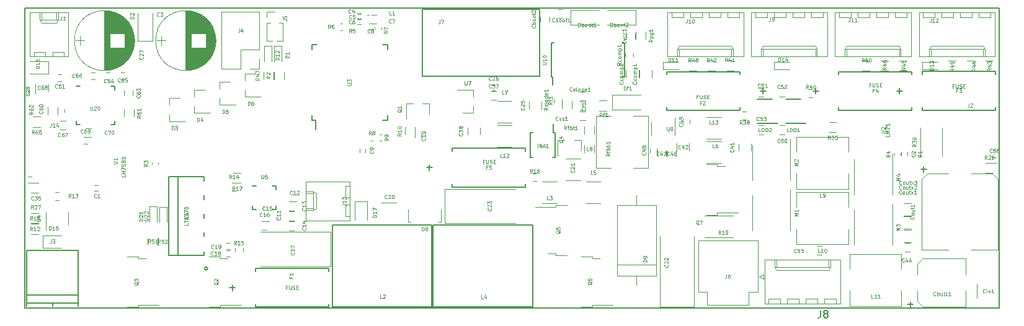
<source format=gbr>
G04 #@! TF.FileFunction,Legend,Top*
%FSLAX46Y46*%
G04 Gerber Fmt 4.6, Leading zero omitted, Abs format (unit mm)*
G04 Created by KiCad (PCBNEW 4.0.7) date 06/14/18 16:52:46*
%MOMM*%
%LPD*%
G01*
G04 APERTURE LIST*
%ADD10C,0.100000*%
%ADD11C,0.150000*%
%ADD12C,0.120000*%
%ADD13C,0.152400*%
%ADD14C,0.125000*%
G04 APERTURE END LIST*
D10*
D11*
X25000000Y-164000000D02*
X25000000Y-123000000D01*
X158000000Y-164000000D02*
X25000000Y-164000000D01*
X158000000Y-123000000D02*
X158000000Y-164000000D01*
X25000000Y-123000000D02*
X158000000Y-123000000D01*
D12*
X36590000Y-131780000D02*
X36090000Y-131780000D01*
X36090000Y-132720000D02*
X36590000Y-132720000D01*
X29450000Y-136770000D02*
X29450000Y-137270000D01*
X30390000Y-137270000D02*
X30390000Y-136770000D01*
X29510000Y-133010000D02*
X30010000Y-133010000D01*
X30010000Y-132070000D02*
X29510000Y-132070000D01*
X34540000Y-131780000D02*
X34040000Y-131780000D01*
X34040000Y-132720000D02*
X34540000Y-132720000D01*
X38640000Y-131780000D02*
X38140000Y-131780000D01*
X38140000Y-132720000D02*
X38640000Y-132720000D01*
X33510000Y-140640000D02*
X33010000Y-140640000D01*
X33010000Y-141580000D02*
X33510000Y-141580000D01*
X29450000Y-136540000D02*
X29450000Y-137540000D01*
X28090000Y-137540000D02*
X28090000Y-136540000D01*
X39750000Y-134270000D02*
X39750000Y-134970000D01*
X38550000Y-134970000D02*
X38550000Y-134270000D01*
X29840000Y-138400000D02*
X30540000Y-138400000D01*
X30540000Y-139600000D02*
X29840000Y-139600000D01*
X26460000Y-133380000D02*
X26460000Y-134380000D01*
X28160000Y-134380000D02*
X28160000Y-133380000D01*
X26080000Y-137860000D02*
X27080000Y-137860000D01*
X27080000Y-139220000D02*
X26080000Y-139220000D01*
X38520000Y-137820000D02*
X38520000Y-136820000D01*
X39880000Y-136820000D02*
X39880000Y-137820000D01*
D11*
X37275000Y-133685000D02*
X37275000Y-134210000D01*
X32025000Y-138935000D02*
X32025000Y-138410000D01*
X37275000Y-138935000D02*
X37275000Y-138410000D01*
X32025000Y-133685000D02*
X32550000Y-133685000D01*
X32025000Y-138935000D02*
X32550000Y-138935000D01*
X37275000Y-138935000D02*
X36750000Y-138935000D01*
X37275000Y-133685000D02*
X36750000Y-133685000D01*
X80550000Y-163850000D02*
X80550000Y-152650000D01*
X80550000Y-152650000D02*
X66950000Y-152650000D01*
X66950000Y-152650000D02*
X66950000Y-163850000D01*
X66950000Y-163850000D02*
X80550000Y-163850000D01*
D12*
X34480000Y-147190000D02*
X34980000Y-147190000D01*
X34980000Y-147990000D02*
X34480000Y-147990000D01*
X144640000Y-143170000D02*
X144640000Y-142670000D01*
X145440000Y-142670000D02*
X145440000Y-143170000D01*
X51040000Y-127450000D02*
G75*
G03X51040000Y-127450000I-4090000J0D01*
G01*
X46950000Y-123400000D02*
X46950000Y-131500000D01*
X46990000Y-123400000D02*
X46990000Y-131500000D01*
X47030000Y-123400000D02*
X47030000Y-131500000D01*
X47070000Y-123401000D02*
X47070000Y-131499000D01*
X47110000Y-123403000D02*
X47110000Y-131497000D01*
X47150000Y-123404000D02*
X47150000Y-131496000D01*
X47190000Y-123407000D02*
X47190000Y-131493000D01*
X47230000Y-123409000D02*
X47230000Y-131491000D01*
X47270000Y-123412000D02*
X47270000Y-131488000D01*
X47310000Y-123415000D02*
X47310000Y-131485000D01*
X47350000Y-123419000D02*
X47350000Y-131481000D01*
X47390000Y-123423000D02*
X47390000Y-131477000D01*
X47430000Y-123428000D02*
X47430000Y-131472000D01*
X47470000Y-123433000D02*
X47470000Y-131467000D01*
X47510000Y-123438000D02*
X47510000Y-131462000D01*
X47550000Y-123444000D02*
X47550000Y-131456000D01*
X47590000Y-123450000D02*
X47590000Y-131450000D01*
X47630000Y-123456000D02*
X47630000Y-131444000D01*
X47671000Y-123463000D02*
X47671000Y-131437000D01*
X47711000Y-123471000D02*
X47711000Y-131429000D01*
X47751000Y-123479000D02*
X47751000Y-126470000D01*
X47751000Y-128430000D02*
X47751000Y-131421000D01*
X47791000Y-123487000D02*
X47791000Y-126470000D01*
X47791000Y-128430000D02*
X47791000Y-131413000D01*
X47831000Y-123495000D02*
X47831000Y-126470000D01*
X47831000Y-128430000D02*
X47831000Y-131405000D01*
X47871000Y-123504000D02*
X47871000Y-126470000D01*
X47871000Y-128430000D02*
X47871000Y-131396000D01*
X47911000Y-123514000D02*
X47911000Y-126470000D01*
X47911000Y-128430000D02*
X47911000Y-131386000D01*
X47951000Y-123524000D02*
X47951000Y-126470000D01*
X47951000Y-128430000D02*
X47951000Y-131376000D01*
X47991000Y-123534000D02*
X47991000Y-126470000D01*
X47991000Y-128430000D02*
X47991000Y-131366000D01*
X48031000Y-123545000D02*
X48031000Y-126470000D01*
X48031000Y-128430000D02*
X48031000Y-131355000D01*
X48071000Y-123556000D02*
X48071000Y-126470000D01*
X48071000Y-128430000D02*
X48071000Y-131344000D01*
X48111000Y-123567000D02*
X48111000Y-126470000D01*
X48111000Y-128430000D02*
X48111000Y-131333000D01*
X48151000Y-123580000D02*
X48151000Y-126470000D01*
X48151000Y-128430000D02*
X48151000Y-131320000D01*
X48191000Y-123592000D02*
X48191000Y-126470000D01*
X48191000Y-128430000D02*
X48191000Y-131308000D01*
X48231000Y-123605000D02*
X48231000Y-126470000D01*
X48231000Y-128430000D02*
X48231000Y-131295000D01*
X48271000Y-123618000D02*
X48271000Y-126470000D01*
X48271000Y-128430000D02*
X48271000Y-131282000D01*
X48311000Y-123632000D02*
X48311000Y-126470000D01*
X48311000Y-128430000D02*
X48311000Y-131268000D01*
X48351000Y-123647000D02*
X48351000Y-126470000D01*
X48351000Y-128430000D02*
X48351000Y-131253000D01*
X48391000Y-123661000D02*
X48391000Y-126470000D01*
X48391000Y-128430000D02*
X48391000Y-131239000D01*
X48431000Y-123677000D02*
X48431000Y-126470000D01*
X48431000Y-128430000D02*
X48431000Y-131223000D01*
X48471000Y-123692000D02*
X48471000Y-126470000D01*
X48471000Y-128430000D02*
X48471000Y-131208000D01*
X48511000Y-123709000D02*
X48511000Y-126470000D01*
X48511000Y-128430000D02*
X48511000Y-131191000D01*
X48551000Y-123725000D02*
X48551000Y-126470000D01*
X48551000Y-128430000D02*
X48551000Y-131175000D01*
X48591000Y-123743000D02*
X48591000Y-126470000D01*
X48591000Y-128430000D02*
X48591000Y-131157000D01*
X48631000Y-123760000D02*
X48631000Y-126470000D01*
X48631000Y-128430000D02*
X48631000Y-131140000D01*
X48671000Y-123779000D02*
X48671000Y-126470000D01*
X48671000Y-128430000D02*
X48671000Y-131121000D01*
X48711000Y-123798000D02*
X48711000Y-126470000D01*
X48711000Y-128430000D02*
X48711000Y-131102000D01*
X48751000Y-123817000D02*
X48751000Y-126470000D01*
X48751000Y-128430000D02*
X48751000Y-131083000D01*
X48791000Y-123837000D02*
X48791000Y-126470000D01*
X48791000Y-128430000D02*
X48791000Y-131063000D01*
X48831000Y-123857000D02*
X48831000Y-126470000D01*
X48831000Y-128430000D02*
X48831000Y-131043000D01*
X48871000Y-123878000D02*
X48871000Y-126470000D01*
X48871000Y-128430000D02*
X48871000Y-131022000D01*
X48911000Y-123900000D02*
X48911000Y-126470000D01*
X48911000Y-128430000D02*
X48911000Y-131000000D01*
X48951000Y-123922000D02*
X48951000Y-126470000D01*
X48951000Y-128430000D02*
X48951000Y-130978000D01*
X48991000Y-123945000D02*
X48991000Y-126470000D01*
X48991000Y-128430000D02*
X48991000Y-130955000D01*
X49031000Y-123968000D02*
X49031000Y-126470000D01*
X49031000Y-128430000D02*
X49031000Y-130932000D01*
X49071000Y-123992000D02*
X49071000Y-126470000D01*
X49071000Y-128430000D02*
X49071000Y-130908000D01*
X49111000Y-124016000D02*
X49111000Y-126470000D01*
X49111000Y-128430000D02*
X49111000Y-130884000D01*
X49151000Y-124042000D02*
X49151000Y-126470000D01*
X49151000Y-128430000D02*
X49151000Y-130858000D01*
X49191000Y-124067000D02*
X49191000Y-126470000D01*
X49191000Y-128430000D02*
X49191000Y-130833000D01*
X49231000Y-124094000D02*
X49231000Y-126470000D01*
X49231000Y-128430000D02*
X49231000Y-130806000D01*
X49271000Y-124121000D02*
X49271000Y-126470000D01*
X49271000Y-128430000D02*
X49271000Y-130779000D01*
X49311000Y-124149000D02*
X49311000Y-126470000D01*
X49311000Y-128430000D02*
X49311000Y-130751000D01*
X49351000Y-124178000D02*
X49351000Y-126470000D01*
X49351000Y-128430000D02*
X49351000Y-130722000D01*
X49391000Y-124207000D02*
X49391000Y-126470000D01*
X49391000Y-128430000D02*
X49391000Y-130693000D01*
X49431000Y-124237000D02*
X49431000Y-126470000D01*
X49431000Y-128430000D02*
X49431000Y-130663000D01*
X49471000Y-124268000D02*
X49471000Y-126470000D01*
X49471000Y-128430000D02*
X49471000Y-130632000D01*
X49511000Y-124300000D02*
X49511000Y-126470000D01*
X49511000Y-128430000D02*
X49511000Y-130600000D01*
X49551000Y-124332000D02*
X49551000Y-126470000D01*
X49551000Y-128430000D02*
X49551000Y-130568000D01*
X49591000Y-124366000D02*
X49591000Y-126470000D01*
X49591000Y-128430000D02*
X49591000Y-130534000D01*
X49631000Y-124400000D02*
X49631000Y-126470000D01*
X49631000Y-128430000D02*
X49631000Y-130500000D01*
X49671000Y-124435000D02*
X49671000Y-126470000D01*
X49671000Y-128430000D02*
X49671000Y-130465000D01*
X49711000Y-124471000D02*
X49711000Y-130429000D01*
X49751000Y-124508000D02*
X49751000Y-130392000D01*
X49791000Y-124546000D02*
X49791000Y-130354000D01*
X49831000Y-124585000D02*
X49831000Y-130315000D01*
X49871000Y-124626000D02*
X49871000Y-130274000D01*
X49911000Y-124667000D02*
X49911000Y-130233000D01*
X49951000Y-124710000D02*
X49951000Y-130190000D01*
X49991000Y-124753000D02*
X49991000Y-130147000D01*
X50031000Y-124798000D02*
X50031000Y-130102000D01*
X50071000Y-124845000D02*
X50071000Y-130055000D01*
X50111000Y-124893000D02*
X50111000Y-130007000D01*
X50151000Y-124942000D02*
X50151000Y-129958000D01*
X50191000Y-124993000D02*
X50191000Y-129907000D01*
X50231000Y-125046000D02*
X50231000Y-129854000D01*
X50271000Y-125101000D02*
X50271000Y-129799000D01*
X50311000Y-125157000D02*
X50311000Y-129743000D01*
X50351000Y-125216000D02*
X50351000Y-129684000D01*
X50391000Y-125277000D02*
X50391000Y-129623000D01*
X50431000Y-125341000D02*
X50431000Y-129559000D01*
X50471000Y-125407000D02*
X50471000Y-129493000D01*
X50511000Y-125476000D02*
X50511000Y-129424000D01*
X50551000Y-125548000D02*
X50551000Y-129352000D01*
X50591000Y-125624000D02*
X50591000Y-129276000D01*
X50631000Y-125705000D02*
X50631000Y-129195000D01*
X50671000Y-125790000D02*
X50671000Y-129110000D01*
X50711000Y-125880000D02*
X50711000Y-129020000D01*
X50751000Y-125977000D02*
X50751000Y-128923000D01*
X50791000Y-126081000D02*
X50791000Y-128819000D01*
X50831000Y-126196000D02*
X50831000Y-128704000D01*
X50871000Y-126323000D02*
X50871000Y-128577000D01*
X50911000Y-126467000D02*
X50911000Y-128433000D01*
X50951000Y-126636000D02*
X50951000Y-128264000D01*
X50991000Y-126852000D02*
X50991000Y-128048000D01*
X51031000Y-127204000D02*
X51031000Y-127696000D01*
X43000000Y-127450000D02*
X44200000Y-127450000D01*
X43600000Y-126800000D02*
X43600000Y-128100000D01*
X70390000Y-123020000D02*
X70890000Y-123020000D01*
X70890000Y-123820000D02*
X70390000Y-123820000D01*
X70390000Y-123720000D02*
X70890000Y-123720000D01*
X70890000Y-124520000D02*
X70390000Y-124520000D01*
X70390000Y-124420000D02*
X70890000Y-124420000D01*
X70890000Y-125220000D02*
X70390000Y-125220000D01*
X72320000Y-123930000D02*
X73020000Y-123930000D01*
X73020000Y-125130000D02*
X72320000Y-125130000D01*
X72450000Y-125960000D02*
X71950000Y-125960000D01*
X71950000Y-125160000D02*
X72450000Y-125160000D01*
X70690000Y-142710000D02*
X70690000Y-142210000D01*
X71490000Y-142210000D02*
X71490000Y-142710000D01*
X79070000Y-140220000D02*
X79070000Y-140720000D01*
X78270000Y-140720000D02*
X78270000Y-140220000D01*
X61730000Y-152010000D02*
X61030000Y-152010000D01*
X61030000Y-150810000D02*
X61730000Y-150810000D01*
X62030000Y-148490000D02*
X61530000Y-148490000D01*
X61530000Y-149430000D02*
X62030000Y-149430000D01*
X61730000Y-150660000D02*
X61030000Y-150660000D01*
X61030000Y-149460000D02*
X61730000Y-149460000D01*
X61730000Y-153360000D02*
X61030000Y-153360000D01*
X61030000Y-152160000D02*
X61730000Y-152160000D01*
X58320000Y-151180000D02*
X57820000Y-151180000D01*
X57820000Y-152120000D02*
X58320000Y-152120000D01*
X58030000Y-153350000D02*
X57330000Y-153350000D01*
X57330000Y-152150000D02*
X58030000Y-152150000D01*
X66740000Y-158310000D02*
X57140000Y-158310000D01*
X66740000Y-153610000D02*
X57140000Y-153610000D01*
X66740000Y-158310000D02*
X66740000Y-153610000D01*
X52990000Y-155980000D02*
X52490000Y-155980000D01*
X52490000Y-156920000D02*
X52990000Y-156920000D01*
X52990000Y-155130000D02*
X52490000Y-155130000D01*
X52490000Y-156070000D02*
X52990000Y-156070000D01*
X111640000Y-163800000D02*
X111640000Y-154200000D01*
X116340000Y-163800000D02*
X116340000Y-154200000D01*
X111640000Y-163800000D02*
X116340000Y-163800000D01*
X82340000Y-147700000D02*
X91940000Y-147700000D01*
X82340000Y-152400000D02*
X91940000Y-152400000D01*
X82340000Y-147700000D02*
X82340000Y-152400000D01*
X89200000Y-134290000D02*
X88700000Y-134290000D01*
X88700000Y-133490000D02*
X89200000Y-133490000D01*
X39940000Y-127450000D02*
G75*
G03X39940000Y-127450000I-4090000J0D01*
G01*
X35850000Y-123400000D02*
X35850000Y-131500000D01*
X35890000Y-123400000D02*
X35890000Y-131500000D01*
X35930000Y-123400000D02*
X35930000Y-131500000D01*
X35970000Y-123401000D02*
X35970000Y-131499000D01*
X36010000Y-123403000D02*
X36010000Y-131497000D01*
X36050000Y-123404000D02*
X36050000Y-131496000D01*
X36090000Y-123407000D02*
X36090000Y-131493000D01*
X36130000Y-123409000D02*
X36130000Y-131491000D01*
X36170000Y-123412000D02*
X36170000Y-131488000D01*
X36210000Y-123415000D02*
X36210000Y-131485000D01*
X36250000Y-123419000D02*
X36250000Y-131481000D01*
X36290000Y-123423000D02*
X36290000Y-131477000D01*
X36330000Y-123428000D02*
X36330000Y-131472000D01*
X36370000Y-123433000D02*
X36370000Y-131467000D01*
X36410000Y-123438000D02*
X36410000Y-131462000D01*
X36450000Y-123444000D02*
X36450000Y-131456000D01*
X36490000Y-123450000D02*
X36490000Y-131450000D01*
X36530000Y-123456000D02*
X36530000Y-131444000D01*
X36571000Y-123463000D02*
X36571000Y-131437000D01*
X36611000Y-123471000D02*
X36611000Y-131429000D01*
X36651000Y-123479000D02*
X36651000Y-126470000D01*
X36651000Y-128430000D02*
X36651000Y-131421000D01*
X36691000Y-123487000D02*
X36691000Y-126470000D01*
X36691000Y-128430000D02*
X36691000Y-131413000D01*
X36731000Y-123495000D02*
X36731000Y-126470000D01*
X36731000Y-128430000D02*
X36731000Y-131405000D01*
X36771000Y-123504000D02*
X36771000Y-126470000D01*
X36771000Y-128430000D02*
X36771000Y-131396000D01*
X36811000Y-123514000D02*
X36811000Y-126470000D01*
X36811000Y-128430000D02*
X36811000Y-131386000D01*
X36851000Y-123524000D02*
X36851000Y-126470000D01*
X36851000Y-128430000D02*
X36851000Y-131376000D01*
X36891000Y-123534000D02*
X36891000Y-126470000D01*
X36891000Y-128430000D02*
X36891000Y-131366000D01*
X36931000Y-123545000D02*
X36931000Y-126470000D01*
X36931000Y-128430000D02*
X36931000Y-131355000D01*
X36971000Y-123556000D02*
X36971000Y-126470000D01*
X36971000Y-128430000D02*
X36971000Y-131344000D01*
X37011000Y-123567000D02*
X37011000Y-126470000D01*
X37011000Y-128430000D02*
X37011000Y-131333000D01*
X37051000Y-123580000D02*
X37051000Y-126470000D01*
X37051000Y-128430000D02*
X37051000Y-131320000D01*
X37091000Y-123592000D02*
X37091000Y-126470000D01*
X37091000Y-128430000D02*
X37091000Y-131308000D01*
X37131000Y-123605000D02*
X37131000Y-126470000D01*
X37131000Y-128430000D02*
X37131000Y-131295000D01*
X37171000Y-123618000D02*
X37171000Y-126470000D01*
X37171000Y-128430000D02*
X37171000Y-131282000D01*
X37211000Y-123632000D02*
X37211000Y-126470000D01*
X37211000Y-128430000D02*
X37211000Y-131268000D01*
X37251000Y-123647000D02*
X37251000Y-126470000D01*
X37251000Y-128430000D02*
X37251000Y-131253000D01*
X37291000Y-123661000D02*
X37291000Y-126470000D01*
X37291000Y-128430000D02*
X37291000Y-131239000D01*
X37331000Y-123677000D02*
X37331000Y-126470000D01*
X37331000Y-128430000D02*
X37331000Y-131223000D01*
X37371000Y-123692000D02*
X37371000Y-126470000D01*
X37371000Y-128430000D02*
X37371000Y-131208000D01*
X37411000Y-123709000D02*
X37411000Y-126470000D01*
X37411000Y-128430000D02*
X37411000Y-131191000D01*
X37451000Y-123725000D02*
X37451000Y-126470000D01*
X37451000Y-128430000D02*
X37451000Y-131175000D01*
X37491000Y-123743000D02*
X37491000Y-126470000D01*
X37491000Y-128430000D02*
X37491000Y-131157000D01*
X37531000Y-123760000D02*
X37531000Y-126470000D01*
X37531000Y-128430000D02*
X37531000Y-131140000D01*
X37571000Y-123779000D02*
X37571000Y-126470000D01*
X37571000Y-128430000D02*
X37571000Y-131121000D01*
X37611000Y-123798000D02*
X37611000Y-126470000D01*
X37611000Y-128430000D02*
X37611000Y-131102000D01*
X37651000Y-123817000D02*
X37651000Y-126470000D01*
X37651000Y-128430000D02*
X37651000Y-131083000D01*
X37691000Y-123837000D02*
X37691000Y-126470000D01*
X37691000Y-128430000D02*
X37691000Y-131063000D01*
X37731000Y-123857000D02*
X37731000Y-126470000D01*
X37731000Y-128430000D02*
X37731000Y-131043000D01*
X37771000Y-123878000D02*
X37771000Y-126470000D01*
X37771000Y-128430000D02*
X37771000Y-131022000D01*
X37811000Y-123900000D02*
X37811000Y-126470000D01*
X37811000Y-128430000D02*
X37811000Y-131000000D01*
X37851000Y-123922000D02*
X37851000Y-126470000D01*
X37851000Y-128430000D02*
X37851000Y-130978000D01*
X37891000Y-123945000D02*
X37891000Y-126470000D01*
X37891000Y-128430000D02*
X37891000Y-130955000D01*
X37931000Y-123968000D02*
X37931000Y-126470000D01*
X37931000Y-128430000D02*
X37931000Y-130932000D01*
X37971000Y-123992000D02*
X37971000Y-126470000D01*
X37971000Y-128430000D02*
X37971000Y-130908000D01*
X38011000Y-124016000D02*
X38011000Y-126470000D01*
X38011000Y-128430000D02*
X38011000Y-130884000D01*
X38051000Y-124042000D02*
X38051000Y-126470000D01*
X38051000Y-128430000D02*
X38051000Y-130858000D01*
X38091000Y-124067000D02*
X38091000Y-126470000D01*
X38091000Y-128430000D02*
X38091000Y-130833000D01*
X38131000Y-124094000D02*
X38131000Y-126470000D01*
X38131000Y-128430000D02*
X38131000Y-130806000D01*
X38171000Y-124121000D02*
X38171000Y-126470000D01*
X38171000Y-128430000D02*
X38171000Y-130779000D01*
X38211000Y-124149000D02*
X38211000Y-126470000D01*
X38211000Y-128430000D02*
X38211000Y-130751000D01*
X38251000Y-124178000D02*
X38251000Y-126470000D01*
X38251000Y-128430000D02*
X38251000Y-130722000D01*
X38291000Y-124207000D02*
X38291000Y-126470000D01*
X38291000Y-128430000D02*
X38291000Y-130693000D01*
X38331000Y-124237000D02*
X38331000Y-126470000D01*
X38331000Y-128430000D02*
X38331000Y-130663000D01*
X38371000Y-124268000D02*
X38371000Y-126470000D01*
X38371000Y-128430000D02*
X38371000Y-130632000D01*
X38411000Y-124300000D02*
X38411000Y-126470000D01*
X38411000Y-128430000D02*
X38411000Y-130600000D01*
X38451000Y-124332000D02*
X38451000Y-126470000D01*
X38451000Y-128430000D02*
X38451000Y-130568000D01*
X38491000Y-124366000D02*
X38491000Y-126470000D01*
X38491000Y-128430000D02*
X38491000Y-130534000D01*
X38531000Y-124400000D02*
X38531000Y-126470000D01*
X38531000Y-128430000D02*
X38531000Y-130500000D01*
X38571000Y-124435000D02*
X38571000Y-126470000D01*
X38571000Y-128430000D02*
X38571000Y-130465000D01*
X38611000Y-124471000D02*
X38611000Y-130429000D01*
X38651000Y-124508000D02*
X38651000Y-130392000D01*
X38691000Y-124546000D02*
X38691000Y-130354000D01*
X38731000Y-124585000D02*
X38731000Y-130315000D01*
X38771000Y-124626000D02*
X38771000Y-130274000D01*
X38811000Y-124667000D02*
X38811000Y-130233000D01*
X38851000Y-124710000D02*
X38851000Y-130190000D01*
X38891000Y-124753000D02*
X38891000Y-130147000D01*
X38931000Y-124798000D02*
X38931000Y-130102000D01*
X38971000Y-124845000D02*
X38971000Y-130055000D01*
X39011000Y-124893000D02*
X39011000Y-130007000D01*
X39051000Y-124942000D02*
X39051000Y-129958000D01*
X39091000Y-124993000D02*
X39091000Y-129907000D01*
X39131000Y-125046000D02*
X39131000Y-129854000D01*
X39171000Y-125101000D02*
X39171000Y-129799000D01*
X39211000Y-125157000D02*
X39211000Y-129743000D01*
X39251000Y-125216000D02*
X39251000Y-129684000D01*
X39291000Y-125277000D02*
X39291000Y-129623000D01*
X39331000Y-125341000D02*
X39331000Y-129559000D01*
X39371000Y-125407000D02*
X39371000Y-129493000D01*
X39411000Y-125476000D02*
X39411000Y-129424000D01*
X39451000Y-125548000D02*
X39451000Y-129352000D01*
X39491000Y-125624000D02*
X39491000Y-129276000D01*
X39531000Y-125705000D02*
X39531000Y-129195000D01*
X39571000Y-125790000D02*
X39571000Y-129110000D01*
X39611000Y-125880000D02*
X39611000Y-129020000D01*
X39651000Y-125977000D02*
X39651000Y-128923000D01*
X39691000Y-126081000D02*
X39691000Y-128819000D01*
X39731000Y-126196000D02*
X39731000Y-128704000D01*
X39771000Y-126323000D02*
X39771000Y-128577000D01*
X39811000Y-126467000D02*
X39811000Y-128433000D01*
X39851000Y-126636000D02*
X39851000Y-128264000D01*
X39891000Y-126852000D02*
X39891000Y-128048000D01*
X39931000Y-127204000D02*
X39931000Y-127696000D01*
X31900000Y-127450000D02*
X33100000Y-127450000D01*
X32500000Y-126800000D02*
X32500000Y-128100000D01*
X113850000Y-142500000D02*
X113850000Y-143200000D01*
X112650000Y-143200000D02*
X112650000Y-142500000D01*
X112500000Y-142500000D02*
X112500000Y-143200000D01*
X111300000Y-143200000D02*
X111300000Y-142500000D01*
X110330000Y-142200000D02*
X110330000Y-142700000D01*
X111270000Y-142700000D02*
X111270000Y-142200000D01*
X115760000Y-138780000D02*
X115760000Y-138280000D01*
X114820000Y-138280000D02*
X114820000Y-138780000D01*
X128010000Y-139040000D02*
X128710000Y-139040000D01*
X128710000Y-140240000D02*
X128010000Y-140240000D01*
X125850000Y-135140000D02*
X125150000Y-135140000D01*
X125150000Y-133940000D02*
X125850000Y-133940000D01*
X128000000Y-133940000D02*
X128700000Y-133940000D01*
X128700000Y-135140000D02*
X128000000Y-135140000D01*
X125860000Y-140240000D02*
X125160000Y-140240000D01*
X125160000Y-139040000D02*
X125860000Y-139040000D01*
X157570000Y-144180000D02*
X157070000Y-144180000D01*
X157070000Y-143380000D02*
X157570000Y-143380000D01*
X98420000Y-124350000D02*
X97720000Y-124350000D01*
X97720000Y-123150000D02*
X98420000Y-123150000D01*
X96570000Y-124150000D02*
X96570000Y-124850000D01*
X95370000Y-124850000D02*
X95370000Y-124150000D01*
X146840000Y-163050000D02*
X146840000Y-161630000D01*
X153440000Y-163810000D02*
X153440000Y-161630000D01*
X153440000Y-157210000D02*
X153440000Y-159390000D01*
X146840000Y-157970000D02*
X146840000Y-159390000D01*
X153440000Y-163810000D02*
X147600000Y-163810000D01*
X147600000Y-163810000D02*
X146840000Y-163050000D01*
X146840000Y-157970000D02*
X147600000Y-157210000D01*
X147600000Y-157210000D02*
X153440000Y-157210000D01*
X108890000Y-131510000D02*
X108890000Y-132510000D01*
X110590000Y-132510000D02*
X110590000Y-131510000D01*
X107060000Y-131510000D02*
X107060000Y-132510000D01*
X108760000Y-132510000D02*
X108760000Y-131510000D01*
X100790000Y-135790000D02*
X101490000Y-135790000D01*
X101490000Y-136990000D02*
X100790000Y-136990000D01*
X154920000Y-160650000D02*
X154920000Y-162650000D01*
X157880000Y-162650000D02*
X157880000Y-160650000D01*
X157040000Y-145610000D02*
X154150000Y-145610000D01*
X148140000Y-145610000D02*
X151030000Y-145610000D01*
X147380000Y-156030000D02*
X151030000Y-156030000D01*
X157800000Y-156030000D02*
X154150000Y-156030000D01*
X147380000Y-156030000D02*
X147380000Y-146370000D01*
X147380000Y-146370000D02*
X148140000Y-145610000D01*
X157040000Y-145610000D02*
X157800000Y-146370000D01*
X157800000Y-146370000D02*
X157800000Y-156030000D01*
X145990000Y-153280000D02*
X144990000Y-153280000D01*
X144990000Y-154980000D02*
X145990000Y-154980000D01*
X145990000Y-151480000D02*
X144990000Y-151480000D01*
X144990000Y-153180000D02*
X145990000Y-153180000D01*
X145990000Y-149680000D02*
X144990000Y-149680000D01*
X144990000Y-151380000D02*
X145990000Y-151380000D01*
X100780000Y-134430000D02*
X101480000Y-134430000D01*
X101480000Y-135630000D02*
X100780000Y-135630000D01*
X100790000Y-137150000D02*
X101490000Y-137150000D01*
X101490000Y-138350000D02*
X100790000Y-138350000D01*
X107080000Y-127210000D02*
X107080000Y-126510000D01*
X108280000Y-126510000D02*
X108280000Y-127210000D01*
X60040000Y-128150000D02*
X59040000Y-128150000D01*
X59040000Y-128150000D02*
X59040000Y-130250000D01*
X60040000Y-128150000D02*
X60040000Y-130250000D01*
X40400000Y-127500000D02*
X42400000Y-127500000D01*
X42400000Y-127500000D02*
X42400000Y-123650000D01*
X40400000Y-127500000D02*
X40400000Y-123650000D01*
X44670000Y-135310000D02*
X44670000Y-136240000D01*
X44670000Y-138470000D02*
X44670000Y-137540000D01*
X44670000Y-138470000D02*
X46830000Y-138470000D01*
X44670000Y-135310000D02*
X46130000Y-135310000D01*
X48130000Y-134160000D02*
X48130000Y-135090000D01*
X48130000Y-137320000D02*
X48130000Y-136390000D01*
X48130000Y-137320000D02*
X50290000Y-137320000D01*
X48130000Y-134160000D02*
X49590000Y-134160000D01*
X51580000Y-133060000D02*
X51580000Y-133990000D01*
X51580000Y-136220000D02*
X51580000Y-135290000D01*
X51580000Y-136220000D02*
X53740000Y-136220000D01*
X51580000Y-133060000D02*
X53040000Y-133060000D01*
X55030000Y-131970000D02*
X55030000Y-132900000D01*
X55030000Y-135130000D02*
X55030000Y-134200000D01*
X55030000Y-135130000D02*
X57190000Y-135130000D01*
X55030000Y-131970000D02*
X56490000Y-131970000D01*
X77330000Y-152250000D02*
X77680000Y-152250000D01*
X81480000Y-152250000D02*
X81830000Y-152250000D01*
X81830000Y-152250000D02*
X81830000Y-150500000D01*
X77330000Y-150500000D02*
X77330000Y-152250000D01*
X105825000Y-159555000D02*
X111155000Y-159555000D01*
X111155000Y-159555000D02*
X111155000Y-149905000D01*
X111155000Y-149905000D02*
X105825000Y-149905000D01*
X105825000Y-149905000D02*
X105825000Y-159555000D01*
X108490000Y-160870000D02*
X108490000Y-159555000D01*
X108490000Y-148590000D02*
X108490000Y-149905000D01*
X105825000Y-158065500D02*
X111155000Y-158065500D01*
X112140000Y-130350000D02*
X112140000Y-131350000D01*
X112140000Y-131350000D02*
X114240000Y-131350000D01*
X112140000Y-130350000D02*
X114240000Y-130350000D01*
X58690000Y-128150000D02*
X57690000Y-128150000D01*
X57690000Y-128150000D02*
X57690000Y-130250000D01*
X58690000Y-128150000D02*
X58690000Y-130250000D01*
X147500000Y-130350000D02*
X147500000Y-131350000D01*
X147500000Y-131350000D02*
X149600000Y-131350000D01*
X147500000Y-130350000D02*
X149600000Y-130350000D01*
X127260000Y-130350000D02*
X127260000Y-131350000D01*
X127260000Y-131350000D02*
X129360000Y-131350000D01*
X127260000Y-130350000D02*
X129360000Y-130350000D01*
X99520000Y-123250000D02*
X99520000Y-125250000D01*
X99520000Y-125250000D02*
X103370000Y-125250000D01*
X99520000Y-123250000D02*
X103370000Y-123250000D01*
X108360000Y-125250000D02*
X108360000Y-123250000D01*
X108360000Y-123250000D02*
X104510000Y-123250000D01*
X108360000Y-125250000D02*
X104510000Y-125250000D01*
X105170000Y-134890000D02*
X105170000Y-136890000D01*
X105170000Y-136890000D02*
X109020000Y-136890000D01*
X105170000Y-134890000D02*
X109020000Y-134890000D01*
D13*
X53700300Y-161210000D02*
X52938300Y-161210000D01*
X53319300Y-160829000D02*
X53319300Y-161591000D01*
X56468900Y-163851600D02*
X66451100Y-163851600D01*
X66451100Y-163851600D02*
X66451100Y-163447740D01*
X66451100Y-158568400D02*
X56468900Y-158568400D01*
X56468900Y-158568400D02*
X56468900Y-158972260D01*
X56468900Y-163447740D02*
X56468900Y-163851600D01*
X66451100Y-158972260D02*
X66451100Y-158568400D01*
X125389700Y-134340000D02*
X126151700Y-134340000D01*
X125770700Y-134721000D02*
X125770700Y-133959000D01*
X122621100Y-131698400D02*
X112638900Y-131698400D01*
X112638900Y-131698400D02*
X112638900Y-132102260D01*
X112638900Y-136981600D02*
X122621100Y-136981600D01*
X122621100Y-136981600D02*
X122621100Y-136577740D01*
X122621100Y-132102260D02*
X122621100Y-131698400D01*
X112638900Y-136577740D02*
X112638900Y-136981600D01*
X144750300Y-134320000D02*
X143988300Y-134320000D01*
X144369300Y-133939000D02*
X144369300Y-134701000D01*
X147518900Y-136961600D02*
X157501100Y-136961600D01*
X157501100Y-136961600D02*
X157501100Y-136557740D01*
X157501100Y-131678400D02*
X147518900Y-131678400D01*
X147518900Y-131678400D02*
X147518900Y-132082260D01*
X147518900Y-136557740D02*
X147518900Y-136961600D01*
X157501100Y-132082260D02*
X157501100Y-131678400D01*
X133320300Y-134330000D02*
X132558300Y-134330000D01*
X132939300Y-133949000D02*
X132939300Y-134711000D01*
X136088900Y-136971600D02*
X146071100Y-136971600D01*
X146071100Y-136971600D02*
X146071100Y-136567740D01*
X146071100Y-131688400D02*
X136088900Y-131688400D01*
X136088900Y-131688400D02*
X136088900Y-132092260D01*
X136088900Y-136567740D02*
X136088900Y-136971600D01*
X146071100Y-132092260D02*
X146071100Y-131688400D01*
D11*
X97345000Y-140055000D02*
X97120000Y-140055000D01*
X97345000Y-143405000D02*
X97045000Y-143405000D01*
X93995000Y-143405000D02*
X94295000Y-143405000D01*
X93995000Y-140055000D02*
X94295000Y-140055000D01*
X97345000Y-140055000D02*
X97345000Y-143405000D01*
X93995000Y-140055000D02*
X93995000Y-143405000D01*
X97120000Y-140055000D02*
X97120000Y-138830000D01*
D12*
X57020000Y-123540000D02*
X51820000Y-123540000D01*
X57020000Y-128680000D02*
X57020000Y-123540000D01*
X51820000Y-131280000D02*
X51820000Y-123540000D01*
X57020000Y-128680000D02*
X54420000Y-128680000D01*
X54420000Y-128680000D02*
X54420000Y-131280000D01*
X54420000Y-131280000D02*
X51820000Y-131280000D01*
X57020000Y-129950000D02*
X57020000Y-131280000D01*
X57020000Y-131280000D02*
X55690000Y-131280000D01*
X57980000Y-127485000D02*
X58782470Y-127485000D01*
X59397530Y-127485000D02*
X60200000Y-127485000D01*
X57980000Y-125010000D02*
X57980000Y-127485000D01*
X60200000Y-125010000D02*
X60200000Y-127485000D01*
X57980000Y-125010000D02*
X58526529Y-125010000D01*
X59653471Y-125010000D02*
X60200000Y-125010000D01*
X57980000Y-124250000D02*
X57980000Y-123490000D01*
X57980000Y-123490000D02*
X59090000Y-123490000D01*
X125020000Y-154780000D02*
X125020000Y-161820000D01*
X125020000Y-161820000D02*
X123820000Y-161820000D01*
X123820000Y-161820000D02*
X123820000Y-163520000D01*
X123820000Y-163520000D02*
X118120000Y-163520000D01*
X118120000Y-163520000D02*
X118120000Y-161820000D01*
X118120000Y-161820000D02*
X116920000Y-161820000D01*
X116920000Y-161820000D02*
X116920000Y-154780000D01*
X116920000Y-154780000D02*
X125020000Y-154780000D01*
X125220000Y-159700000D02*
X125820000Y-159400000D01*
X125820000Y-159400000D02*
X125820000Y-160000000D01*
X125820000Y-160000000D02*
X125220000Y-159700000D01*
D11*
X95230000Y-123150000D02*
X95230000Y-132350000D01*
X95230000Y-132350000D02*
X79230000Y-132350000D01*
X79230000Y-132350000D02*
X79230000Y-123150000D01*
X79230000Y-123150000D02*
X95230000Y-123150000D01*
D12*
X124150000Y-123630000D02*
X124150000Y-129630000D01*
X124150000Y-129630000D02*
X134510000Y-129630000D01*
X134510000Y-129630000D02*
X134510000Y-123630000D01*
X134510000Y-123630000D02*
X124150000Y-123630000D01*
X125520000Y-129630000D02*
X125520000Y-128630000D01*
X125520000Y-128630000D02*
X133140000Y-128630000D01*
X133140000Y-128630000D02*
X133140000Y-129630000D01*
X125520000Y-128630000D02*
X125770000Y-128200000D01*
X125770000Y-128200000D02*
X132890000Y-128200000D01*
X132890000Y-128200000D02*
X133140000Y-128630000D01*
X125770000Y-129630000D02*
X125770000Y-128630000D01*
X132890000Y-129630000D02*
X132890000Y-128630000D01*
X124720000Y-123630000D02*
X124720000Y-124250000D01*
X124720000Y-124250000D02*
X126320000Y-124250000D01*
X126320000Y-124250000D02*
X126320000Y-123630000D01*
X127260000Y-123630000D02*
X127260000Y-124250000D01*
X127260000Y-124250000D02*
X128860000Y-124250000D01*
X128860000Y-124250000D02*
X128860000Y-123630000D01*
X129800000Y-123630000D02*
X129800000Y-124250000D01*
X129800000Y-124250000D02*
X131400000Y-124250000D01*
X131400000Y-124250000D02*
X131400000Y-123630000D01*
X132340000Y-123630000D02*
X132340000Y-124250000D01*
X132340000Y-124250000D02*
X133940000Y-124250000D01*
X133940000Y-124250000D02*
X133940000Y-123630000D01*
X112710000Y-123630000D02*
X112710000Y-129630000D01*
X112710000Y-129630000D02*
X123070000Y-129630000D01*
X123070000Y-129630000D02*
X123070000Y-123630000D01*
X123070000Y-123630000D02*
X112710000Y-123630000D01*
X114080000Y-129630000D02*
X114080000Y-128630000D01*
X114080000Y-128630000D02*
X121700000Y-128630000D01*
X121700000Y-128630000D02*
X121700000Y-129630000D01*
X114080000Y-128630000D02*
X114330000Y-128200000D01*
X114330000Y-128200000D02*
X121450000Y-128200000D01*
X121450000Y-128200000D02*
X121700000Y-128630000D01*
X114330000Y-129630000D02*
X114330000Y-128630000D01*
X121450000Y-129630000D02*
X121450000Y-128630000D01*
X113280000Y-123630000D02*
X113280000Y-124250000D01*
X113280000Y-124250000D02*
X114880000Y-124250000D01*
X114880000Y-124250000D02*
X114880000Y-123630000D01*
X115820000Y-123630000D02*
X115820000Y-124250000D01*
X115820000Y-124250000D02*
X117420000Y-124250000D01*
X117420000Y-124250000D02*
X117420000Y-123630000D01*
X118360000Y-123630000D02*
X118360000Y-124250000D01*
X118360000Y-124250000D02*
X119960000Y-124250000D01*
X119960000Y-124250000D02*
X119960000Y-123630000D01*
X120900000Y-123630000D02*
X120900000Y-124250000D01*
X120900000Y-124250000D02*
X122500000Y-124250000D01*
X122500000Y-124250000D02*
X122500000Y-123630000D01*
X135580000Y-123630000D02*
X135580000Y-129630000D01*
X135580000Y-129630000D02*
X145940000Y-129630000D01*
X145940000Y-129630000D02*
X145940000Y-123630000D01*
X145940000Y-123630000D02*
X135580000Y-123630000D01*
X136950000Y-129630000D02*
X136950000Y-128630000D01*
X136950000Y-128630000D02*
X144570000Y-128630000D01*
X144570000Y-128630000D02*
X144570000Y-129630000D01*
X136950000Y-128630000D02*
X137200000Y-128200000D01*
X137200000Y-128200000D02*
X144320000Y-128200000D01*
X144320000Y-128200000D02*
X144570000Y-128630000D01*
X137200000Y-129630000D02*
X137200000Y-128630000D01*
X144320000Y-129630000D02*
X144320000Y-128630000D01*
X136150000Y-123630000D02*
X136150000Y-124250000D01*
X136150000Y-124250000D02*
X137750000Y-124250000D01*
X137750000Y-124250000D02*
X137750000Y-123630000D01*
X138690000Y-123630000D02*
X138690000Y-124250000D01*
X138690000Y-124250000D02*
X140290000Y-124250000D01*
X140290000Y-124250000D02*
X140290000Y-123630000D01*
X141230000Y-123630000D02*
X141230000Y-124250000D01*
X141230000Y-124250000D02*
X142830000Y-124250000D01*
X142830000Y-124250000D02*
X142830000Y-123630000D01*
X143770000Y-123630000D02*
X143770000Y-124250000D01*
X143770000Y-124250000D02*
X145370000Y-124250000D01*
X145370000Y-124250000D02*
X145370000Y-123630000D01*
X147030000Y-123630000D02*
X147030000Y-129630000D01*
X147030000Y-129630000D02*
X157390000Y-129630000D01*
X157390000Y-129630000D02*
X157390000Y-123630000D01*
X157390000Y-123630000D02*
X147030000Y-123630000D01*
X148400000Y-129630000D02*
X148400000Y-128630000D01*
X148400000Y-128630000D02*
X156020000Y-128630000D01*
X156020000Y-128630000D02*
X156020000Y-129630000D01*
X148400000Y-128630000D02*
X148650000Y-128200000D01*
X148650000Y-128200000D02*
X155770000Y-128200000D01*
X155770000Y-128200000D02*
X156020000Y-128630000D01*
X148650000Y-129630000D02*
X148650000Y-128630000D01*
X155770000Y-129630000D02*
X155770000Y-128630000D01*
X147600000Y-123630000D02*
X147600000Y-124250000D01*
X147600000Y-124250000D02*
X149200000Y-124250000D01*
X149200000Y-124250000D02*
X149200000Y-123630000D01*
X150140000Y-123630000D02*
X150140000Y-124250000D01*
X150140000Y-124250000D02*
X151740000Y-124250000D01*
X151740000Y-124250000D02*
X151740000Y-123630000D01*
X152680000Y-123630000D02*
X152680000Y-124250000D01*
X152680000Y-124250000D02*
X154280000Y-124250000D01*
X154280000Y-124250000D02*
X154280000Y-123630000D01*
X155220000Y-123630000D02*
X155220000Y-124250000D01*
X155220000Y-124250000D02*
X156820000Y-124250000D01*
X156820000Y-124250000D02*
X156820000Y-123630000D01*
X71940000Y-123030000D02*
X71700000Y-123030000D01*
X71700000Y-123910000D02*
X71940000Y-123910000D01*
X95590000Y-146720000D02*
X97590000Y-146720000D01*
X97590000Y-149680000D02*
X95590000Y-149680000D01*
D11*
X94290000Y-163850000D02*
X94290000Y-152650000D01*
X94290000Y-152650000D02*
X80690000Y-152650000D01*
X80690000Y-152650000D02*
X80690000Y-163850000D01*
X80690000Y-163850000D02*
X94290000Y-163850000D01*
D12*
X103570000Y-149680000D02*
X101570000Y-149680000D01*
X101570000Y-146720000D02*
X103570000Y-146720000D01*
X108000000Y-144850000D02*
X110050000Y-144850000D01*
X110050000Y-144850000D02*
X110050000Y-137750000D01*
X110050000Y-137750000D02*
X108000000Y-137750000D01*
X105000000Y-144850000D02*
X102950000Y-144850000D01*
X102950000Y-144850000D02*
X102950000Y-137750000D01*
X102950000Y-137750000D02*
X105000000Y-137750000D01*
X137400000Y-142650000D02*
X137400000Y-140600000D01*
X137400000Y-140600000D02*
X130300000Y-140600000D01*
X130300000Y-140600000D02*
X130300000Y-142650000D01*
X137400000Y-145650000D02*
X137400000Y-147700000D01*
X137400000Y-147700000D02*
X130300000Y-147700000D01*
X130300000Y-147700000D02*
X130300000Y-145650000D01*
X137400000Y-150200000D02*
X137400000Y-148150000D01*
X137400000Y-148150000D02*
X130300000Y-148150000D01*
X130300000Y-148150000D02*
X130300000Y-150200000D01*
X137400000Y-153200000D02*
X137400000Y-155250000D01*
X137400000Y-155250000D02*
X130300000Y-155250000D01*
X130300000Y-155250000D02*
X130300000Y-153200000D01*
X144650000Y-158650000D02*
X144650000Y-156600000D01*
X144650000Y-156600000D02*
X137550000Y-156600000D01*
X137550000Y-156600000D02*
X137550000Y-158650000D01*
X144650000Y-161650000D02*
X144650000Y-163700000D01*
X144650000Y-163700000D02*
X137550000Y-163700000D01*
X137550000Y-163700000D02*
X137550000Y-161650000D01*
D11*
X130885000Y-135440000D02*
X128835000Y-135440000D01*
X131590000Y-138740000D02*
X128835000Y-138740000D01*
X127035000Y-135440000D02*
X124985000Y-135440000D01*
X127740000Y-138740000D02*
X124985000Y-138740000D01*
D12*
X124300000Y-153360000D02*
X124300000Y-148560000D01*
X129500000Y-153360000D02*
X129500000Y-147760000D01*
X124300000Y-146510000D02*
X124300000Y-141710000D01*
X129500000Y-146510000D02*
X129500000Y-140910000D01*
X138190000Y-155350000D02*
X138190000Y-150550000D01*
X143390000Y-155350000D02*
X143390000Y-149750000D01*
X138190000Y-148500000D02*
X138190000Y-143700000D01*
X143390000Y-148500000D02*
X143390000Y-142900000D01*
X80220000Y-136040000D02*
X79290000Y-136040000D01*
X77060000Y-136040000D02*
X77990000Y-136040000D01*
X77060000Y-136040000D02*
X77060000Y-138200000D01*
X80220000Y-136040000D02*
X80220000Y-137500000D01*
X50110000Y-163850000D02*
X51610000Y-163850000D01*
X51610000Y-163850000D02*
X51610000Y-163580000D01*
X51610000Y-163580000D02*
X54440000Y-163580000D01*
X50110000Y-156950000D02*
X51610000Y-156950000D01*
X51610000Y-156950000D02*
X51610000Y-157220000D01*
X51610000Y-157220000D02*
X52710000Y-157220000D01*
X38960000Y-163850000D02*
X40460000Y-163850000D01*
X40460000Y-163850000D02*
X40460000Y-163580000D01*
X40460000Y-163580000D02*
X43290000Y-163580000D01*
X38960000Y-156950000D02*
X40460000Y-156950000D01*
X40460000Y-156950000D02*
X40460000Y-157220000D01*
X40460000Y-157220000D02*
X41560000Y-157220000D01*
X100900000Y-141040000D02*
X99970000Y-141040000D01*
X97740000Y-141040000D02*
X98670000Y-141040000D01*
X97740000Y-141040000D02*
X97740000Y-143200000D01*
X100900000Y-141040000D02*
X100900000Y-142500000D01*
X98970000Y-149900000D02*
X97470000Y-149900000D01*
X97470000Y-149900000D02*
X97470000Y-150170000D01*
X97470000Y-150170000D02*
X94640000Y-150170000D01*
X98970000Y-156800000D02*
X97470000Y-156800000D01*
X97470000Y-156800000D02*
X97470000Y-156530000D01*
X97470000Y-156530000D02*
X96370000Y-156530000D01*
X100910000Y-163850000D02*
X102410000Y-163850000D01*
X102410000Y-163850000D02*
X102410000Y-163580000D01*
X102410000Y-163580000D02*
X105240000Y-163580000D01*
X100910000Y-156950000D02*
X102410000Y-156950000D01*
X102410000Y-156950000D02*
X102410000Y-157220000D01*
X102410000Y-157220000D02*
X103510000Y-157220000D01*
X118010000Y-151250000D02*
X119510000Y-151250000D01*
X119510000Y-151250000D02*
X119510000Y-150980000D01*
X119510000Y-150980000D02*
X122340000Y-150980000D01*
X118010000Y-144350000D02*
X119510000Y-144350000D01*
X119510000Y-144350000D02*
X119510000Y-144620000D01*
X119510000Y-144620000D02*
X120610000Y-144620000D01*
X146350000Y-143070000D02*
X146350000Y-142830000D01*
X145470000Y-142830000D02*
X145470000Y-143070000D01*
X60370000Y-131700000D02*
X60370000Y-132700000D01*
X59010000Y-132700000D02*
X59010000Y-131700000D01*
X42300000Y-144100000D02*
X42300000Y-144340000D01*
X43180000Y-144340000D02*
X43180000Y-144100000D01*
X143680000Y-142840000D02*
X143680000Y-143080000D01*
X144560000Y-143080000D02*
X144560000Y-142840000D01*
X69530000Y-126000000D02*
X69770000Y-126000000D01*
X69770000Y-125120000D02*
X69530000Y-125120000D01*
X68350000Y-125140000D02*
X68110000Y-125140000D01*
X68110000Y-126020000D02*
X68350000Y-126020000D01*
X73630000Y-125900000D02*
X73630000Y-125660000D01*
X72750000Y-125660000D02*
X72750000Y-125900000D01*
X72470000Y-140270000D02*
X72230000Y-140270000D01*
X72230000Y-141150000D02*
X72470000Y-141150000D01*
X73390000Y-141140000D02*
X73630000Y-141140000D01*
X73630000Y-140260000D02*
X73390000Y-140260000D01*
X78270000Y-139300000D02*
X78270000Y-140300000D01*
X76910000Y-140300000D02*
X76910000Y-139300000D01*
X26850000Y-153870000D02*
X25850000Y-153870000D01*
X25850000Y-152510000D02*
X26850000Y-152510000D01*
X25850000Y-151060000D02*
X26850000Y-151060000D01*
X26850000Y-152420000D02*
X25850000Y-152420000D01*
X29600000Y-148170000D02*
X29100000Y-148170000D01*
X29100000Y-149230000D02*
X29600000Y-149230000D01*
X53750000Y-146880000D02*
X53250000Y-146880000D01*
X53250000Y-147940000D02*
X53750000Y-147940000D01*
X53710000Y-155800000D02*
X53710000Y-156300000D01*
X54770000Y-156300000D02*
X54770000Y-155800000D01*
X94820000Y-145570000D02*
X94320000Y-145570000D01*
X94320000Y-146630000D02*
X94820000Y-146630000D01*
X53450000Y-145530000D02*
X54450000Y-145530000D01*
X54450000Y-146890000D02*
X53450000Y-146890000D01*
X121690000Y-154330000D02*
X117790000Y-154330000D01*
X117790000Y-151370000D02*
X121690000Y-151370000D01*
X157150000Y-145530000D02*
X156150000Y-145530000D01*
X156150000Y-144170000D02*
X157150000Y-144170000D01*
X122980000Y-138240000D02*
X123480000Y-138240000D01*
X123480000Y-137180000D02*
X122980000Y-137180000D01*
X150170000Y-139370000D02*
X150170000Y-143270000D01*
X147210000Y-143270000D02*
X147210000Y-139370000D01*
X132520000Y-134100000D02*
X132020000Y-134100000D01*
X132020000Y-135160000D02*
X132520000Y-135160000D01*
X121790000Y-131580000D02*
X120790000Y-131580000D01*
X120790000Y-130220000D02*
X121790000Y-130220000D01*
X119240000Y-131580000D02*
X118240000Y-131580000D01*
X118240000Y-130220000D02*
X119240000Y-130220000D01*
X156150000Y-130210000D02*
X157150000Y-130210000D01*
X157150000Y-131570000D02*
X156150000Y-131570000D01*
X153600000Y-130210000D02*
X154600000Y-130210000D01*
X154600000Y-131570000D02*
X153600000Y-131570000D01*
X145390000Y-131580000D02*
X144390000Y-131580000D01*
X144390000Y-130220000D02*
X145390000Y-130220000D01*
X142840000Y-131580000D02*
X141840000Y-131580000D01*
X141840000Y-130220000D02*
X142840000Y-130220000D01*
X58920000Y-131700000D02*
X58920000Y-132700000D01*
X57560000Y-132700000D02*
X57560000Y-131700000D01*
X116690000Y-131580000D02*
X115690000Y-131580000D01*
X115690000Y-130220000D02*
X116690000Y-130220000D01*
X151050000Y-130210000D02*
X152050000Y-130210000D01*
X152050000Y-131570000D02*
X151050000Y-131570000D01*
X140290000Y-131580000D02*
X139290000Y-131580000D01*
X139290000Y-130220000D02*
X140290000Y-130220000D01*
X106960000Y-129150000D02*
X106960000Y-129650000D01*
X108020000Y-129650000D02*
X108020000Y-129150000D01*
X103360000Y-135660000D02*
X104360000Y-135660000D01*
X104360000Y-137020000D02*
X103360000Y-137020000D01*
X102680000Y-141750000D02*
X102680000Y-142750000D01*
X101320000Y-142750000D02*
X101320000Y-141750000D01*
X101320000Y-140200000D02*
X101320000Y-139200000D01*
X102680000Y-139200000D02*
X102680000Y-140200000D01*
X98280000Y-136690000D02*
X98280000Y-135690000D01*
X99640000Y-135690000D02*
X99640000Y-136690000D01*
X108410000Y-127200000D02*
X108410000Y-126200000D01*
X109770000Y-126200000D02*
X109770000Y-127200000D01*
X98280000Y-135990000D02*
X98280000Y-135490000D01*
X97220000Y-135490000D02*
X97220000Y-135990000D01*
D11*
X64155000Y-138365000D02*
X64730000Y-138365000D01*
X64155000Y-128015000D02*
X64830000Y-128015000D01*
X74505000Y-128015000D02*
X73830000Y-128015000D01*
X74505000Y-138365000D02*
X73830000Y-138365000D01*
X64155000Y-138365000D02*
X64155000Y-137690000D01*
X74505000Y-138365000D02*
X74505000Y-137690000D01*
X74505000Y-128015000D02*
X74505000Y-128690000D01*
X64155000Y-128015000D02*
X64155000Y-128690000D01*
X64730000Y-138365000D02*
X64730000Y-139640000D01*
D12*
X30910000Y-152610000D02*
X30910000Y-150850000D01*
X27840000Y-150850000D02*
X27840000Y-153280000D01*
D11*
X59275000Y-147285000D02*
X59275000Y-147785000D01*
X56025000Y-150535000D02*
X56025000Y-150035000D01*
X59275000Y-150535000D02*
X59275000Y-150035000D01*
X56025000Y-147285000D02*
X56525000Y-147285000D01*
X56025000Y-150535000D02*
X56525000Y-150535000D01*
X59275000Y-150535000D02*
X58775000Y-150535000D01*
X59275000Y-147285000D02*
X58775000Y-147285000D01*
D13*
X45914000Y-156680500D02*
X45914000Y-146139500D01*
X49470000Y-156807500D02*
X49470000Y-156251240D01*
X49470000Y-146012500D02*
X44644000Y-146012500D01*
X44644000Y-146012500D02*
X44644000Y-156807500D01*
X44644000Y-156807500D02*
X49470000Y-156807500D01*
X49470000Y-154188760D02*
X49470000Y-153679470D01*
X49470000Y-151680530D02*
X49470000Y-151139470D01*
X49470000Y-149140530D02*
X49470000Y-148599470D01*
X49470000Y-146600530D02*
X49470000Y-146012500D01*
X49927200Y-158585500D02*
G75*
G03X49927200Y-158585500I-203200J0D01*
G01*
D12*
X86180000Y-137340000D02*
X86180000Y-136410000D01*
X86180000Y-134180000D02*
X86180000Y-135110000D01*
X86180000Y-134180000D02*
X84020000Y-134180000D01*
X86180000Y-137340000D02*
X84720000Y-137340000D01*
X110490000Y-138600000D02*
X110490000Y-140400000D01*
X113710000Y-140400000D02*
X113710000Y-137950000D01*
D11*
X96845000Y-132435000D02*
X97070000Y-132435000D01*
X96845000Y-127785000D02*
X97170000Y-127785000D01*
X106845800Y-127785000D02*
X106520800Y-127785000D01*
X106845800Y-132435000D02*
X106520800Y-132435000D01*
X96845000Y-132435000D02*
X96845000Y-127785000D01*
X106845800Y-132435000D02*
X106845800Y-127785000D01*
X97070000Y-132435000D02*
X97070000Y-133510000D01*
D12*
X25930000Y-146850000D02*
X25430000Y-146850000D01*
X25430000Y-146050000D02*
X25930000Y-146050000D01*
D13*
X80570300Y-144800000D02*
X79808300Y-144800000D01*
X80189300Y-144419000D02*
X80189300Y-145181000D01*
X83338900Y-147441600D02*
X93321100Y-147441600D01*
X93321100Y-147441600D02*
X93321100Y-147037740D01*
X93321100Y-142158400D02*
X83338900Y-142158400D01*
X83338900Y-142158400D02*
X83338900Y-142562260D01*
X83338900Y-147037740D02*
X83338900Y-147441600D01*
X93321100Y-142562260D02*
X93321100Y-142158400D01*
D12*
X26850000Y-148200000D02*
X25850000Y-148200000D01*
X25850000Y-146840000D02*
X26850000Y-146840000D01*
X69350000Y-146730000D02*
X63350000Y-146730000D01*
X63350000Y-146730000D02*
X63350000Y-152010000D01*
X63350000Y-152010000D02*
X69350000Y-152010000D01*
X69350000Y-152010000D02*
X69350000Y-146730000D01*
X63350000Y-148100000D02*
X64350000Y-148100000D01*
X64350000Y-148100000D02*
X64350000Y-150640000D01*
X64350000Y-150640000D02*
X63350000Y-150640000D01*
X64350000Y-148100000D02*
X64780000Y-148350000D01*
X64780000Y-148350000D02*
X64780000Y-150390000D01*
X64780000Y-150390000D02*
X64350000Y-150640000D01*
X63350000Y-148350000D02*
X64350000Y-148350000D01*
X63350000Y-150390000D02*
X64350000Y-150390000D01*
X69350000Y-147300000D02*
X68730000Y-147300000D01*
X68730000Y-147300000D02*
X68730000Y-148900000D01*
X68730000Y-148900000D02*
X69350000Y-148900000D01*
X69350000Y-149840000D02*
X68730000Y-149840000D01*
X68730000Y-149840000D02*
X68730000Y-151440000D01*
X68730000Y-151440000D02*
X69350000Y-151440000D01*
X30920000Y-129620000D02*
X30920000Y-123620000D01*
X30920000Y-123620000D02*
X25640000Y-123620000D01*
X25640000Y-123620000D02*
X25640000Y-129620000D01*
X25640000Y-129620000D02*
X30920000Y-129620000D01*
X29550000Y-123620000D02*
X29550000Y-124620000D01*
X29550000Y-124620000D02*
X27010000Y-124620000D01*
X27010000Y-124620000D02*
X27010000Y-123620000D01*
X29550000Y-124620000D02*
X29300000Y-125050000D01*
X29300000Y-125050000D02*
X27260000Y-125050000D01*
X27260000Y-125050000D02*
X27010000Y-124620000D01*
X29300000Y-123620000D02*
X29300000Y-124620000D01*
X27260000Y-123620000D02*
X27260000Y-124620000D01*
X30350000Y-129620000D02*
X30350000Y-129000000D01*
X30350000Y-129000000D02*
X28750000Y-129000000D01*
X28750000Y-129000000D02*
X28750000Y-129620000D01*
X27810000Y-129620000D02*
X27810000Y-129000000D01*
X27810000Y-129000000D02*
X26210000Y-129000000D01*
X26210000Y-129000000D02*
X26210000Y-129620000D01*
D11*
X28750000Y-163300000D02*
X28750000Y-163700000D01*
X25250000Y-162200000D02*
X32250000Y-162200000D01*
X25250000Y-163300000D02*
X32250000Y-163300000D01*
X25250000Y-156100000D02*
X25250000Y-163700000D01*
X32250000Y-163700000D02*
X32250000Y-156100000D01*
X32250000Y-156100000D02*
X25250000Y-156100000D01*
D12*
X28200000Y-132000000D02*
X28200000Y-130300000D01*
X28200000Y-130300000D02*
X25650000Y-130300000D01*
X28200000Y-132000000D02*
X25650000Y-132000000D01*
X27400000Y-154050000D02*
X27400000Y-155750000D01*
X27400000Y-155750000D02*
X29950000Y-155750000D01*
X27400000Y-154050000D02*
X29950000Y-154050000D01*
X71730000Y-149450000D02*
X70030000Y-149450000D01*
X70030000Y-149450000D02*
X70030000Y-152000000D01*
X71730000Y-149450000D02*
X71730000Y-152000000D01*
X43040000Y-150140000D02*
X42040000Y-150140000D01*
X42040000Y-150140000D02*
X42040000Y-152240000D01*
X43040000Y-150140000D02*
X43040000Y-152240000D01*
X44390000Y-150150000D02*
X43390000Y-150150000D01*
X43390000Y-150150000D02*
X43390000Y-152250000D01*
X44390000Y-150150000D02*
X44390000Y-152250000D01*
X43070000Y-154390000D02*
X43070000Y-155390000D01*
X41710000Y-155390000D02*
X41710000Y-154390000D01*
X44520000Y-154400000D02*
X44520000Y-155400000D01*
X43160000Y-155400000D02*
X43160000Y-154400000D01*
X75670000Y-149570000D02*
X73670000Y-149570000D01*
X73670000Y-152530000D02*
X75670000Y-152530000D01*
X100820000Y-143570000D02*
X98820000Y-143570000D01*
X98820000Y-146530000D02*
X100820000Y-146530000D01*
X93850000Y-135780000D02*
X93850000Y-136780000D01*
X95550000Y-136780000D02*
X95550000Y-135780000D01*
X85400000Y-139310000D02*
X85400000Y-140310000D01*
X87100000Y-140310000D02*
X87100000Y-139310000D01*
X122430000Y-141510000D02*
X122430000Y-142510000D01*
X124130000Y-142510000D02*
X124130000Y-141510000D01*
X113980000Y-141500000D02*
X113980000Y-142500000D01*
X115680000Y-142500000D02*
X115680000Y-141500000D01*
X145790000Y-156300000D02*
X145090000Y-156300000D01*
X145090000Y-155100000D02*
X145790000Y-155100000D01*
X133120000Y-155530000D02*
X133820000Y-155530000D01*
X133820000Y-156730000D02*
X133120000Y-156730000D01*
X88620000Y-134310000D02*
X89320000Y-134310000D01*
X89320000Y-135510000D02*
X88620000Y-135510000D01*
X120050000Y-144130000D02*
X118050000Y-144130000D01*
X118050000Y-141170000D02*
X120050000Y-141170000D01*
X91470000Y-138690000D02*
X89470000Y-138690000D01*
X89470000Y-135730000D02*
X91470000Y-135730000D01*
X89470000Y-138980000D02*
X91470000Y-138980000D01*
X91470000Y-141940000D02*
X89470000Y-141940000D01*
X120050000Y-140880000D02*
X118050000Y-140880000D01*
X118050000Y-137920000D02*
X120050000Y-137920000D01*
X25510000Y-134150000D02*
X25510000Y-134650000D01*
X26450000Y-134650000D02*
X26450000Y-134150000D01*
X134760000Y-138560000D02*
X135760000Y-138560000D01*
X135760000Y-139920000D02*
X134760000Y-139920000D01*
X34010000Y-140610000D02*
X33310000Y-140610000D01*
X33310000Y-139410000D02*
X34010000Y-139410000D01*
X136320000Y-163370000D02*
X136320000Y-157370000D01*
X136320000Y-157370000D02*
X125960000Y-157370000D01*
X125960000Y-157370000D02*
X125960000Y-163370000D01*
X125960000Y-163370000D02*
X136320000Y-163370000D01*
X134950000Y-157370000D02*
X134950000Y-158370000D01*
X134950000Y-158370000D02*
X127330000Y-158370000D01*
X127330000Y-158370000D02*
X127330000Y-157370000D01*
X134950000Y-158370000D02*
X134700000Y-158800000D01*
X134700000Y-158800000D02*
X127580000Y-158800000D01*
X127580000Y-158800000D02*
X127330000Y-158370000D01*
X134700000Y-157370000D02*
X134700000Y-158370000D01*
X127580000Y-157370000D02*
X127580000Y-158370000D01*
X135750000Y-163370000D02*
X135750000Y-162750000D01*
X135750000Y-162750000D02*
X134150000Y-162750000D01*
X134150000Y-162750000D02*
X134150000Y-163370000D01*
X133210000Y-163370000D02*
X133210000Y-162750000D01*
X133210000Y-162750000D02*
X131610000Y-162750000D01*
X131610000Y-162750000D02*
X131610000Y-163370000D01*
X130670000Y-163370000D02*
X130670000Y-162750000D01*
X130670000Y-162750000D02*
X129070000Y-162750000D01*
X129070000Y-162750000D02*
X129070000Y-163370000D01*
X128130000Y-163370000D02*
X128130000Y-162750000D01*
X128130000Y-162750000D02*
X126530000Y-162750000D01*
X126530000Y-162750000D02*
X126530000Y-163370000D01*
D14*
X36098572Y-133158571D02*
X36074762Y-133182381D01*
X36003334Y-133206190D01*
X35955715Y-133206190D01*
X35884286Y-133182381D01*
X35836667Y-133134762D01*
X35812858Y-133087143D01*
X35789048Y-132991905D01*
X35789048Y-132920476D01*
X35812858Y-132825238D01*
X35836667Y-132777619D01*
X35884286Y-132730000D01*
X35955715Y-132706190D01*
X36003334Y-132706190D01*
X36074762Y-132730000D01*
X36098572Y-132753810D01*
X36527143Y-132706190D02*
X36431905Y-132706190D01*
X36384286Y-132730000D01*
X36360477Y-132753810D01*
X36312858Y-132825238D01*
X36289048Y-132920476D01*
X36289048Y-133110952D01*
X36312858Y-133158571D01*
X36336667Y-133182381D01*
X36384286Y-133206190D01*
X36479524Y-133206190D01*
X36527143Y-133182381D01*
X36550953Y-133158571D01*
X36574762Y-133110952D01*
X36574762Y-132991905D01*
X36550953Y-132944286D01*
X36527143Y-132920476D01*
X36479524Y-132896667D01*
X36384286Y-132896667D01*
X36336667Y-132920476D01*
X36312858Y-132944286D01*
X36289048Y-132991905D01*
X37003333Y-132872857D02*
X37003333Y-133206190D01*
X36884286Y-132682381D02*
X36765238Y-133039524D01*
X37074762Y-133039524D01*
X27388571Y-137121428D02*
X27412381Y-137145238D01*
X27436190Y-137216666D01*
X27436190Y-137264285D01*
X27412381Y-137335714D01*
X27364762Y-137383333D01*
X27317143Y-137407142D01*
X27221905Y-137430952D01*
X27150476Y-137430952D01*
X27055238Y-137407142D01*
X27007619Y-137383333D01*
X26960000Y-137335714D01*
X26936190Y-137264285D01*
X26936190Y-137216666D01*
X26960000Y-137145238D01*
X26983810Y-137121428D01*
X26936190Y-136692857D02*
X26936190Y-136788095D01*
X26960000Y-136835714D01*
X26983810Y-136859523D01*
X27055238Y-136907142D01*
X27150476Y-136930952D01*
X27340952Y-136930952D01*
X27388571Y-136907142D01*
X27412381Y-136883333D01*
X27436190Y-136835714D01*
X27436190Y-136740476D01*
X27412381Y-136692857D01*
X27388571Y-136669047D01*
X27340952Y-136645238D01*
X27221905Y-136645238D01*
X27174286Y-136669047D01*
X27150476Y-136692857D01*
X27126667Y-136740476D01*
X27126667Y-136835714D01*
X27150476Y-136883333D01*
X27174286Y-136907142D01*
X27221905Y-136930952D01*
X26936190Y-136335714D02*
X26936190Y-136288095D01*
X26960000Y-136240476D01*
X26983810Y-136216667D01*
X27031429Y-136192857D01*
X27126667Y-136169048D01*
X27245714Y-136169048D01*
X27340952Y-136192857D01*
X27388571Y-136216667D01*
X27412381Y-136240476D01*
X27436190Y-136288095D01*
X27436190Y-136335714D01*
X27412381Y-136383333D01*
X27388571Y-136407143D01*
X27340952Y-136430952D01*
X27245714Y-136454762D01*
X27126667Y-136454762D01*
X27031429Y-136430952D01*
X26983810Y-136407143D01*
X26960000Y-136383333D01*
X26936190Y-136335714D01*
X29428572Y-133878571D02*
X29404762Y-133902381D01*
X29333334Y-133926190D01*
X29285715Y-133926190D01*
X29214286Y-133902381D01*
X29166667Y-133854762D01*
X29142858Y-133807143D01*
X29119048Y-133711905D01*
X29119048Y-133640476D01*
X29142858Y-133545238D01*
X29166667Y-133497619D01*
X29214286Y-133450000D01*
X29285715Y-133426190D01*
X29333334Y-133426190D01*
X29404762Y-133450000D01*
X29428572Y-133473810D01*
X29857143Y-133426190D02*
X29761905Y-133426190D01*
X29714286Y-133450000D01*
X29690477Y-133473810D01*
X29642858Y-133545238D01*
X29619048Y-133640476D01*
X29619048Y-133830952D01*
X29642858Y-133878571D01*
X29666667Y-133902381D01*
X29714286Y-133926190D01*
X29809524Y-133926190D01*
X29857143Y-133902381D01*
X29880953Y-133878571D01*
X29904762Y-133830952D01*
X29904762Y-133711905D01*
X29880953Y-133664286D01*
X29857143Y-133640476D01*
X29809524Y-133616667D01*
X29714286Y-133616667D01*
X29666667Y-133640476D01*
X29642858Y-133664286D01*
X29619048Y-133711905D01*
X30380952Y-133926190D02*
X30095238Y-133926190D01*
X30238095Y-133926190D02*
X30238095Y-133426190D01*
X30190476Y-133497619D01*
X30142857Y-133545238D01*
X30095238Y-133569048D01*
X31758572Y-132408571D02*
X31734762Y-132432381D01*
X31663334Y-132456190D01*
X31615715Y-132456190D01*
X31544286Y-132432381D01*
X31496667Y-132384762D01*
X31472858Y-132337143D01*
X31449048Y-132241905D01*
X31449048Y-132170476D01*
X31472858Y-132075238D01*
X31496667Y-132027619D01*
X31544286Y-131980000D01*
X31615715Y-131956190D01*
X31663334Y-131956190D01*
X31734762Y-131980000D01*
X31758572Y-132003810D01*
X32187143Y-131956190D02*
X32091905Y-131956190D01*
X32044286Y-131980000D01*
X32020477Y-132003810D01*
X31972858Y-132075238D01*
X31949048Y-132170476D01*
X31949048Y-132360952D01*
X31972858Y-132408571D01*
X31996667Y-132432381D01*
X32044286Y-132456190D01*
X32139524Y-132456190D01*
X32187143Y-132432381D01*
X32210953Y-132408571D01*
X32234762Y-132360952D01*
X32234762Y-132241905D01*
X32210953Y-132194286D01*
X32187143Y-132170476D01*
X32139524Y-132146667D01*
X32044286Y-132146667D01*
X31996667Y-132170476D01*
X31972858Y-132194286D01*
X31949048Y-132241905D01*
X32663333Y-131956190D02*
X32568095Y-131956190D01*
X32520476Y-131980000D01*
X32496667Y-132003810D01*
X32449048Y-132075238D01*
X32425238Y-132170476D01*
X32425238Y-132360952D01*
X32449048Y-132408571D01*
X32472857Y-132432381D01*
X32520476Y-132456190D01*
X32615714Y-132456190D01*
X32663333Y-132432381D01*
X32687143Y-132408571D01*
X32710952Y-132360952D01*
X32710952Y-132241905D01*
X32687143Y-132194286D01*
X32663333Y-132170476D01*
X32615714Y-132146667D01*
X32520476Y-132146667D01*
X32472857Y-132170476D01*
X32449048Y-132194286D01*
X32425238Y-132241905D01*
X38008572Y-133048571D02*
X37984762Y-133072381D01*
X37913334Y-133096190D01*
X37865715Y-133096190D01*
X37794286Y-133072381D01*
X37746667Y-133024762D01*
X37722858Y-132977143D01*
X37699048Y-132881905D01*
X37699048Y-132810476D01*
X37722858Y-132715238D01*
X37746667Y-132667619D01*
X37794286Y-132620000D01*
X37865715Y-132596190D01*
X37913334Y-132596190D01*
X37984762Y-132620000D01*
X38008572Y-132643810D01*
X38437143Y-132596190D02*
X38341905Y-132596190D01*
X38294286Y-132620000D01*
X38270477Y-132643810D01*
X38222858Y-132715238D01*
X38199048Y-132810476D01*
X38199048Y-133000952D01*
X38222858Y-133048571D01*
X38246667Y-133072381D01*
X38294286Y-133096190D01*
X38389524Y-133096190D01*
X38437143Y-133072381D01*
X38460953Y-133048571D01*
X38484762Y-133000952D01*
X38484762Y-132881905D01*
X38460953Y-132834286D01*
X38437143Y-132810476D01*
X38389524Y-132786667D01*
X38294286Y-132786667D01*
X38246667Y-132810476D01*
X38222858Y-132834286D01*
X38199048Y-132881905D01*
X38937143Y-132596190D02*
X38699048Y-132596190D01*
X38675238Y-132834286D01*
X38699048Y-132810476D01*
X38746667Y-132786667D01*
X38865714Y-132786667D01*
X38913333Y-132810476D01*
X38937143Y-132834286D01*
X38960952Y-132881905D01*
X38960952Y-133000952D01*
X38937143Y-133048571D01*
X38913333Y-133072381D01*
X38865714Y-133096190D01*
X38746667Y-133096190D01*
X38699048Y-133072381D01*
X38675238Y-133048571D01*
X32938572Y-140018571D02*
X32914762Y-140042381D01*
X32843334Y-140066190D01*
X32795715Y-140066190D01*
X32724286Y-140042381D01*
X32676667Y-139994762D01*
X32652858Y-139947143D01*
X32629048Y-139851905D01*
X32629048Y-139780476D01*
X32652858Y-139685238D01*
X32676667Y-139637619D01*
X32724286Y-139590000D01*
X32795715Y-139566190D01*
X32843334Y-139566190D01*
X32914762Y-139590000D01*
X32938572Y-139613810D01*
X33367143Y-139566190D02*
X33271905Y-139566190D01*
X33224286Y-139590000D01*
X33200477Y-139613810D01*
X33152858Y-139685238D01*
X33129048Y-139780476D01*
X33129048Y-139970952D01*
X33152858Y-140018571D01*
X33176667Y-140042381D01*
X33224286Y-140066190D01*
X33319524Y-140066190D01*
X33367143Y-140042381D01*
X33390953Y-140018571D01*
X33414762Y-139970952D01*
X33414762Y-139851905D01*
X33390953Y-139804286D01*
X33367143Y-139780476D01*
X33319524Y-139756667D01*
X33224286Y-139756667D01*
X33176667Y-139780476D01*
X33152858Y-139804286D01*
X33129048Y-139851905D01*
X33652857Y-140066190D02*
X33748095Y-140066190D01*
X33795714Y-140042381D01*
X33819524Y-140018571D01*
X33867143Y-139947143D01*
X33890952Y-139851905D01*
X33890952Y-139661429D01*
X33867143Y-139613810D01*
X33843333Y-139590000D01*
X33795714Y-139566190D01*
X33700476Y-139566190D01*
X33652857Y-139590000D01*
X33629048Y-139613810D01*
X33605238Y-139661429D01*
X33605238Y-139780476D01*
X33629048Y-139828095D01*
X33652857Y-139851905D01*
X33700476Y-139875714D01*
X33795714Y-139875714D01*
X33843333Y-139851905D01*
X33867143Y-139828095D01*
X33890952Y-139780476D01*
X26106190Y-137191428D02*
X25868095Y-137358095D01*
X26106190Y-137477142D02*
X25606190Y-137477142D01*
X25606190Y-137286666D01*
X25630000Y-137239047D01*
X25653810Y-137215238D01*
X25701429Y-137191428D01*
X25772857Y-137191428D01*
X25820476Y-137215238D01*
X25844286Y-137239047D01*
X25868095Y-137286666D01*
X25868095Y-137477142D01*
X25606190Y-136762857D02*
X25606190Y-136858095D01*
X25630000Y-136905714D01*
X25653810Y-136929523D01*
X25725238Y-136977142D01*
X25820476Y-137000952D01*
X26010952Y-137000952D01*
X26058571Y-136977142D01*
X26082381Y-136953333D01*
X26106190Y-136905714D01*
X26106190Y-136810476D01*
X26082381Y-136762857D01*
X26058571Y-136739047D01*
X26010952Y-136715238D01*
X25891905Y-136715238D01*
X25844286Y-136739047D01*
X25820476Y-136762857D01*
X25796667Y-136810476D01*
X25796667Y-136905714D01*
X25820476Y-136953333D01*
X25844286Y-136977142D01*
X25891905Y-137000952D01*
X25653810Y-136524762D02*
X25630000Y-136500952D01*
X25606190Y-136453333D01*
X25606190Y-136334286D01*
X25630000Y-136286667D01*
X25653810Y-136262857D01*
X25701429Y-136239048D01*
X25749048Y-136239048D01*
X25820476Y-136262857D01*
X26106190Y-136548571D01*
X26106190Y-136239048D01*
X40678571Y-134931428D02*
X40702381Y-134955238D01*
X40726190Y-135026666D01*
X40726190Y-135074285D01*
X40702381Y-135145714D01*
X40654762Y-135193333D01*
X40607143Y-135217142D01*
X40511905Y-135240952D01*
X40440476Y-135240952D01*
X40345238Y-135217142D01*
X40297619Y-135193333D01*
X40250000Y-135145714D01*
X40226190Y-135074285D01*
X40226190Y-135026666D01*
X40250000Y-134955238D01*
X40273810Y-134931428D01*
X40226190Y-134502857D02*
X40226190Y-134598095D01*
X40250000Y-134645714D01*
X40273810Y-134669523D01*
X40345238Y-134717142D01*
X40440476Y-134740952D01*
X40630952Y-134740952D01*
X40678571Y-134717142D01*
X40702381Y-134693333D01*
X40726190Y-134645714D01*
X40726190Y-134550476D01*
X40702381Y-134502857D01*
X40678571Y-134479047D01*
X40630952Y-134455238D01*
X40511905Y-134455238D01*
X40464286Y-134479047D01*
X40440476Y-134502857D01*
X40416667Y-134550476D01*
X40416667Y-134645714D01*
X40440476Y-134693333D01*
X40464286Y-134717142D01*
X40511905Y-134740952D01*
X40226190Y-134288571D02*
X40226190Y-133979048D01*
X40416667Y-134145714D01*
X40416667Y-134074286D01*
X40440476Y-134026667D01*
X40464286Y-134002857D01*
X40511905Y-133979048D01*
X40630952Y-133979048D01*
X40678571Y-134002857D01*
X40702381Y-134026667D01*
X40726190Y-134074286D01*
X40726190Y-134217143D01*
X40702381Y-134264762D01*
X40678571Y-134288571D01*
X29848572Y-140518571D02*
X29824762Y-140542381D01*
X29753334Y-140566190D01*
X29705715Y-140566190D01*
X29634286Y-140542381D01*
X29586667Y-140494762D01*
X29562858Y-140447143D01*
X29539048Y-140351905D01*
X29539048Y-140280476D01*
X29562858Y-140185238D01*
X29586667Y-140137619D01*
X29634286Y-140090000D01*
X29705715Y-140066190D01*
X29753334Y-140066190D01*
X29824762Y-140090000D01*
X29848572Y-140113810D01*
X30277143Y-140066190D02*
X30181905Y-140066190D01*
X30134286Y-140090000D01*
X30110477Y-140113810D01*
X30062858Y-140185238D01*
X30039048Y-140280476D01*
X30039048Y-140470952D01*
X30062858Y-140518571D01*
X30086667Y-140542381D01*
X30134286Y-140566190D01*
X30229524Y-140566190D01*
X30277143Y-140542381D01*
X30300953Y-140518571D01*
X30324762Y-140470952D01*
X30324762Y-140351905D01*
X30300953Y-140304286D01*
X30277143Y-140280476D01*
X30229524Y-140256667D01*
X30134286Y-140256667D01*
X30086667Y-140280476D01*
X30062858Y-140304286D01*
X30039048Y-140351905D01*
X30491429Y-140066190D02*
X30824762Y-140066190D01*
X30610476Y-140566190D01*
X27058572Y-134068571D02*
X27034762Y-134092381D01*
X26963334Y-134116190D01*
X26915715Y-134116190D01*
X26844286Y-134092381D01*
X26796667Y-134044762D01*
X26772858Y-133997143D01*
X26749048Y-133901905D01*
X26749048Y-133830476D01*
X26772858Y-133735238D01*
X26796667Y-133687619D01*
X26844286Y-133640000D01*
X26915715Y-133616190D01*
X26963334Y-133616190D01*
X27034762Y-133640000D01*
X27058572Y-133663810D01*
X27487143Y-133616190D02*
X27391905Y-133616190D01*
X27344286Y-133640000D01*
X27320477Y-133663810D01*
X27272858Y-133735238D01*
X27249048Y-133830476D01*
X27249048Y-134020952D01*
X27272858Y-134068571D01*
X27296667Y-134092381D01*
X27344286Y-134116190D01*
X27439524Y-134116190D01*
X27487143Y-134092381D01*
X27510953Y-134068571D01*
X27534762Y-134020952D01*
X27534762Y-133901905D01*
X27510953Y-133854286D01*
X27487143Y-133830476D01*
X27439524Y-133806667D01*
X27344286Y-133806667D01*
X27296667Y-133830476D01*
X27272858Y-133854286D01*
X27249048Y-133901905D01*
X27820476Y-133830476D02*
X27772857Y-133806667D01*
X27749048Y-133782857D01*
X27725238Y-133735238D01*
X27725238Y-133711429D01*
X27749048Y-133663810D01*
X27772857Y-133640000D01*
X27820476Y-133616190D01*
X27915714Y-133616190D01*
X27963333Y-133640000D01*
X27987143Y-133663810D01*
X28010952Y-133711429D01*
X28010952Y-133735238D01*
X27987143Y-133782857D01*
X27963333Y-133806667D01*
X27915714Y-133830476D01*
X27820476Y-133830476D01*
X27772857Y-133854286D01*
X27749048Y-133878095D01*
X27725238Y-133925714D01*
X27725238Y-134020952D01*
X27749048Y-134068571D01*
X27772857Y-134092381D01*
X27820476Y-134116190D01*
X27915714Y-134116190D01*
X27963333Y-134092381D01*
X27987143Y-134068571D01*
X28010952Y-134020952D01*
X28010952Y-133925714D01*
X27987143Y-133878095D01*
X27963333Y-133854286D01*
X27915714Y-133830476D01*
X26258572Y-140216190D02*
X26091905Y-139978095D01*
X25972858Y-140216190D02*
X25972858Y-139716190D01*
X26163334Y-139716190D01*
X26210953Y-139740000D01*
X26234762Y-139763810D01*
X26258572Y-139811429D01*
X26258572Y-139882857D01*
X26234762Y-139930476D01*
X26210953Y-139954286D01*
X26163334Y-139978095D01*
X25972858Y-139978095D01*
X26687143Y-139716190D02*
X26591905Y-139716190D01*
X26544286Y-139740000D01*
X26520477Y-139763810D01*
X26472858Y-139835238D01*
X26449048Y-139930476D01*
X26449048Y-140120952D01*
X26472858Y-140168571D01*
X26496667Y-140192381D01*
X26544286Y-140216190D01*
X26639524Y-140216190D01*
X26687143Y-140192381D01*
X26710953Y-140168571D01*
X26734762Y-140120952D01*
X26734762Y-140001905D01*
X26710953Y-139954286D01*
X26687143Y-139930476D01*
X26639524Y-139906667D01*
X26544286Y-139906667D01*
X26496667Y-139930476D01*
X26472858Y-139954286D01*
X26449048Y-140001905D01*
X27044286Y-139716190D02*
X27091905Y-139716190D01*
X27139524Y-139740000D01*
X27163333Y-139763810D01*
X27187143Y-139811429D01*
X27210952Y-139906667D01*
X27210952Y-140025714D01*
X27187143Y-140120952D01*
X27163333Y-140168571D01*
X27139524Y-140192381D01*
X27091905Y-140216190D01*
X27044286Y-140216190D01*
X26996667Y-140192381D01*
X26972857Y-140168571D01*
X26949048Y-140120952D01*
X26925238Y-140025714D01*
X26925238Y-139906667D01*
X26949048Y-139811429D01*
X26972857Y-139763810D01*
X26996667Y-139740000D01*
X27044286Y-139716190D01*
X40806190Y-137671428D02*
X40568095Y-137838095D01*
X40806190Y-137957142D02*
X40306190Y-137957142D01*
X40306190Y-137766666D01*
X40330000Y-137719047D01*
X40353810Y-137695238D01*
X40401429Y-137671428D01*
X40472857Y-137671428D01*
X40520476Y-137695238D01*
X40544286Y-137719047D01*
X40568095Y-137766666D01*
X40568095Y-137957142D01*
X40306190Y-137242857D02*
X40306190Y-137338095D01*
X40330000Y-137385714D01*
X40353810Y-137409523D01*
X40425238Y-137457142D01*
X40520476Y-137480952D01*
X40710952Y-137480952D01*
X40758571Y-137457142D01*
X40782381Y-137433333D01*
X40806190Y-137385714D01*
X40806190Y-137290476D01*
X40782381Y-137242857D01*
X40758571Y-137219047D01*
X40710952Y-137195238D01*
X40591905Y-137195238D01*
X40544286Y-137219047D01*
X40520476Y-137242857D01*
X40496667Y-137290476D01*
X40496667Y-137385714D01*
X40520476Y-137433333D01*
X40544286Y-137457142D01*
X40591905Y-137480952D01*
X40806190Y-136719048D02*
X40806190Y-137004762D01*
X40806190Y-136861905D02*
X40306190Y-136861905D01*
X40377619Y-136909524D01*
X40425238Y-136957143D01*
X40449048Y-137004762D01*
X33930953Y-136436190D02*
X33930953Y-136840952D01*
X33954762Y-136888571D01*
X33978572Y-136912381D01*
X34026191Y-136936190D01*
X34121429Y-136936190D01*
X34169048Y-136912381D01*
X34192857Y-136888571D01*
X34216667Y-136840952D01*
X34216667Y-136436190D01*
X34430953Y-136483810D02*
X34454763Y-136460000D01*
X34502382Y-136436190D01*
X34621429Y-136436190D01*
X34669048Y-136460000D01*
X34692858Y-136483810D01*
X34716667Y-136531429D01*
X34716667Y-136579048D01*
X34692858Y-136650476D01*
X34407144Y-136936190D01*
X34716667Y-136936190D01*
X35026191Y-136436190D02*
X35073810Y-136436190D01*
X35121429Y-136460000D01*
X35145238Y-136483810D01*
X35169048Y-136531429D01*
X35192857Y-136626667D01*
X35192857Y-136745714D01*
X35169048Y-136840952D01*
X35145238Y-136888571D01*
X35121429Y-136912381D01*
X35073810Y-136936190D01*
X35026191Y-136936190D01*
X34978572Y-136912381D01*
X34954762Y-136888571D01*
X34930953Y-136840952D01*
X34907143Y-136745714D01*
X34907143Y-136626667D01*
X34930953Y-136531429D01*
X34954762Y-136483810D01*
X34978572Y-136460000D01*
X35026191Y-136436190D01*
X73736667Y-162656190D02*
X73498572Y-162656190D01*
X73498572Y-162156190D01*
X73879524Y-162203810D02*
X73903334Y-162180000D01*
X73950953Y-162156190D01*
X74070000Y-162156190D01*
X74117619Y-162180000D01*
X74141429Y-162203810D01*
X74165238Y-162251429D01*
X74165238Y-162299048D01*
X74141429Y-162370476D01*
X73855715Y-162656190D01*
X74165238Y-162656190D01*
X34736667Y-148848571D02*
X34712857Y-148872381D01*
X34641429Y-148896190D01*
X34593810Y-148896190D01*
X34522381Y-148872381D01*
X34474762Y-148824762D01*
X34450953Y-148777143D01*
X34427143Y-148681905D01*
X34427143Y-148610476D01*
X34450953Y-148515238D01*
X34474762Y-148467619D01*
X34522381Y-148420000D01*
X34593810Y-148396190D01*
X34641429Y-148396190D01*
X34712857Y-148420000D01*
X34736667Y-148443810D01*
X35212857Y-148896190D02*
X34927143Y-148896190D01*
X35070000Y-148896190D02*
X35070000Y-148396190D01*
X35022381Y-148467619D01*
X34974762Y-148515238D01*
X34927143Y-148539048D01*
X146488571Y-143003333D02*
X146512381Y-143027143D01*
X146536190Y-143098571D01*
X146536190Y-143146190D01*
X146512381Y-143217619D01*
X146464762Y-143265238D01*
X146417143Y-143289047D01*
X146321905Y-143312857D01*
X146250476Y-143312857D01*
X146155238Y-143289047D01*
X146107619Y-143265238D01*
X146060000Y-143217619D01*
X146036190Y-143146190D01*
X146036190Y-143098571D01*
X146060000Y-143027143D01*
X146083810Y-143003333D01*
X146083810Y-142812857D02*
X146060000Y-142789047D01*
X146036190Y-142741428D01*
X146036190Y-142622381D01*
X146060000Y-142574762D01*
X146083810Y-142550952D01*
X146131429Y-142527143D01*
X146179048Y-142527143D01*
X146250476Y-142550952D01*
X146536190Y-142836666D01*
X146536190Y-142527143D01*
X43316667Y-124048571D02*
X43292857Y-124072381D01*
X43221429Y-124096190D01*
X43173810Y-124096190D01*
X43102381Y-124072381D01*
X43054762Y-124024762D01*
X43030953Y-123977143D01*
X43007143Y-123881905D01*
X43007143Y-123810476D01*
X43030953Y-123715238D01*
X43054762Y-123667619D01*
X43102381Y-123620000D01*
X43173810Y-123596190D01*
X43221429Y-123596190D01*
X43292857Y-123620000D01*
X43316667Y-123643810D01*
X43483334Y-123596190D02*
X43792857Y-123596190D01*
X43626191Y-123786667D01*
X43697619Y-123786667D01*
X43745238Y-123810476D01*
X43769048Y-123834286D01*
X43792857Y-123881905D01*
X43792857Y-124000952D01*
X43769048Y-124048571D01*
X43745238Y-124072381D01*
X43697619Y-124096190D01*
X43554762Y-124096190D01*
X43507143Y-124072381D01*
X43483334Y-124048571D01*
X69496667Y-123628571D02*
X69472857Y-123652381D01*
X69401429Y-123676190D01*
X69353810Y-123676190D01*
X69282381Y-123652381D01*
X69234762Y-123604762D01*
X69210953Y-123557143D01*
X69187143Y-123461905D01*
X69187143Y-123390476D01*
X69210953Y-123295238D01*
X69234762Y-123247619D01*
X69282381Y-123200000D01*
X69353810Y-123176190D01*
X69401429Y-123176190D01*
X69472857Y-123200000D01*
X69496667Y-123223810D01*
X69925238Y-123342857D02*
X69925238Y-123676190D01*
X69806191Y-123152381D02*
X69687143Y-123509524D01*
X69996667Y-123509524D01*
X69556667Y-124388571D02*
X69532857Y-124412381D01*
X69461429Y-124436190D01*
X69413810Y-124436190D01*
X69342381Y-124412381D01*
X69294762Y-124364762D01*
X69270953Y-124317143D01*
X69247143Y-124221905D01*
X69247143Y-124150476D01*
X69270953Y-124055238D01*
X69294762Y-124007619D01*
X69342381Y-123960000D01*
X69413810Y-123936190D01*
X69461429Y-123936190D01*
X69532857Y-123960000D01*
X69556667Y-123983810D01*
X70009048Y-123936190D02*
X69770953Y-123936190D01*
X69747143Y-124174286D01*
X69770953Y-124150476D01*
X69818572Y-124126667D01*
X69937619Y-124126667D01*
X69985238Y-124150476D01*
X70009048Y-124174286D01*
X70032857Y-124221905D01*
X70032857Y-124340952D01*
X70009048Y-124388571D01*
X69985238Y-124412381D01*
X69937619Y-124436190D01*
X69818572Y-124436190D01*
X69770953Y-124412381D01*
X69747143Y-124388571D01*
X69536667Y-125098571D02*
X69512857Y-125122381D01*
X69441429Y-125146190D01*
X69393810Y-125146190D01*
X69322381Y-125122381D01*
X69274762Y-125074762D01*
X69250953Y-125027143D01*
X69227143Y-124931905D01*
X69227143Y-124860476D01*
X69250953Y-124765238D01*
X69274762Y-124717619D01*
X69322381Y-124670000D01*
X69393810Y-124646190D01*
X69441429Y-124646190D01*
X69512857Y-124670000D01*
X69536667Y-124693810D01*
X69965238Y-124646190D02*
X69870000Y-124646190D01*
X69822381Y-124670000D01*
X69798572Y-124693810D01*
X69750953Y-124765238D01*
X69727143Y-124860476D01*
X69727143Y-125050952D01*
X69750953Y-125098571D01*
X69774762Y-125122381D01*
X69822381Y-125146190D01*
X69917619Y-125146190D01*
X69965238Y-125122381D01*
X69989048Y-125098571D01*
X70012857Y-125050952D01*
X70012857Y-124931905D01*
X69989048Y-124884286D01*
X69965238Y-124860476D01*
X69917619Y-124836667D01*
X69822381Y-124836667D01*
X69774762Y-124860476D01*
X69750953Y-124884286D01*
X69727143Y-124931905D01*
X74956667Y-124978571D02*
X74932857Y-125002381D01*
X74861429Y-125026190D01*
X74813810Y-125026190D01*
X74742381Y-125002381D01*
X74694762Y-124954762D01*
X74670953Y-124907143D01*
X74647143Y-124811905D01*
X74647143Y-124740476D01*
X74670953Y-124645238D01*
X74694762Y-124597619D01*
X74742381Y-124550000D01*
X74813810Y-124526190D01*
X74861429Y-124526190D01*
X74932857Y-124550000D01*
X74956667Y-124573810D01*
X75123334Y-124526190D02*
X75456667Y-124526190D01*
X75242381Y-125026190D01*
X72096667Y-126338571D02*
X72072857Y-126362381D01*
X72001429Y-126386190D01*
X71953810Y-126386190D01*
X71882381Y-126362381D01*
X71834762Y-126314762D01*
X71810953Y-126267143D01*
X71787143Y-126171905D01*
X71787143Y-126100476D01*
X71810953Y-126005238D01*
X71834762Y-125957619D01*
X71882381Y-125910000D01*
X71953810Y-125886190D01*
X72001429Y-125886190D01*
X72072857Y-125910000D01*
X72096667Y-125933810D01*
X72382381Y-126100476D02*
X72334762Y-126076667D01*
X72310953Y-126052857D01*
X72287143Y-126005238D01*
X72287143Y-125981429D01*
X72310953Y-125933810D01*
X72334762Y-125910000D01*
X72382381Y-125886190D01*
X72477619Y-125886190D01*
X72525238Y-125910000D01*
X72549048Y-125933810D01*
X72572857Y-125981429D01*
X72572857Y-126005238D01*
X72549048Y-126052857D01*
X72525238Y-126076667D01*
X72477619Y-126100476D01*
X72382381Y-126100476D01*
X72334762Y-126124286D01*
X72310953Y-126148095D01*
X72287143Y-126195714D01*
X72287143Y-126290952D01*
X72310953Y-126338571D01*
X72334762Y-126362381D01*
X72382381Y-126386190D01*
X72477619Y-126386190D01*
X72525238Y-126362381D01*
X72549048Y-126338571D01*
X72572857Y-126290952D01*
X72572857Y-126195714D01*
X72549048Y-126148095D01*
X72525238Y-126124286D01*
X72477619Y-126100476D01*
X72538571Y-142543333D02*
X72562381Y-142567143D01*
X72586190Y-142638571D01*
X72586190Y-142686190D01*
X72562381Y-142757619D01*
X72514762Y-142805238D01*
X72467143Y-142829047D01*
X72371905Y-142852857D01*
X72300476Y-142852857D01*
X72205238Y-142829047D01*
X72157619Y-142805238D01*
X72110000Y-142757619D01*
X72086190Y-142686190D01*
X72086190Y-142638571D01*
X72110000Y-142567143D01*
X72133810Y-142543333D01*
X72586190Y-142305238D02*
X72586190Y-142210000D01*
X72562381Y-142162381D01*
X72538571Y-142138571D01*
X72467143Y-142090952D01*
X72371905Y-142067143D01*
X72181429Y-142067143D01*
X72133810Y-142090952D01*
X72110000Y-142114762D01*
X72086190Y-142162381D01*
X72086190Y-142257619D01*
X72110000Y-142305238D01*
X72133810Y-142329047D01*
X72181429Y-142352857D01*
X72300476Y-142352857D01*
X72348095Y-142329047D01*
X72371905Y-142305238D01*
X72395714Y-142257619D01*
X72395714Y-142162381D01*
X72371905Y-142114762D01*
X72348095Y-142090952D01*
X72300476Y-142067143D01*
X79598571Y-140791428D02*
X79622381Y-140815238D01*
X79646190Y-140886666D01*
X79646190Y-140934285D01*
X79622381Y-141005714D01*
X79574762Y-141053333D01*
X79527143Y-141077142D01*
X79431905Y-141100952D01*
X79360476Y-141100952D01*
X79265238Y-141077142D01*
X79217619Y-141053333D01*
X79170000Y-141005714D01*
X79146190Y-140934285D01*
X79146190Y-140886666D01*
X79170000Y-140815238D01*
X79193810Y-140791428D01*
X79646190Y-140315238D02*
X79646190Y-140600952D01*
X79646190Y-140458095D02*
X79146190Y-140458095D01*
X79217619Y-140505714D01*
X79265238Y-140553333D01*
X79289048Y-140600952D01*
X79146190Y-140005714D02*
X79146190Y-139958095D01*
X79170000Y-139910476D01*
X79193810Y-139886667D01*
X79241429Y-139862857D01*
X79336667Y-139839048D01*
X79455714Y-139839048D01*
X79550952Y-139862857D01*
X79598571Y-139886667D01*
X79622381Y-139910476D01*
X79646190Y-139958095D01*
X79646190Y-140005714D01*
X79622381Y-140053333D01*
X79598571Y-140077143D01*
X79550952Y-140100952D01*
X79455714Y-140124762D01*
X79336667Y-140124762D01*
X79241429Y-140100952D01*
X79193810Y-140077143D01*
X79170000Y-140053333D01*
X79146190Y-140005714D01*
X59808571Y-151621428D02*
X59832381Y-151645238D01*
X59856190Y-151716666D01*
X59856190Y-151764285D01*
X59832381Y-151835714D01*
X59784762Y-151883333D01*
X59737143Y-151907142D01*
X59641905Y-151930952D01*
X59570476Y-151930952D01*
X59475238Y-151907142D01*
X59427619Y-151883333D01*
X59380000Y-151835714D01*
X59356190Y-151764285D01*
X59356190Y-151716666D01*
X59380000Y-151645238D01*
X59403810Y-151621428D01*
X59856190Y-151145238D02*
X59856190Y-151430952D01*
X59856190Y-151288095D02*
X59356190Y-151288095D01*
X59427619Y-151335714D01*
X59475238Y-151383333D01*
X59499048Y-151430952D01*
X59856190Y-150669048D02*
X59856190Y-150954762D01*
X59856190Y-150811905D02*
X59356190Y-150811905D01*
X59427619Y-150859524D01*
X59475238Y-150907143D01*
X59499048Y-150954762D01*
X61468572Y-148408571D02*
X61444762Y-148432381D01*
X61373334Y-148456190D01*
X61325715Y-148456190D01*
X61254286Y-148432381D01*
X61206667Y-148384762D01*
X61182858Y-148337143D01*
X61159048Y-148241905D01*
X61159048Y-148170476D01*
X61182858Y-148075238D01*
X61206667Y-148027619D01*
X61254286Y-147980000D01*
X61325715Y-147956190D01*
X61373334Y-147956190D01*
X61444762Y-147980000D01*
X61468572Y-148003810D01*
X61944762Y-148456190D02*
X61659048Y-148456190D01*
X61801905Y-148456190D02*
X61801905Y-147956190D01*
X61754286Y-148027619D01*
X61706667Y-148075238D01*
X61659048Y-148099048D01*
X62135238Y-148003810D02*
X62159048Y-147980000D01*
X62206667Y-147956190D01*
X62325714Y-147956190D01*
X62373333Y-147980000D01*
X62397143Y-148003810D01*
X62420952Y-148051429D01*
X62420952Y-148099048D01*
X62397143Y-148170476D01*
X62111429Y-148456190D01*
X62420952Y-148456190D01*
X63298571Y-150341428D02*
X63322381Y-150365238D01*
X63346190Y-150436666D01*
X63346190Y-150484285D01*
X63322381Y-150555714D01*
X63274762Y-150603333D01*
X63227143Y-150627142D01*
X63131905Y-150650952D01*
X63060476Y-150650952D01*
X62965238Y-150627142D01*
X62917619Y-150603333D01*
X62870000Y-150555714D01*
X62846190Y-150484285D01*
X62846190Y-150436666D01*
X62870000Y-150365238D01*
X62893810Y-150341428D01*
X63346190Y-149865238D02*
X63346190Y-150150952D01*
X63346190Y-150008095D02*
X62846190Y-150008095D01*
X62917619Y-150055714D01*
X62965238Y-150103333D01*
X62989048Y-150150952D01*
X62846190Y-149698571D02*
X62846190Y-149389048D01*
X63036667Y-149555714D01*
X63036667Y-149484286D01*
X63060476Y-149436667D01*
X63084286Y-149412857D01*
X63131905Y-149389048D01*
X63250952Y-149389048D01*
X63298571Y-149412857D01*
X63322381Y-149436667D01*
X63346190Y-149484286D01*
X63346190Y-149627143D01*
X63322381Y-149674762D01*
X63298571Y-149698571D01*
X63298571Y-153051428D02*
X63322381Y-153075238D01*
X63346190Y-153146666D01*
X63346190Y-153194285D01*
X63322381Y-153265714D01*
X63274762Y-153313333D01*
X63227143Y-153337142D01*
X63131905Y-153360952D01*
X63060476Y-153360952D01*
X62965238Y-153337142D01*
X62917619Y-153313333D01*
X62870000Y-153265714D01*
X62846190Y-153194285D01*
X62846190Y-153146666D01*
X62870000Y-153075238D01*
X62893810Y-153051428D01*
X63346190Y-152575238D02*
X63346190Y-152860952D01*
X63346190Y-152718095D02*
X62846190Y-152718095D01*
X62917619Y-152765714D01*
X62965238Y-152813333D01*
X62989048Y-152860952D01*
X63012857Y-152146667D02*
X63346190Y-152146667D01*
X62822381Y-152265714D02*
X63179524Y-152384762D01*
X63179524Y-152075238D01*
X57748572Y-150558571D02*
X57724762Y-150582381D01*
X57653334Y-150606190D01*
X57605715Y-150606190D01*
X57534286Y-150582381D01*
X57486667Y-150534762D01*
X57462858Y-150487143D01*
X57439048Y-150391905D01*
X57439048Y-150320476D01*
X57462858Y-150225238D01*
X57486667Y-150177619D01*
X57534286Y-150130000D01*
X57605715Y-150106190D01*
X57653334Y-150106190D01*
X57724762Y-150130000D01*
X57748572Y-150153810D01*
X58224762Y-150606190D02*
X57939048Y-150606190D01*
X58081905Y-150606190D02*
X58081905Y-150106190D01*
X58034286Y-150177619D01*
X57986667Y-150225238D01*
X57939048Y-150249048D01*
X58677143Y-150106190D02*
X58439048Y-150106190D01*
X58415238Y-150344286D01*
X58439048Y-150320476D01*
X58486667Y-150296667D01*
X58605714Y-150296667D01*
X58653333Y-150320476D01*
X58677143Y-150344286D01*
X58700952Y-150391905D01*
X58700952Y-150510952D01*
X58677143Y-150558571D01*
X58653333Y-150582381D01*
X58605714Y-150606190D01*
X58486667Y-150606190D01*
X58439048Y-150582381D01*
X58415238Y-150558571D01*
X57358572Y-151428571D02*
X57334762Y-151452381D01*
X57263334Y-151476190D01*
X57215715Y-151476190D01*
X57144286Y-151452381D01*
X57096667Y-151404762D01*
X57072858Y-151357143D01*
X57049048Y-151261905D01*
X57049048Y-151190476D01*
X57072858Y-151095238D01*
X57096667Y-151047619D01*
X57144286Y-151000000D01*
X57215715Y-150976190D01*
X57263334Y-150976190D01*
X57334762Y-151000000D01*
X57358572Y-151023810D01*
X57834762Y-151476190D02*
X57549048Y-151476190D01*
X57691905Y-151476190D02*
X57691905Y-150976190D01*
X57644286Y-151047619D01*
X57596667Y-151095238D01*
X57549048Y-151119048D01*
X58263333Y-150976190D02*
X58168095Y-150976190D01*
X58120476Y-151000000D01*
X58096667Y-151023810D01*
X58049048Y-151095238D01*
X58025238Y-151190476D01*
X58025238Y-151380952D01*
X58049048Y-151428571D01*
X58072857Y-151452381D01*
X58120476Y-151476190D01*
X58215714Y-151476190D01*
X58263333Y-151452381D01*
X58287143Y-151428571D01*
X58310952Y-151380952D01*
X58310952Y-151261905D01*
X58287143Y-151214286D01*
X58263333Y-151190476D01*
X58215714Y-151166667D01*
X58120476Y-151166667D01*
X58072857Y-151190476D01*
X58049048Y-151214286D01*
X58025238Y-151261905D01*
X61718571Y-156381428D02*
X61742381Y-156405238D01*
X61766190Y-156476666D01*
X61766190Y-156524285D01*
X61742381Y-156595714D01*
X61694762Y-156643333D01*
X61647143Y-156667142D01*
X61551905Y-156690952D01*
X61480476Y-156690952D01*
X61385238Y-156667142D01*
X61337619Y-156643333D01*
X61290000Y-156595714D01*
X61266190Y-156524285D01*
X61266190Y-156476666D01*
X61290000Y-156405238D01*
X61313810Y-156381428D01*
X61766190Y-155905238D02*
X61766190Y-156190952D01*
X61766190Y-156048095D02*
X61266190Y-156048095D01*
X61337619Y-156095714D01*
X61385238Y-156143333D01*
X61409048Y-156190952D01*
X61266190Y-155738571D02*
X61266190Y-155405238D01*
X61766190Y-155619524D01*
X50708572Y-156698571D02*
X50684762Y-156722381D01*
X50613334Y-156746190D01*
X50565715Y-156746190D01*
X50494286Y-156722381D01*
X50446667Y-156674762D01*
X50422858Y-156627143D01*
X50399048Y-156531905D01*
X50399048Y-156460476D01*
X50422858Y-156365238D01*
X50446667Y-156317619D01*
X50494286Y-156270000D01*
X50565715Y-156246190D01*
X50613334Y-156246190D01*
X50684762Y-156270000D01*
X50708572Y-156293810D01*
X51184762Y-156746190D02*
X50899048Y-156746190D01*
X51041905Y-156746190D02*
X51041905Y-156246190D01*
X50994286Y-156317619D01*
X50946667Y-156365238D01*
X50899048Y-156389048D01*
X51470476Y-156460476D02*
X51422857Y-156436667D01*
X51399048Y-156412857D01*
X51375238Y-156365238D01*
X51375238Y-156341429D01*
X51399048Y-156293810D01*
X51422857Y-156270000D01*
X51470476Y-156246190D01*
X51565714Y-156246190D01*
X51613333Y-156270000D01*
X51637143Y-156293810D01*
X51660952Y-156341429D01*
X51660952Y-156365238D01*
X51637143Y-156412857D01*
X51613333Y-156436667D01*
X51565714Y-156460476D01*
X51470476Y-156460476D01*
X51422857Y-156484286D01*
X51399048Y-156508095D01*
X51375238Y-156555714D01*
X51375238Y-156650952D01*
X51399048Y-156698571D01*
X51422857Y-156722381D01*
X51470476Y-156746190D01*
X51565714Y-156746190D01*
X51613333Y-156722381D01*
X51637143Y-156698571D01*
X51660952Y-156650952D01*
X51660952Y-156555714D01*
X51637143Y-156508095D01*
X51613333Y-156484286D01*
X51565714Y-156460476D01*
X50748572Y-155818571D02*
X50724762Y-155842381D01*
X50653334Y-155866190D01*
X50605715Y-155866190D01*
X50534286Y-155842381D01*
X50486667Y-155794762D01*
X50462858Y-155747143D01*
X50439048Y-155651905D01*
X50439048Y-155580476D01*
X50462858Y-155485238D01*
X50486667Y-155437619D01*
X50534286Y-155390000D01*
X50605715Y-155366190D01*
X50653334Y-155366190D01*
X50724762Y-155390000D01*
X50748572Y-155413810D01*
X51224762Y-155866190D02*
X50939048Y-155866190D01*
X51081905Y-155866190D02*
X51081905Y-155366190D01*
X51034286Y-155437619D01*
X50986667Y-155485238D01*
X50939048Y-155509048D01*
X51462857Y-155866190D02*
X51558095Y-155866190D01*
X51605714Y-155842381D01*
X51629524Y-155818571D01*
X51677143Y-155747143D01*
X51700952Y-155651905D01*
X51700952Y-155461429D01*
X51677143Y-155413810D01*
X51653333Y-155390000D01*
X51605714Y-155366190D01*
X51510476Y-155366190D01*
X51462857Y-155390000D01*
X51439048Y-155413810D01*
X51415238Y-155461429D01*
X51415238Y-155580476D01*
X51439048Y-155628095D01*
X51462857Y-155651905D01*
X51510476Y-155675714D01*
X51605714Y-155675714D01*
X51653333Y-155651905D01*
X51677143Y-155628095D01*
X51700952Y-155580476D01*
X112748571Y-158081428D02*
X112772381Y-158105238D01*
X112796190Y-158176666D01*
X112796190Y-158224285D01*
X112772381Y-158295714D01*
X112724762Y-158343333D01*
X112677143Y-158367142D01*
X112581905Y-158390952D01*
X112510476Y-158390952D01*
X112415238Y-158367142D01*
X112367619Y-158343333D01*
X112320000Y-158295714D01*
X112296190Y-158224285D01*
X112296190Y-158176666D01*
X112320000Y-158105238D01*
X112343810Y-158081428D01*
X112343810Y-157890952D02*
X112320000Y-157867142D01*
X112296190Y-157819523D01*
X112296190Y-157700476D01*
X112320000Y-157652857D01*
X112343810Y-157629047D01*
X112391429Y-157605238D01*
X112439048Y-157605238D01*
X112510476Y-157629047D01*
X112796190Y-157914761D01*
X112796190Y-157605238D01*
X112343810Y-157414762D02*
X112320000Y-157390952D01*
X112296190Y-157343333D01*
X112296190Y-157224286D01*
X112320000Y-157176667D01*
X112343810Y-157152857D01*
X112391429Y-157129048D01*
X112439048Y-157129048D01*
X112510476Y-157152857D01*
X112796190Y-157438571D01*
X112796190Y-157129048D01*
X88618571Y-150371428D02*
X88642381Y-150395238D01*
X88666190Y-150466666D01*
X88666190Y-150514285D01*
X88642381Y-150585714D01*
X88594762Y-150633333D01*
X88547143Y-150657142D01*
X88451905Y-150680952D01*
X88380476Y-150680952D01*
X88285238Y-150657142D01*
X88237619Y-150633333D01*
X88190000Y-150585714D01*
X88166190Y-150514285D01*
X88166190Y-150466666D01*
X88190000Y-150395238D01*
X88213810Y-150371428D01*
X88213810Y-150180952D02*
X88190000Y-150157142D01*
X88166190Y-150109523D01*
X88166190Y-149990476D01*
X88190000Y-149942857D01*
X88213810Y-149919047D01*
X88261429Y-149895238D01*
X88309048Y-149895238D01*
X88380476Y-149919047D01*
X88666190Y-150204761D01*
X88666190Y-149895238D01*
X88166190Y-149728571D02*
X88166190Y-149419048D01*
X88356667Y-149585714D01*
X88356667Y-149514286D01*
X88380476Y-149466667D01*
X88404286Y-149442857D01*
X88451905Y-149419048D01*
X88570952Y-149419048D01*
X88618571Y-149442857D01*
X88642381Y-149466667D01*
X88666190Y-149514286D01*
X88666190Y-149657143D01*
X88642381Y-149704762D01*
X88618571Y-149728571D01*
X88628572Y-132798571D02*
X88604762Y-132822381D01*
X88533334Y-132846190D01*
X88485715Y-132846190D01*
X88414286Y-132822381D01*
X88366667Y-132774762D01*
X88342858Y-132727143D01*
X88319048Y-132631905D01*
X88319048Y-132560476D01*
X88342858Y-132465238D01*
X88366667Y-132417619D01*
X88414286Y-132370000D01*
X88485715Y-132346190D01*
X88533334Y-132346190D01*
X88604762Y-132370000D01*
X88628572Y-132393810D01*
X88819048Y-132393810D02*
X88842858Y-132370000D01*
X88890477Y-132346190D01*
X89009524Y-132346190D01*
X89057143Y-132370000D01*
X89080953Y-132393810D01*
X89104762Y-132441429D01*
X89104762Y-132489048D01*
X89080953Y-132560476D01*
X88795239Y-132846190D01*
X89104762Y-132846190D01*
X89533333Y-132346190D02*
X89438095Y-132346190D01*
X89390476Y-132370000D01*
X89366667Y-132393810D01*
X89319048Y-132465238D01*
X89295238Y-132560476D01*
X89295238Y-132750952D01*
X89319048Y-132798571D01*
X89342857Y-132822381D01*
X89390476Y-132846190D01*
X89485714Y-132846190D01*
X89533333Y-132822381D01*
X89557143Y-132798571D01*
X89580952Y-132750952D01*
X89580952Y-132631905D01*
X89557143Y-132584286D01*
X89533333Y-132560476D01*
X89485714Y-132536667D01*
X89390476Y-132536667D01*
X89342857Y-132560476D01*
X89319048Y-132584286D01*
X89295238Y-132631905D01*
X41078571Y-129711428D02*
X41102381Y-129735238D01*
X41126190Y-129806666D01*
X41126190Y-129854285D01*
X41102381Y-129925714D01*
X41054762Y-129973333D01*
X41007143Y-129997142D01*
X40911905Y-130020952D01*
X40840476Y-130020952D01*
X40745238Y-129997142D01*
X40697619Y-129973333D01*
X40650000Y-129925714D01*
X40626190Y-129854285D01*
X40626190Y-129806666D01*
X40650000Y-129735238D01*
X40673810Y-129711428D01*
X40673810Y-129520952D02*
X40650000Y-129497142D01*
X40626190Y-129449523D01*
X40626190Y-129330476D01*
X40650000Y-129282857D01*
X40673810Y-129259047D01*
X40721429Y-129235238D01*
X40769048Y-129235238D01*
X40840476Y-129259047D01*
X41126190Y-129544761D01*
X41126190Y-129235238D01*
X40626190Y-129068571D02*
X40626190Y-128735238D01*
X41126190Y-128949524D01*
X112968572Y-143068571D02*
X112944762Y-143092381D01*
X112873334Y-143116190D01*
X112825715Y-143116190D01*
X112754286Y-143092381D01*
X112706667Y-143044762D01*
X112682858Y-142997143D01*
X112659048Y-142901905D01*
X112659048Y-142830476D01*
X112682858Y-142735238D01*
X112706667Y-142687619D01*
X112754286Y-142640000D01*
X112825715Y-142616190D01*
X112873334Y-142616190D01*
X112944762Y-142640000D01*
X112968572Y-142663810D01*
X113397143Y-142782857D02*
X113397143Y-143116190D01*
X113278096Y-142592381D02*
X113159048Y-142949524D01*
X113468572Y-142949524D01*
X113873333Y-142616190D02*
X113778095Y-142616190D01*
X113730476Y-142640000D01*
X113706667Y-142663810D01*
X113659048Y-142735238D01*
X113635238Y-142830476D01*
X113635238Y-143020952D01*
X113659048Y-143068571D01*
X113682857Y-143092381D01*
X113730476Y-143116190D01*
X113825714Y-143116190D01*
X113873333Y-143092381D01*
X113897143Y-143068571D01*
X113920952Y-143020952D01*
X113920952Y-142901905D01*
X113897143Y-142854286D01*
X113873333Y-142830476D01*
X113825714Y-142806667D01*
X113730476Y-142806667D01*
X113682857Y-142830476D01*
X113659048Y-142854286D01*
X113635238Y-142901905D01*
X111528572Y-143068571D02*
X111504762Y-143092381D01*
X111433334Y-143116190D01*
X111385715Y-143116190D01*
X111314286Y-143092381D01*
X111266667Y-143044762D01*
X111242858Y-142997143D01*
X111219048Y-142901905D01*
X111219048Y-142830476D01*
X111242858Y-142735238D01*
X111266667Y-142687619D01*
X111314286Y-142640000D01*
X111385715Y-142616190D01*
X111433334Y-142616190D01*
X111504762Y-142640000D01*
X111528572Y-142663810D01*
X111957143Y-142782857D02*
X111957143Y-143116190D01*
X111838096Y-142592381D02*
X111719048Y-142949524D01*
X112028572Y-142949524D01*
X112171429Y-142616190D02*
X112504762Y-142616190D01*
X112290476Y-143116190D01*
X109708571Y-142771428D02*
X109732381Y-142795238D01*
X109756190Y-142866666D01*
X109756190Y-142914285D01*
X109732381Y-142985714D01*
X109684762Y-143033333D01*
X109637143Y-143057142D01*
X109541905Y-143080952D01*
X109470476Y-143080952D01*
X109375238Y-143057142D01*
X109327619Y-143033333D01*
X109280000Y-142985714D01*
X109256190Y-142914285D01*
X109256190Y-142866666D01*
X109280000Y-142795238D01*
X109303810Y-142771428D01*
X109422857Y-142342857D02*
X109756190Y-142342857D01*
X109232381Y-142461904D02*
X109589524Y-142580952D01*
X109589524Y-142271428D01*
X109470476Y-142009524D02*
X109446667Y-142057143D01*
X109422857Y-142080952D01*
X109375238Y-142104762D01*
X109351429Y-142104762D01*
X109303810Y-142080952D01*
X109280000Y-142057143D01*
X109256190Y-142009524D01*
X109256190Y-141914286D01*
X109280000Y-141866667D01*
X109303810Y-141842857D01*
X109351429Y-141819048D01*
X109375238Y-141819048D01*
X109422857Y-141842857D01*
X109446667Y-141866667D01*
X109470476Y-141914286D01*
X109470476Y-142009524D01*
X109494286Y-142057143D01*
X109518095Y-142080952D01*
X109565714Y-142104762D01*
X109660952Y-142104762D01*
X109708571Y-142080952D01*
X109732381Y-142057143D01*
X109756190Y-142009524D01*
X109756190Y-141914286D01*
X109732381Y-141866667D01*
X109708571Y-141842857D01*
X109660952Y-141819048D01*
X109565714Y-141819048D01*
X109518095Y-141842857D01*
X109494286Y-141866667D01*
X109470476Y-141914286D01*
X114728571Y-138851428D02*
X114752381Y-138875238D01*
X114776190Y-138946666D01*
X114776190Y-138994285D01*
X114752381Y-139065714D01*
X114704762Y-139113333D01*
X114657143Y-139137142D01*
X114561905Y-139160952D01*
X114490476Y-139160952D01*
X114395238Y-139137142D01*
X114347619Y-139113333D01*
X114300000Y-139065714D01*
X114276190Y-138994285D01*
X114276190Y-138946666D01*
X114300000Y-138875238D01*
X114323810Y-138851428D01*
X114442857Y-138422857D02*
X114776190Y-138422857D01*
X114252381Y-138541904D02*
X114609524Y-138660952D01*
X114609524Y-138351428D01*
X114776190Y-138137143D02*
X114776190Y-138041905D01*
X114752381Y-137994286D01*
X114728571Y-137970476D01*
X114657143Y-137922857D01*
X114561905Y-137899048D01*
X114371429Y-137899048D01*
X114323810Y-137922857D01*
X114300000Y-137946667D01*
X114276190Y-137994286D01*
X114276190Y-138089524D01*
X114300000Y-138137143D01*
X114323810Y-138160952D01*
X114371429Y-138184762D01*
X114490476Y-138184762D01*
X114538095Y-138160952D01*
X114561905Y-138137143D01*
X114585714Y-138089524D01*
X114585714Y-137994286D01*
X114561905Y-137946667D01*
X114538095Y-137922857D01*
X114490476Y-137899048D01*
X128038572Y-141318571D02*
X128014762Y-141342381D01*
X127943334Y-141366190D01*
X127895715Y-141366190D01*
X127824286Y-141342381D01*
X127776667Y-141294762D01*
X127752858Y-141247143D01*
X127729048Y-141151905D01*
X127729048Y-141080476D01*
X127752858Y-140985238D01*
X127776667Y-140937619D01*
X127824286Y-140890000D01*
X127895715Y-140866190D01*
X127943334Y-140866190D01*
X128014762Y-140890000D01*
X128038572Y-140913810D01*
X128490953Y-140866190D02*
X128252858Y-140866190D01*
X128229048Y-141104286D01*
X128252858Y-141080476D01*
X128300477Y-141056667D01*
X128419524Y-141056667D01*
X128467143Y-141080476D01*
X128490953Y-141104286D01*
X128514762Y-141151905D01*
X128514762Y-141270952D01*
X128490953Y-141318571D01*
X128467143Y-141342381D01*
X128419524Y-141366190D01*
X128300477Y-141366190D01*
X128252858Y-141342381D01*
X128229048Y-141318571D01*
X128824286Y-140866190D02*
X128871905Y-140866190D01*
X128919524Y-140890000D01*
X128943333Y-140913810D01*
X128967143Y-140961429D01*
X128990952Y-141056667D01*
X128990952Y-141175714D01*
X128967143Y-141270952D01*
X128943333Y-141318571D01*
X128919524Y-141342381D01*
X128871905Y-141366190D01*
X128824286Y-141366190D01*
X128776667Y-141342381D01*
X128752857Y-141318571D01*
X128729048Y-141270952D01*
X128705238Y-141175714D01*
X128705238Y-141056667D01*
X128729048Y-140961429D01*
X128752857Y-140913810D01*
X128776667Y-140890000D01*
X128824286Y-140866190D01*
X125378572Y-133768571D02*
X125354762Y-133792381D01*
X125283334Y-133816190D01*
X125235715Y-133816190D01*
X125164286Y-133792381D01*
X125116667Y-133744762D01*
X125092858Y-133697143D01*
X125069048Y-133601905D01*
X125069048Y-133530476D01*
X125092858Y-133435238D01*
X125116667Y-133387619D01*
X125164286Y-133340000D01*
X125235715Y-133316190D01*
X125283334Y-133316190D01*
X125354762Y-133340000D01*
X125378572Y-133363810D01*
X125830953Y-133316190D02*
X125592858Y-133316190D01*
X125569048Y-133554286D01*
X125592858Y-133530476D01*
X125640477Y-133506667D01*
X125759524Y-133506667D01*
X125807143Y-133530476D01*
X125830953Y-133554286D01*
X125854762Y-133601905D01*
X125854762Y-133720952D01*
X125830953Y-133768571D01*
X125807143Y-133792381D01*
X125759524Y-133816190D01*
X125640477Y-133816190D01*
X125592858Y-133792381D01*
X125569048Y-133768571D01*
X126330952Y-133816190D02*
X126045238Y-133816190D01*
X126188095Y-133816190D02*
X126188095Y-133316190D01*
X126140476Y-133387619D01*
X126092857Y-133435238D01*
X126045238Y-133459048D01*
X128028572Y-133918571D02*
X128004762Y-133942381D01*
X127933334Y-133966190D01*
X127885715Y-133966190D01*
X127814286Y-133942381D01*
X127766667Y-133894762D01*
X127742858Y-133847143D01*
X127719048Y-133751905D01*
X127719048Y-133680476D01*
X127742858Y-133585238D01*
X127766667Y-133537619D01*
X127814286Y-133490000D01*
X127885715Y-133466190D01*
X127933334Y-133466190D01*
X128004762Y-133490000D01*
X128028572Y-133513810D01*
X128480953Y-133466190D02*
X128242858Y-133466190D01*
X128219048Y-133704286D01*
X128242858Y-133680476D01*
X128290477Y-133656667D01*
X128409524Y-133656667D01*
X128457143Y-133680476D01*
X128480953Y-133704286D01*
X128504762Y-133751905D01*
X128504762Y-133870952D01*
X128480953Y-133918571D01*
X128457143Y-133942381D01*
X128409524Y-133966190D01*
X128290477Y-133966190D01*
X128242858Y-133942381D01*
X128219048Y-133918571D01*
X128695238Y-133513810D02*
X128719048Y-133490000D01*
X128766667Y-133466190D01*
X128885714Y-133466190D01*
X128933333Y-133490000D01*
X128957143Y-133513810D01*
X128980952Y-133561429D01*
X128980952Y-133609048D01*
X128957143Y-133680476D01*
X128671429Y-133966190D01*
X128980952Y-133966190D01*
X125188572Y-138318571D02*
X125164762Y-138342381D01*
X125093334Y-138366190D01*
X125045715Y-138366190D01*
X124974286Y-138342381D01*
X124926667Y-138294762D01*
X124902858Y-138247143D01*
X124879048Y-138151905D01*
X124879048Y-138080476D01*
X124902858Y-137985238D01*
X124926667Y-137937619D01*
X124974286Y-137890000D01*
X125045715Y-137866190D01*
X125093334Y-137866190D01*
X125164762Y-137890000D01*
X125188572Y-137913810D01*
X125640953Y-137866190D02*
X125402858Y-137866190D01*
X125379048Y-138104286D01*
X125402858Y-138080476D01*
X125450477Y-138056667D01*
X125569524Y-138056667D01*
X125617143Y-138080476D01*
X125640953Y-138104286D01*
X125664762Y-138151905D01*
X125664762Y-138270952D01*
X125640953Y-138318571D01*
X125617143Y-138342381D01*
X125569524Y-138366190D01*
X125450477Y-138366190D01*
X125402858Y-138342381D01*
X125379048Y-138318571D01*
X125831429Y-137866190D02*
X126140952Y-137866190D01*
X125974286Y-138056667D01*
X126045714Y-138056667D01*
X126093333Y-138080476D01*
X126117143Y-138104286D01*
X126140952Y-138151905D01*
X126140952Y-138270952D01*
X126117143Y-138318571D01*
X126093333Y-138342381D01*
X126045714Y-138366190D01*
X125902857Y-138366190D01*
X125855238Y-138342381D01*
X125831429Y-138318571D01*
X156998572Y-142688571D02*
X156974762Y-142712381D01*
X156903334Y-142736190D01*
X156855715Y-142736190D01*
X156784286Y-142712381D01*
X156736667Y-142664762D01*
X156712858Y-142617143D01*
X156689048Y-142521905D01*
X156689048Y-142450476D01*
X156712858Y-142355238D01*
X156736667Y-142307619D01*
X156784286Y-142260000D01*
X156855715Y-142236190D01*
X156903334Y-142236190D01*
X156974762Y-142260000D01*
X156998572Y-142283810D01*
X157450953Y-142236190D02*
X157212858Y-142236190D01*
X157189048Y-142474286D01*
X157212858Y-142450476D01*
X157260477Y-142426667D01*
X157379524Y-142426667D01*
X157427143Y-142450476D01*
X157450953Y-142474286D01*
X157474762Y-142521905D01*
X157474762Y-142640952D01*
X157450953Y-142688571D01*
X157427143Y-142712381D01*
X157379524Y-142736190D01*
X157260477Y-142736190D01*
X157212858Y-142712381D01*
X157189048Y-142688571D01*
X157903333Y-142236190D02*
X157808095Y-142236190D01*
X157760476Y-142260000D01*
X157736667Y-142283810D01*
X157689048Y-142355238D01*
X157665238Y-142450476D01*
X157665238Y-142640952D01*
X157689048Y-142688571D01*
X157712857Y-142712381D01*
X157760476Y-142736190D01*
X157855714Y-142736190D01*
X157903333Y-142712381D01*
X157927143Y-142688571D01*
X157950952Y-142640952D01*
X157950952Y-142521905D01*
X157927143Y-142474286D01*
X157903333Y-142450476D01*
X157855714Y-142426667D01*
X157760476Y-142426667D01*
X157712857Y-142450476D01*
X157689048Y-142474286D01*
X157665238Y-142521905D01*
X97285239Y-124848571D02*
X97261429Y-124872381D01*
X97190001Y-124896190D01*
X97142382Y-124896190D01*
X97070953Y-124872381D01*
X97023334Y-124824762D01*
X96999525Y-124777143D01*
X96975715Y-124681905D01*
X96975715Y-124610476D01*
X96999525Y-124515238D01*
X97023334Y-124467619D01*
X97070953Y-124420000D01*
X97142382Y-124396190D01*
X97190001Y-124396190D01*
X97261429Y-124420000D01*
X97285239Y-124443810D01*
X97499525Y-124896190D02*
X97499525Y-124396190D01*
X97499525Y-124586667D02*
X97547144Y-124562857D01*
X97642382Y-124562857D01*
X97690001Y-124586667D01*
X97713810Y-124610476D01*
X97737620Y-124658095D01*
X97737620Y-124800952D01*
X97713810Y-124848571D01*
X97690001Y-124872381D01*
X97642382Y-124896190D01*
X97547144Y-124896190D01*
X97499525Y-124872381D01*
X98023334Y-124896190D02*
X97975715Y-124872381D01*
X97951906Y-124848571D01*
X97928096Y-124800952D01*
X97928096Y-124658095D01*
X97951906Y-124610476D01*
X97975715Y-124586667D01*
X98023334Y-124562857D01*
X98094763Y-124562857D01*
X98142382Y-124586667D01*
X98166191Y-124610476D01*
X98190001Y-124658095D01*
X98190001Y-124800952D01*
X98166191Y-124848571D01*
X98142382Y-124872381D01*
X98094763Y-124896190D01*
X98023334Y-124896190D01*
X98475715Y-124896190D02*
X98428096Y-124872381D01*
X98404287Y-124848571D01*
X98380477Y-124800952D01*
X98380477Y-124658095D01*
X98404287Y-124610476D01*
X98428096Y-124586667D01*
X98475715Y-124562857D01*
X98547144Y-124562857D01*
X98594763Y-124586667D01*
X98618572Y-124610476D01*
X98642382Y-124658095D01*
X98642382Y-124800952D01*
X98618572Y-124848571D01*
X98594763Y-124872381D01*
X98547144Y-124896190D01*
X98475715Y-124896190D01*
X98785239Y-124562857D02*
X98975715Y-124562857D01*
X98856668Y-124396190D02*
X98856668Y-124824762D01*
X98880477Y-124872381D01*
X98928096Y-124896190D01*
X98975715Y-124896190D01*
X99404286Y-124896190D02*
X99118572Y-124896190D01*
X99261429Y-124896190D02*
X99261429Y-124396190D01*
X99213810Y-124467619D01*
X99166191Y-124515238D01*
X99118572Y-124539048D01*
X94648571Y-125404761D02*
X94672381Y-125428571D01*
X94696190Y-125499999D01*
X94696190Y-125547618D01*
X94672381Y-125619047D01*
X94624762Y-125666666D01*
X94577143Y-125690475D01*
X94481905Y-125714285D01*
X94410476Y-125714285D01*
X94315238Y-125690475D01*
X94267619Y-125666666D01*
X94220000Y-125619047D01*
X94196190Y-125547618D01*
X94196190Y-125499999D01*
X94220000Y-125428571D01*
X94243810Y-125404761D01*
X94696190Y-125190475D02*
X94196190Y-125190475D01*
X94386667Y-125190475D02*
X94362857Y-125142856D01*
X94362857Y-125047618D01*
X94386667Y-124999999D01*
X94410476Y-124976190D01*
X94458095Y-124952380D01*
X94600952Y-124952380D01*
X94648571Y-124976190D01*
X94672381Y-124999999D01*
X94696190Y-125047618D01*
X94696190Y-125142856D01*
X94672381Y-125190475D01*
X94696190Y-124666666D02*
X94672381Y-124714285D01*
X94648571Y-124738094D01*
X94600952Y-124761904D01*
X94458095Y-124761904D01*
X94410476Y-124738094D01*
X94386667Y-124714285D01*
X94362857Y-124666666D01*
X94362857Y-124595237D01*
X94386667Y-124547618D01*
X94410476Y-124523809D01*
X94458095Y-124499999D01*
X94600952Y-124499999D01*
X94648571Y-124523809D01*
X94672381Y-124547618D01*
X94696190Y-124595237D01*
X94696190Y-124666666D01*
X94696190Y-124214285D02*
X94672381Y-124261904D01*
X94648571Y-124285713D01*
X94600952Y-124309523D01*
X94458095Y-124309523D01*
X94410476Y-124285713D01*
X94386667Y-124261904D01*
X94362857Y-124214285D01*
X94362857Y-124142856D01*
X94386667Y-124095237D01*
X94410476Y-124071428D01*
X94458095Y-124047618D01*
X94600952Y-124047618D01*
X94648571Y-124071428D01*
X94672381Y-124095237D01*
X94696190Y-124142856D01*
X94696190Y-124214285D01*
X94362857Y-123904761D02*
X94362857Y-123714285D01*
X94196190Y-123833332D02*
X94624762Y-123833332D01*
X94672381Y-123809523D01*
X94696190Y-123761904D01*
X94696190Y-123714285D01*
X94243810Y-123571428D02*
X94220000Y-123547618D01*
X94196190Y-123499999D01*
X94196190Y-123380952D01*
X94220000Y-123333333D01*
X94243810Y-123309523D01*
X94291429Y-123285714D01*
X94339048Y-123285714D01*
X94410476Y-123309523D01*
X94696190Y-123595237D01*
X94696190Y-123285714D01*
X149310953Y-162228571D02*
X149287143Y-162252381D01*
X149215715Y-162276190D01*
X149168096Y-162276190D01*
X149096667Y-162252381D01*
X149049048Y-162204762D01*
X149025239Y-162157143D01*
X149001429Y-162061905D01*
X149001429Y-161990476D01*
X149025239Y-161895238D01*
X149049048Y-161847619D01*
X149096667Y-161800000D01*
X149168096Y-161776190D01*
X149215715Y-161776190D01*
X149287143Y-161800000D01*
X149310953Y-161823810D01*
X149525239Y-162276190D02*
X149525239Y-161776190D01*
X149525239Y-161966667D02*
X149572858Y-161942857D01*
X149668096Y-161942857D01*
X149715715Y-161966667D01*
X149739524Y-161990476D01*
X149763334Y-162038095D01*
X149763334Y-162180952D01*
X149739524Y-162228571D01*
X149715715Y-162252381D01*
X149668096Y-162276190D01*
X149572858Y-162276190D01*
X149525239Y-162252381D01*
X150191905Y-161942857D02*
X150191905Y-162276190D01*
X149977620Y-161942857D02*
X149977620Y-162204762D01*
X150001429Y-162252381D01*
X150049048Y-162276190D01*
X150120477Y-162276190D01*
X150168096Y-162252381D01*
X150191905Y-162228571D01*
X150501429Y-162276190D02*
X150453810Y-162252381D01*
X150430001Y-162204762D01*
X150430001Y-161776190D01*
X150691906Y-162276190D02*
X150691906Y-161776190D01*
X150739525Y-162085714D02*
X150882382Y-162276190D01*
X150882382Y-161942857D02*
X150691906Y-162133333D01*
X151358572Y-162276190D02*
X151072858Y-162276190D01*
X151215715Y-162276190D02*
X151215715Y-161776190D01*
X151168096Y-161847619D01*
X151120477Y-161895238D01*
X151072858Y-161919048D01*
D11*
X145479048Y-163491429D02*
X146240953Y-163491429D01*
X145860001Y-163872381D02*
X145860001Y-163110476D01*
D14*
X108418571Y-133093333D02*
X108442381Y-133117143D01*
X108466190Y-133188571D01*
X108466190Y-133236190D01*
X108442381Y-133307619D01*
X108394762Y-133355238D01*
X108347143Y-133379047D01*
X108251905Y-133402857D01*
X108180476Y-133402857D01*
X108085238Y-133379047D01*
X108037619Y-133355238D01*
X107990000Y-133307619D01*
X107966190Y-133236190D01*
X107966190Y-133188571D01*
X107990000Y-133117143D01*
X108013810Y-133093333D01*
X108442381Y-132664762D02*
X108466190Y-132712381D01*
X108466190Y-132807619D01*
X108442381Y-132855238D01*
X108418571Y-132879047D01*
X108370952Y-132902857D01*
X108228095Y-132902857D01*
X108180476Y-132879047D01*
X108156667Y-132855238D01*
X108132857Y-132807619D01*
X108132857Y-132712381D01*
X108156667Y-132664762D01*
X108466190Y-132379048D02*
X108442381Y-132426667D01*
X108418571Y-132450476D01*
X108370952Y-132474286D01*
X108228095Y-132474286D01*
X108180476Y-132450476D01*
X108156667Y-132426667D01*
X108132857Y-132379048D01*
X108132857Y-132307619D01*
X108156667Y-132260000D01*
X108180476Y-132236191D01*
X108228095Y-132212381D01*
X108370952Y-132212381D01*
X108418571Y-132236191D01*
X108442381Y-132260000D01*
X108466190Y-132307619D01*
X108466190Y-132379048D01*
X108466190Y-131998095D02*
X108132857Y-131998095D01*
X108180476Y-131998095D02*
X108156667Y-131974286D01*
X108132857Y-131926667D01*
X108132857Y-131855238D01*
X108156667Y-131807619D01*
X108204286Y-131783810D01*
X108466190Y-131783810D01*
X108204286Y-131783810D02*
X108156667Y-131760000D01*
X108132857Y-131712381D01*
X108132857Y-131640953D01*
X108156667Y-131593333D01*
X108204286Y-131569524D01*
X108466190Y-131569524D01*
X108132857Y-131331428D02*
X108632857Y-131331428D01*
X108156667Y-131331428D02*
X108132857Y-131283809D01*
X108132857Y-131188571D01*
X108156667Y-131140952D01*
X108180476Y-131117143D01*
X108228095Y-131093333D01*
X108370952Y-131093333D01*
X108418571Y-131117143D01*
X108442381Y-131140952D01*
X108466190Y-131188571D01*
X108466190Y-131283809D01*
X108442381Y-131331428D01*
X108466190Y-130617143D02*
X108466190Y-130902857D01*
X108466190Y-130760000D02*
X107966190Y-130760000D01*
X108037619Y-130807619D01*
X108085238Y-130855238D01*
X108109048Y-130902857D01*
X106588571Y-133093333D02*
X106612381Y-133117143D01*
X106636190Y-133188571D01*
X106636190Y-133236190D01*
X106612381Y-133307619D01*
X106564762Y-133355238D01*
X106517143Y-133379047D01*
X106421905Y-133402857D01*
X106350476Y-133402857D01*
X106255238Y-133379047D01*
X106207619Y-133355238D01*
X106160000Y-133307619D01*
X106136190Y-133236190D01*
X106136190Y-133188571D01*
X106160000Y-133117143D01*
X106183810Y-133093333D01*
X106612381Y-132664762D02*
X106636190Y-132712381D01*
X106636190Y-132807619D01*
X106612381Y-132855238D01*
X106588571Y-132879047D01*
X106540952Y-132902857D01*
X106398095Y-132902857D01*
X106350476Y-132879047D01*
X106326667Y-132855238D01*
X106302857Y-132807619D01*
X106302857Y-132712381D01*
X106326667Y-132664762D01*
X106636190Y-132379048D02*
X106612381Y-132426667D01*
X106588571Y-132450476D01*
X106540952Y-132474286D01*
X106398095Y-132474286D01*
X106350476Y-132450476D01*
X106326667Y-132426667D01*
X106302857Y-132379048D01*
X106302857Y-132307619D01*
X106326667Y-132260000D01*
X106350476Y-132236191D01*
X106398095Y-132212381D01*
X106540952Y-132212381D01*
X106588571Y-132236191D01*
X106612381Y-132260000D01*
X106636190Y-132307619D01*
X106636190Y-132379048D01*
X106636190Y-131998095D02*
X106302857Y-131998095D01*
X106350476Y-131998095D02*
X106326667Y-131974286D01*
X106302857Y-131926667D01*
X106302857Y-131855238D01*
X106326667Y-131807619D01*
X106374286Y-131783810D01*
X106636190Y-131783810D01*
X106374286Y-131783810D02*
X106326667Y-131760000D01*
X106302857Y-131712381D01*
X106302857Y-131640953D01*
X106326667Y-131593333D01*
X106374286Y-131569524D01*
X106636190Y-131569524D01*
X106302857Y-131331428D02*
X106802857Y-131331428D01*
X106326667Y-131331428D02*
X106302857Y-131283809D01*
X106302857Y-131188571D01*
X106326667Y-131140952D01*
X106350476Y-131117143D01*
X106398095Y-131093333D01*
X106540952Y-131093333D01*
X106588571Y-131117143D01*
X106612381Y-131140952D01*
X106636190Y-131188571D01*
X106636190Y-131283809D01*
X106612381Y-131331428D01*
X106183810Y-130902857D02*
X106160000Y-130879047D01*
X106136190Y-130831428D01*
X106136190Y-130712381D01*
X106160000Y-130664762D01*
X106183810Y-130640952D01*
X106231429Y-130617143D01*
X106279048Y-130617143D01*
X106350476Y-130640952D01*
X106636190Y-130926666D01*
X106636190Y-130617143D01*
X101448571Y-136656190D02*
X101472381Y-136680000D01*
X101496190Y-136751428D01*
X101496190Y-136799047D01*
X101472381Y-136870476D01*
X101424762Y-136918095D01*
X101377143Y-136941904D01*
X101281905Y-136965714D01*
X101210476Y-136965714D01*
X101115238Y-136941904D01*
X101067619Y-136918095D01*
X101020000Y-136870476D01*
X100996190Y-136799047D01*
X100996190Y-136751428D01*
X101020000Y-136680000D01*
X101043810Y-136656190D01*
X101162857Y-136513333D02*
X101162857Y-136322857D01*
X101496190Y-136441904D02*
X101067619Y-136441904D01*
X101020000Y-136418095D01*
X100996190Y-136370476D01*
X100996190Y-136322857D01*
X101496190Y-135894286D02*
X101496190Y-136180000D01*
X101496190Y-136037143D02*
X100996190Y-136037143D01*
X101067619Y-136084762D01*
X101115238Y-136132381D01*
X101139048Y-136180000D01*
X156061429Y-161858571D02*
X156037619Y-161882381D01*
X155966191Y-161906190D01*
X155918572Y-161906190D01*
X155847143Y-161882381D01*
X155799524Y-161834762D01*
X155775715Y-161787143D01*
X155751905Y-161691905D01*
X155751905Y-161620476D01*
X155775715Y-161525238D01*
X155799524Y-161477619D01*
X155847143Y-161430000D01*
X155918572Y-161406190D01*
X155966191Y-161406190D01*
X156037619Y-161430000D01*
X156061429Y-161453810D01*
X156275715Y-161906190D02*
X156275715Y-161572857D01*
X156275715Y-161406190D02*
X156251905Y-161430000D01*
X156275715Y-161453810D01*
X156299524Y-161430000D01*
X156275715Y-161406190D01*
X156275715Y-161453810D01*
X156513810Y-161572857D02*
X156513810Y-161906190D01*
X156513810Y-161620476D02*
X156537619Y-161596667D01*
X156585238Y-161572857D01*
X156656667Y-161572857D01*
X156704286Y-161596667D01*
X156728095Y-161644286D01*
X156728095Y-161906190D01*
X157228095Y-161906190D02*
X156942381Y-161906190D01*
X157085238Y-161906190D02*
X157085238Y-161406190D01*
X157037619Y-161477619D01*
X156990000Y-161525238D01*
X156942381Y-161549048D01*
X146308571Y-151498571D02*
X146332381Y-151522381D01*
X146356190Y-151593809D01*
X146356190Y-151641428D01*
X146332381Y-151712857D01*
X146284762Y-151760476D01*
X146237143Y-151784285D01*
X146141905Y-151808095D01*
X146070476Y-151808095D01*
X145975238Y-151784285D01*
X145927619Y-151760476D01*
X145880000Y-151712857D01*
X145856190Y-151641428D01*
X145856190Y-151593809D01*
X145880000Y-151522381D01*
X145903810Y-151498571D01*
X146356190Y-151212857D02*
X146332381Y-151260476D01*
X146308571Y-151284285D01*
X146260952Y-151308095D01*
X146118095Y-151308095D01*
X146070476Y-151284285D01*
X146046667Y-151260476D01*
X146022857Y-151212857D01*
X146022857Y-151141428D01*
X146046667Y-151093809D01*
X146070476Y-151070000D01*
X146118095Y-151046190D01*
X146260952Y-151046190D01*
X146308571Y-151070000D01*
X146332381Y-151093809D01*
X146356190Y-151141428D01*
X146356190Y-151212857D01*
X146022857Y-150617619D02*
X146356190Y-150617619D01*
X146022857Y-150831904D02*
X146284762Y-150831904D01*
X146332381Y-150808095D01*
X146356190Y-150760476D01*
X146356190Y-150689047D01*
X146332381Y-150641428D01*
X146308571Y-150617619D01*
X146022857Y-150450952D02*
X146022857Y-150260476D01*
X145856190Y-150379523D02*
X146284762Y-150379523D01*
X146332381Y-150355714D01*
X146356190Y-150308095D01*
X146356190Y-150260476D01*
X146356190Y-149831905D02*
X146356190Y-150117619D01*
X146356190Y-149974762D02*
X145856190Y-149974762D01*
X145927619Y-150022381D01*
X145975238Y-150070000D01*
X145999048Y-150117619D01*
D11*
X147691429Y-145420952D02*
X147691429Y-144659047D01*
X148072381Y-145039999D02*
X147310476Y-145039999D01*
D14*
X144629048Y-148358571D02*
X144605238Y-148382381D01*
X144533810Y-148406190D01*
X144486191Y-148406190D01*
X144414762Y-148382381D01*
X144367143Y-148334762D01*
X144343334Y-148287143D01*
X144319524Y-148191905D01*
X144319524Y-148120476D01*
X144343334Y-148025238D01*
X144367143Y-147977619D01*
X144414762Y-147930000D01*
X144486191Y-147906190D01*
X144533810Y-147906190D01*
X144605238Y-147930000D01*
X144629048Y-147953810D01*
X144914762Y-148406190D02*
X144867143Y-148382381D01*
X144843334Y-148358571D01*
X144819524Y-148310952D01*
X144819524Y-148168095D01*
X144843334Y-148120476D01*
X144867143Y-148096667D01*
X144914762Y-148072857D01*
X144986191Y-148072857D01*
X145033810Y-148096667D01*
X145057619Y-148120476D01*
X145081429Y-148168095D01*
X145081429Y-148310952D01*
X145057619Y-148358571D01*
X145033810Y-148382381D01*
X144986191Y-148406190D01*
X144914762Y-148406190D01*
X145510000Y-148072857D02*
X145510000Y-148406190D01*
X145295715Y-148072857D02*
X145295715Y-148334762D01*
X145319524Y-148382381D01*
X145367143Y-148406190D01*
X145438572Y-148406190D01*
X145486191Y-148382381D01*
X145510000Y-148358571D01*
X145676667Y-148072857D02*
X145867143Y-148072857D01*
X145748096Y-147906190D02*
X145748096Y-148334762D01*
X145771905Y-148382381D01*
X145819524Y-148406190D01*
X145867143Y-148406190D01*
X145986191Y-148406190D02*
X146248095Y-148072857D01*
X145986191Y-148072857D02*
X146248095Y-148406190D01*
X146700476Y-148406190D02*
X146414762Y-148406190D01*
X146557619Y-148406190D02*
X146557619Y-147906190D01*
X146510000Y-147977619D01*
X146462381Y-148025238D01*
X146414762Y-148049048D01*
X144639048Y-147688571D02*
X144615238Y-147712381D01*
X144543810Y-147736190D01*
X144496191Y-147736190D01*
X144424762Y-147712381D01*
X144377143Y-147664762D01*
X144353334Y-147617143D01*
X144329524Y-147521905D01*
X144329524Y-147450476D01*
X144353334Y-147355238D01*
X144377143Y-147307619D01*
X144424762Y-147260000D01*
X144496191Y-147236190D01*
X144543810Y-147236190D01*
X144615238Y-147260000D01*
X144639048Y-147283810D01*
X144924762Y-147736190D02*
X144877143Y-147712381D01*
X144853334Y-147688571D01*
X144829524Y-147640952D01*
X144829524Y-147498095D01*
X144853334Y-147450476D01*
X144877143Y-147426667D01*
X144924762Y-147402857D01*
X144996191Y-147402857D01*
X145043810Y-147426667D01*
X145067619Y-147450476D01*
X145091429Y-147498095D01*
X145091429Y-147640952D01*
X145067619Y-147688571D01*
X145043810Y-147712381D01*
X144996191Y-147736190D01*
X144924762Y-147736190D01*
X145520000Y-147402857D02*
X145520000Y-147736190D01*
X145305715Y-147402857D02*
X145305715Y-147664762D01*
X145329524Y-147712381D01*
X145377143Y-147736190D01*
X145448572Y-147736190D01*
X145496191Y-147712381D01*
X145520000Y-147688571D01*
X145686667Y-147402857D02*
X145877143Y-147402857D01*
X145758096Y-147236190D02*
X145758096Y-147664762D01*
X145781905Y-147712381D01*
X145829524Y-147736190D01*
X145877143Y-147736190D01*
X145996191Y-147736190D02*
X146258095Y-147402857D01*
X145996191Y-147402857D02*
X146258095Y-147736190D01*
X146424762Y-147283810D02*
X146448572Y-147260000D01*
X146496191Y-147236190D01*
X146615238Y-147236190D01*
X146662857Y-147260000D01*
X146686667Y-147283810D01*
X146710476Y-147331429D01*
X146710476Y-147379048D01*
X146686667Y-147450476D01*
X146400953Y-147736190D01*
X146710476Y-147736190D01*
X144649048Y-147038571D02*
X144625238Y-147062381D01*
X144553810Y-147086190D01*
X144506191Y-147086190D01*
X144434762Y-147062381D01*
X144387143Y-147014762D01*
X144363334Y-146967143D01*
X144339524Y-146871905D01*
X144339524Y-146800476D01*
X144363334Y-146705238D01*
X144387143Y-146657619D01*
X144434762Y-146610000D01*
X144506191Y-146586190D01*
X144553810Y-146586190D01*
X144625238Y-146610000D01*
X144649048Y-146633810D01*
X144934762Y-147086190D02*
X144887143Y-147062381D01*
X144863334Y-147038571D01*
X144839524Y-146990952D01*
X144839524Y-146848095D01*
X144863334Y-146800476D01*
X144887143Y-146776667D01*
X144934762Y-146752857D01*
X145006191Y-146752857D01*
X145053810Y-146776667D01*
X145077619Y-146800476D01*
X145101429Y-146848095D01*
X145101429Y-146990952D01*
X145077619Y-147038571D01*
X145053810Y-147062381D01*
X145006191Y-147086190D01*
X144934762Y-147086190D01*
X145530000Y-146752857D02*
X145530000Y-147086190D01*
X145315715Y-146752857D02*
X145315715Y-147014762D01*
X145339524Y-147062381D01*
X145387143Y-147086190D01*
X145458572Y-147086190D01*
X145506191Y-147062381D01*
X145530000Y-147038571D01*
X145696667Y-146752857D02*
X145887143Y-146752857D01*
X145768096Y-146586190D02*
X145768096Y-147014762D01*
X145791905Y-147062381D01*
X145839524Y-147086190D01*
X145887143Y-147086190D01*
X146006191Y-147086190D02*
X146268095Y-146752857D01*
X146006191Y-146752857D02*
X146268095Y-147086190D01*
X146410953Y-146586190D02*
X146720476Y-146586190D01*
X146553810Y-146776667D01*
X146625238Y-146776667D01*
X146672857Y-146800476D01*
X146696667Y-146824286D01*
X146720476Y-146871905D01*
X146720476Y-146990952D01*
X146696667Y-147038571D01*
X146672857Y-147062381D01*
X146625238Y-147086190D01*
X146482381Y-147086190D01*
X146434762Y-147062381D01*
X146410953Y-147038571D01*
X99666667Y-134278571D02*
X99642857Y-134302381D01*
X99571429Y-134326190D01*
X99523810Y-134326190D01*
X99452381Y-134302381D01*
X99404762Y-134254762D01*
X99380953Y-134207143D01*
X99357143Y-134111905D01*
X99357143Y-134040476D01*
X99380953Y-133945238D01*
X99404762Y-133897619D01*
X99452381Y-133850000D01*
X99523810Y-133826190D01*
X99571429Y-133826190D01*
X99642857Y-133850000D01*
X99666667Y-133873810D01*
X99857143Y-134302381D02*
X99904762Y-134326190D01*
X100000000Y-134326190D01*
X100047619Y-134302381D01*
X100071429Y-134254762D01*
X100071429Y-134230952D01*
X100047619Y-134183333D01*
X100000000Y-134159524D01*
X99928572Y-134159524D01*
X99880953Y-134135714D01*
X99857143Y-134088095D01*
X99857143Y-134064286D01*
X99880953Y-134016667D01*
X99928572Y-133992857D01*
X100000000Y-133992857D01*
X100047619Y-134016667D01*
X100357143Y-134326190D02*
X100309524Y-134302381D01*
X100285715Y-134254762D01*
X100285715Y-133826190D01*
X100619048Y-134326190D02*
X100571429Y-134302381D01*
X100547620Y-134278571D01*
X100523810Y-134230952D01*
X100523810Y-134088095D01*
X100547620Y-134040476D01*
X100571429Y-134016667D01*
X100619048Y-133992857D01*
X100690477Y-133992857D01*
X100738096Y-134016667D01*
X100761905Y-134040476D01*
X100785715Y-134088095D01*
X100785715Y-134230952D01*
X100761905Y-134278571D01*
X100738096Y-134302381D01*
X100690477Y-134326190D01*
X100619048Y-134326190D01*
X101000001Y-133992857D02*
X101000001Y-134492857D01*
X101000001Y-134016667D02*
X101047620Y-133992857D01*
X101142858Y-133992857D01*
X101190477Y-134016667D01*
X101214286Y-134040476D01*
X101238096Y-134088095D01*
X101238096Y-134230952D01*
X101214286Y-134278571D01*
X101190477Y-134302381D01*
X101142858Y-134326190D01*
X101047620Y-134326190D01*
X101000001Y-134302381D01*
X101642858Y-134302381D02*
X101595239Y-134326190D01*
X101500001Y-134326190D01*
X101452382Y-134302381D01*
X101428572Y-134254762D01*
X101428572Y-134064286D01*
X101452382Y-134016667D01*
X101500001Y-133992857D01*
X101595239Y-133992857D01*
X101642858Y-134016667D01*
X101666667Y-134064286D01*
X101666667Y-134111905D01*
X101428572Y-134159524D01*
X102142857Y-134326190D02*
X101857143Y-134326190D01*
X102000000Y-134326190D02*
X102000000Y-133826190D01*
X101952381Y-133897619D01*
X101904762Y-133945238D01*
X101857143Y-133969048D01*
X97751905Y-138298571D02*
X97728095Y-138322381D01*
X97656667Y-138346190D01*
X97609048Y-138346190D01*
X97537619Y-138322381D01*
X97490000Y-138274762D01*
X97466191Y-138227143D01*
X97442381Y-138131905D01*
X97442381Y-138060476D01*
X97466191Y-137965238D01*
X97490000Y-137917619D01*
X97537619Y-137870000D01*
X97609048Y-137846190D01*
X97656667Y-137846190D01*
X97728095Y-137870000D01*
X97751905Y-137893810D01*
X97942381Y-138322381D02*
X97990000Y-138346190D01*
X98085238Y-138346190D01*
X98132857Y-138322381D01*
X98156667Y-138274762D01*
X98156667Y-138250952D01*
X98132857Y-138203333D01*
X98085238Y-138179524D01*
X98013810Y-138179524D01*
X97966191Y-138155714D01*
X97942381Y-138108095D01*
X97942381Y-138084286D01*
X97966191Y-138036667D01*
X98013810Y-138012857D01*
X98085238Y-138012857D01*
X98132857Y-138036667D01*
X98347143Y-138322381D02*
X98394762Y-138346190D01*
X98490000Y-138346190D01*
X98537619Y-138322381D01*
X98561429Y-138274762D01*
X98561429Y-138250952D01*
X98537619Y-138203333D01*
X98490000Y-138179524D01*
X98418572Y-138179524D01*
X98370953Y-138155714D01*
X98347143Y-138108095D01*
X98347143Y-138084286D01*
X98370953Y-138036667D01*
X98418572Y-138012857D01*
X98490000Y-138012857D01*
X98537619Y-138036667D01*
X99037619Y-138346190D02*
X98751905Y-138346190D01*
X98894762Y-138346190D02*
X98894762Y-137846190D01*
X98847143Y-137917619D01*
X98799524Y-137965238D01*
X98751905Y-137989048D01*
X106978571Y-127552380D02*
X107002381Y-127576190D01*
X107026190Y-127647618D01*
X107026190Y-127695237D01*
X107002381Y-127766666D01*
X106954762Y-127814285D01*
X106907143Y-127838094D01*
X106811905Y-127861904D01*
X106740476Y-127861904D01*
X106645238Y-127838094D01*
X106597619Y-127814285D01*
X106550000Y-127766666D01*
X106526190Y-127695237D01*
X106526190Y-127647618D01*
X106550000Y-127576190D01*
X106573810Y-127552380D01*
X106692857Y-127385713D02*
X107026190Y-127266666D01*
X106692857Y-127147618D01*
X107002381Y-126742857D02*
X107026190Y-126790476D01*
X107026190Y-126885714D01*
X107002381Y-126933333D01*
X106978571Y-126957142D01*
X106930952Y-126980952D01*
X106788095Y-126980952D01*
X106740476Y-126957142D01*
X106716667Y-126933333D01*
X106692857Y-126885714D01*
X106692857Y-126790476D01*
X106716667Y-126742857D01*
X107002381Y-126314286D02*
X107026190Y-126361905D01*
X107026190Y-126457143D01*
X107002381Y-126504762D01*
X106978571Y-126528571D01*
X106930952Y-126552381D01*
X106788095Y-126552381D01*
X106740476Y-126528571D01*
X106716667Y-126504762D01*
X106692857Y-126457143D01*
X106692857Y-126361905D01*
X106716667Y-126314286D01*
X107026190Y-125838096D02*
X107026190Y-126123810D01*
X107026190Y-125980953D02*
X106526190Y-125980953D01*
X106597619Y-126028572D01*
X106645238Y-126076191D01*
X106669048Y-126123810D01*
X61016190Y-129819047D02*
X60516190Y-129819047D01*
X60516190Y-129700000D01*
X60540000Y-129628571D01*
X60587619Y-129580952D01*
X60635238Y-129557143D01*
X60730476Y-129533333D01*
X60801905Y-129533333D01*
X60897143Y-129557143D01*
X60944762Y-129580952D01*
X60992381Y-129628571D01*
X61016190Y-129700000D01*
X61016190Y-129819047D01*
X61016190Y-129057143D02*
X61016190Y-129342857D01*
X61016190Y-129200000D02*
X60516190Y-129200000D01*
X60587619Y-129247619D01*
X60635238Y-129295238D01*
X60659048Y-129342857D01*
X39886190Y-124439047D02*
X39386190Y-124439047D01*
X39386190Y-124320000D01*
X39410000Y-124248571D01*
X39457619Y-124200952D01*
X39505238Y-124177143D01*
X39600476Y-124153333D01*
X39671905Y-124153333D01*
X39767143Y-124177143D01*
X39814762Y-124200952D01*
X39862381Y-124248571D01*
X39886190Y-124320000D01*
X39886190Y-124439047D01*
X39433810Y-123962857D02*
X39410000Y-123939047D01*
X39386190Y-123891428D01*
X39386190Y-123772381D01*
X39410000Y-123724762D01*
X39433810Y-123700952D01*
X39481429Y-123677143D01*
X39529048Y-123677143D01*
X39600476Y-123700952D01*
X39886190Y-123986666D01*
X39886190Y-123677143D01*
X45060953Y-139616190D02*
X45060953Y-139116190D01*
X45180000Y-139116190D01*
X45251429Y-139140000D01*
X45299048Y-139187619D01*
X45322857Y-139235238D01*
X45346667Y-139330476D01*
X45346667Y-139401905D01*
X45322857Y-139497143D01*
X45299048Y-139544762D01*
X45251429Y-139592381D01*
X45180000Y-139616190D01*
X45060953Y-139616190D01*
X45513334Y-139116190D02*
X45822857Y-139116190D01*
X45656191Y-139306667D01*
X45727619Y-139306667D01*
X45775238Y-139330476D01*
X45799048Y-139354286D01*
X45822857Y-139401905D01*
X45822857Y-139520952D01*
X45799048Y-139568571D01*
X45775238Y-139592381D01*
X45727619Y-139616190D01*
X45584762Y-139616190D01*
X45537143Y-139592381D01*
X45513334Y-139568571D01*
X48520953Y-138466190D02*
X48520953Y-137966190D01*
X48640000Y-137966190D01*
X48711429Y-137990000D01*
X48759048Y-138037619D01*
X48782857Y-138085238D01*
X48806667Y-138180476D01*
X48806667Y-138251905D01*
X48782857Y-138347143D01*
X48759048Y-138394762D01*
X48711429Y-138442381D01*
X48640000Y-138466190D01*
X48520953Y-138466190D01*
X49235238Y-138132857D02*
X49235238Y-138466190D01*
X49116191Y-137942381D02*
X48997143Y-138299524D01*
X49306667Y-138299524D01*
X51970953Y-137366190D02*
X51970953Y-136866190D01*
X52090000Y-136866190D01*
X52161429Y-136890000D01*
X52209048Y-136937619D01*
X52232857Y-136985238D01*
X52256667Y-137080476D01*
X52256667Y-137151905D01*
X52232857Y-137247143D01*
X52209048Y-137294762D01*
X52161429Y-137342381D01*
X52090000Y-137366190D01*
X51970953Y-137366190D01*
X52709048Y-136866190D02*
X52470953Y-136866190D01*
X52447143Y-137104286D01*
X52470953Y-137080476D01*
X52518572Y-137056667D01*
X52637619Y-137056667D01*
X52685238Y-137080476D01*
X52709048Y-137104286D01*
X52732857Y-137151905D01*
X52732857Y-137270952D01*
X52709048Y-137318571D01*
X52685238Y-137342381D01*
X52637619Y-137366190D01*
X52518572Y-137366190D01*
X52470953Y-137342381D01*
X52447143Y-137318571D01*
X55420953Y-136276190D02*
X55420953Y-135776190D01*
X55540000Y-135776190D01*
X55611429Y-135800000D01*
X55659048Y-135847619D01*
X55682857Y-135895238D01*
X55706667Y-135990476D01*
X55706667Y-136061905D01*
X55682857Y-136157143D01*
X55659048Y-136204762D01*
X55611429Y-136252381D01*
X55540000Y-136276190D01*
X55420953Y-136276190D01*
X56135238Y-135776190D02*
X56040000Y-135776190D01*
X55992381Y-135800000D01*
X55968572Y-135823810D01*
X55920953Y-135895238D01*
X55897143Y-135990476D01*
X55897143Y-136180952D01*
X55920953Y-136228571D01*
X55944762Y-136252381D01*
X55992381Y-136276190D01*
X56087619Y-136276190D01*
X56135238Y-136252381D01*
X56159048Y-136228571D01*
X56182857Y-136180952D01*
X56182857Y-136061905D01*
X56159048Y-136014286D01*
X56135238Y-135990476D01*
X56087619Y-135966667D01*
X55992381Y-135966667D01*
X55944762Y-135990476D01*
X55920953Y-136014286D01*
X55897143Y-136061905D01*
X79210953Y-153436190D02*
X79210953Y-152936190D01*
X79330000Y-152936190D01*
X79401429Y-152960000D01*
X79449048Y-153007619D01*
X79472857Y-153055238D01*
X79496667Y-153150476D01*
X79496667Y-153221905D01*
X79472857Y-153317143D01*
X79449048Y-153364762D01*
X79401429Y-153412381D01*
X79330000Y-153436190D01*
X79210953Y-153436190D01*
X79782381Y-153150476D02*
X79734762Y-153126667D01*
X79710953Y-153102857D01*
X79687143Y-153055238D01*
X79687143Y-153031429D01*
X79710953Y-152983810D01*
X79734762Y-152960000D01*
X79782381Y-152936190D01*
X79877619Y-152936190D01*
X79925238Y-152960000D01*
X79949048Y-152983810D01*
X79972857Y-153031429D01*
X79972857Y-153055238D01*
X79949048Y-153102857D01*
X79925238Y-153126667D01*
X79877619Y-153150476D01*
X79782381Y-153150476D01*
X79734762Y-153174286D01*
X79710953Y-153198095D01*
X79687143Y-153245714D01*
X79687143Y-153340952D01*
X79710953Y-153388571D01*
X79734762Y-153412381D01*
X79782381Y-153436190D01*
X79877619Y-153436190D01*
X79925238Y-153412381D01*
X79949048Y-153388571D01*
X79972857Y-153340952D01*
X79972857Y-153245714D01*
X79949048Y-153198095D01*
X79925238Y-153174286D01*
X79877619Y-153150476D01*
X109916190Y-157649047D02*
X109416190Y-157649047D01*
X109416190Y-157530000D01*
X109440000Y-157458571D01*
X109487619Y-157410952D01*
X109535238Y-157387143D01*
X109630476Y-157363333D01*
X109701905Y-157363333D01*
X109797143Y-157387143D01*
X109844762Y-157410952D01*
X109892381Y-157458571D01*
X109916190Y-157530000D01*
X109916190Y-157649047D01*
X109916190Y-157125238D02*
X109916190Y-157030000D01*
X109892381Y-156982381D01*
X109868571Y-156958571D01*
X109797143Y-156910952D01*
X109701905Y-156887143D01*
X109511429Y-156887143D01*
X109463810Y-156910952D01*
X109440000Y-156934762D01*
X109416190Y-156982381D01*
X109416190Y-157077619D01*
X109440000Y-157125238D01*
X109463810Y-157149047D01*
X109511429Y-157172857D01*
X109630476Y-157172857D01*
X109678095Y-157149047D01*
X109701905Y-157125238D01*
X109725714Y-157077619D01*
X109725714Y-156982381D01*
X109701905Y-156934762D01*
X109678095Y-156910952D01*
X109630476Y-156887143D01*
X112842858Y-130326190D02*
X112842858Y-129826190D01*
X112961905Y-129826190D01*
X113033334Y-129850000D01*
X113080953Y-129897619D01*
X113104762Y-129945238D01*
X113128572Y-130040476D01*
X113128572Y-130111905D01*
X113104762Y-130207143D01*
X113080953Y-130254762D01*
X113033334Y-130302381D01*
X112961905Y-130326190D01*
X112842858Y-130326190D01*
X113604762Y-130326190D02*
X113319048Y-130326190D01*
X113461905Y-130326190D02*
X113461905Y-129826190D01*
X113414286Y-129897619D01*
X113366667Y-129945238D01*
X113319048Y-129969048D01*
X114080952Y-130326190D02*
X113795238Y-130326190D01*
X113938095Y-130326190D02*
X113938095Y-129826190D01*
X113890476Y-129897619D01*
X113842857Y-129945238D01*
X113795238Y-129969048D01*
X59666190Y-130057142D02*
X59166190Y-130057142D01*
X59166190Y-129938095D01*
X59190000Y-129866666D01*
X59237619Y-129819047D01*
X59285238Y-129795238D01*
X59380476Y-129771428D01*
X59451905Y-129771428D01*
X59547143Y-129795238D01*
X59594762Y-129819047D01*
X59642381Y-129866666D01*
X59666190Y-129938095D01*
X59666190Y-130057142D01*
X59666190Y-129295238D02*
X59666190Y-129580952D01*
X59666190Y-129438095D02*
X59166190Y-129438095D01*
X59237619Y-129485714D01*
X59285238Y-129533333D01*
X59309048Y-129580952D01*
X59213810Y-129104762D02*
X59190000Y-129080952D01*
X59166190Y-129033333D01*
X59166190Y-128914286D01*
X59190000Y-128866667D01*
X59213810Y-128842857D01*
X59261429Y-128819048D01*
X59309048Y-128819048D01*
X59380476Y-128842857D01*
X59666190Y-129128571D01*
X59666190Y-128819048D01*
X148986190Y-131447142D02*
X148486190Y-131447142D01*
X148486190Y-131328095D01*
X148510000Y-131256666D01*
X148557619Y-131209047D01*
X148605238Y-131185238D01*
X148700476Y-131161428D01*
X148771905Y-131161428D01*
X148867143Y-131185238D01*
X148914762Y-131209047D01*
X148962381Y-131256666D01*
X148986190Y-131328095D01*
X148986190Y-131447142D01*
X148986190Y-130685238D02*
X148986190Y-130970952D01*
X148986190Y-130828095D02*
X148486190Y-130828095D01*
X148557619Y-130875714D01*
X148605238Y-130923333D01*
X148629048Y-130970952D01*
X148486190Y-130518571D02*
X148486190Y-130209048D01*
X148676667Y-130375714D01*
X148676667Y-130304286D01*
X148700476Y-130256667D01*
X148724286Y-130232857D01*
X148771905Y-130209048D01*
X148890952Y-130209048D01*
X148938571Y-130232857D01*
X148962381Y-130256667D01*
X148986190Y-130304286D01*
X148986190Y-130447143D01*
X148962381Y-130494762D01*
X148938571Y-130518571D01*
X127842858Y-130246190D02*
X127842858Y-129746190D01*
X127961905Y-129746190D01*
X128033334Y-129770000D01*
X128080953Y-129817619D01*
X128104762Y-129865238D01*
X128128572Y-129960476D01*
X128128572Y-130031905D01*
X128104762Y-130127143D01*
X128080953Y-130174762D01*
X128033334Y-130222381D01*
X127961905Y-130246190D01*
X127842858Y-130246190D01*
X128604762Y-130246190D02*
X128319048Y-130246190D01*
X128461905Y-130246190D02*
X128461905Y-129746190D01*
X128414286Y-129817619D01*
X128366667Y-129865238D01*
X128319048Y-129889048D01*
X129033333Y-129912857D02*
X129033333Y-130246190D01*
X128914286Y-129722381D02*
X128795238Y-130079524D01*
X129104762Y-130079524D01*
X100529525Y-125526190D02*
X100529525Y-125026190D01*
X100648572Y-125026190D01*
X100720001Y-125050000D01*
X100767620Y-125097619D01*
X100791429Y-125145238D01*
X100815239Y-125240476D01*
X100815239Y-125311905D01*
X100791429Y-125407143D01*
X100767620Y-125454762D01*
X100720001Y-125502381D01*
X100648572Y-125526190D01*
X100529525Y-125526190D01*
X101029525Y-125526190D02*
X101029525Y-125026190D01*
X101029525Y-125216667D02*
X101077144Y-125192857D01*
X101172382Y-125192857D01*
X101220001Y-125216667D01*
X101243810Y-125240476D01*
X101267620Y-125288095D01*
X101267620Y-125430952D01*
X101243810Y-125478571D01*
X101220001Y-125502381D01*
X101172382Y-125526190D01*
X101077144Y-125526190D01*
X101029525Y-125502381D01*
X101553334Y-125526190D02*
X101505715Y-125502381D01*
X101481906Y-125478571D01*
X101458096Y-125430952D01*
X101458096Y-125288095D01*
X101481906Y-125240476D01*
X101505715Y-125216667D01*
X101553334Y-125192857D01*
X101624763Y-125192857D01*
X101672382Y-125216667D01*
X101696191Y-125240476D01*
X101720001Y-125288095D01*
X101720001Y-125430952D01*
X101696191Y-125478571D01*
X101672382Y-125502381D01*
X101624763Y-125526190D01*
X101553334Y-125526190D01*
X102005715Y-125526190D02*
X101958096Y-125502381D01*
X101934287Y-125478571D01*
X101910477Y-125430952D01*
X101910477Y-125288095D01*
X101934287Y-125240476D01*
X101958096Y-125216667D01*
X102005715Y-125192857D01*
X102077144Y-125192857D01*
X102124763Y-125216667D01*
X102148572Y-125240476D01*
X102172382Y-125288095D01*
X102172382Y-125430952D01*
X102148572Y-125478571D01*
X102124763Y-125502381D01*
X102077144Y-125526190D01*
X102005715Y-125526190D01*
X102315239Y-125192857D02*
X102505715Y-125192857D01*
X102386668Y-125026190D02*
X102386668Y-125454762D01*
X102410477Y-125502381D01*
X102458096Y-125526190D01*
X102505715Y-125526190D01*
X102934286Y-125526190D02*
X102648572Y-125526190D01*
X102791429Y-125526190D02*
X102791429Y-125026190D01*
X102743810Y-125097619D01*
X102696191Y-125145238D01*
X102648572Y-125169048D01*
X104919525Y-125506190D02*
X104919525Y-125006190D01*
X105038572Y-125006190D01*
X105110001Y-125030000D01*
X105157620Y-125077619D01*
X105181429Y-125125238D01*
X105205239Y-125220476D01*
X105205239Y-125291905D01*
X105181429Y-125387143D01*
X105157620Y-125434762D01*
X105110001Y-125482381D01*
X105038572Y-125506190D01*
X104919525Y-125506190D01*
X105419525Y-125506190D02*
X105419525Y-125006190D01*
X105419525Y-125196667D02*
X105467144Y-125172857D01*
X105562382Y-125172857D01*
X105610001Y-125196667D01*
X105633810Y-125220476D01*
X105657620Y-125268095D01*
X105657620Y-125410952D01*
X105633810Y-125458571D01*
X105610001Y-125482381D01*
X105562382Y-125506190D01*
X105467144Y-125506190D01*
X105419525Y-125482381D01*
X105943334Y-125506190D02*
X105895715Y-125482381D01*
X105871906Y-125458571D01*
X105848096Y-125410952D01*
X105848096Y-125268095D01*
X105871906Y-125220476D01*
X105895715Y-125196667D01*
X105943334Y-125172857D01*
X106014763Y-125172857D01*
X106062382Y-125196667D01*
X106086191Y-125220476D01*
X106110001Y-125268095D01*
X106110001Y-125410952D01*
X106086191Y-125458571D01*
X106062382Y-125482381D01*
X106014763Y-125506190D01*
X105943334Y-125506190D01*
X106395715Y-125506190D02*
X106348096Y-125482381D01*
X106324287Y-125458571D01*
X106300477Y-125410952D01*
X106300477Y-125268095D01*
X106324287Y-125220476D01*
X106348096Y-125196667D01*
X106395715Y-125172857D01*
X106467144Y-125172857D01*
X106514763Y-125196667D01*
X106538572Y-125220476D01*
X106562382Y-125268095D01*
X106562382Y-125410952D01*
X106538572Y-125458571D01*
X106514763Y-125482381D01*
X106467144Y-125506190D01*
X106395715Y-125506190D01*
X106705239Y-125172857D02*
X106895715Y-125172857D01*
X106776668Y-125006190D02*
X106776668Y-125434762D01*
X106800477Y-125482381D01*
X106848096Y-125506190D01*
X106895715Y-125506190D01*
X107038572Y-125053810D02*
X107062382Y-125030000D01*
X107110001Y-125006190D01*
X107229048Y-125006190D01*
X107276667Y-125030000D01*
X107300477Y-125053810D01*
X107324286Y-125101429D01*
X107324286Y-125149048D01*
X107300477Y-125220476D01*
X107014763Y-125506190D01*
X107324286Y-125506190D01*
X106731096Y-134211190D02*
X106731096Y-133711190D01*
X106850143Y-133711190D01*
X106921572Y-133735000D01*
X106969191Y-133782619D01*
X106993000Y-133830238D01*
X107016810Y-133925476D01*
X107016810Y-133996905D01*
X106993000Y-134092143D01*
X106969191Y-134139762D01*
X106921572Y-134187381D01*
X106850143Y-134211190D01*
X106731096Y-134211190D01*
X107159667Y-133877857D02*
X107350143Y-133877857D01*
X107231096Y-134211190D02*
X107231096Y-133782619D01*
X107254905Y-133735000D01*
X107302524Y-133711190D01*
X107350143Y-133711190D01*
X107778714Y-134211190D02*
X107493000Y-134211190D01*
X107635857Y-134211190D02*
X107635857Y-133711190D01*
X107588238Y-133782619D01*
X107540619Y-133830238D01*
X107493000Y-133854048D01*
X61334286Y-159726666D02*
X61334286Y-159893332D01*
X61596190Y-159893332D02*
X61096190Y-159893332D01*
X61096190Y-159655237D01*
X61596190Y-159202857D02*
X61596190Y-159488571D01*
X61596190Y-159345714D02*
X61096190Y-159345714D01*
X61167619Y-159393333D01*
X61215238Y-159440952D01*
X61239048Y-159488571D01*
X60805238Y-161174286D02*
X60638572Y-161174286D01*
X60638572Y-161436190D02*
X60638572Y-160936190D01*
X60876667Y-160936190D01*
X61067143Y-160936190D02*
X61067143Y-161340952D01*
X61090952Y-161388571D01*
X61114762Y-161412381D01*
X61162381Y-161436190D01*
X61257619Y-161436190D01*
X61305238Y-161412381D01*
X61329047Y-161388571D01*
X61352857Y-161340952D01*
X61352857Y-160936190D01*
X61567143Y-161412381D02*
X61638572Y-161436190D01*
X61757619Y-161436190D01*
X61805238Y-161412381D01*
X61829048Y-161388571D01*
X61852857Y-161340952D01*
X61852857Y-161293333D01*
X61829048Y-161245714D01*
X61805238Y-161221905D01*
X61757619Y-161198095D01*
X61662381Y-161174286D01*
X61614762Y-161150476D01*
X61590953Y-161126667D01*
X61567143Y-161079048D01*
X61567143Y-161031429D01*
X61590953Y-160983810D01*
X61614762Y-160960000D01*
X61662381Y-160936190D01*
X61781429Y-160936190D01*
X61852857Y-160960000D01*
X62067143Y-161174286D02*
X62233809Y-161174286D01*
X62305238Y-161436190D02*
X62067143Y-161436190D01*
X62067143Y-160936190D01*
X62305238Y-160936190D01*
X117313334Y-135924286D02*
X117146668Y-135924286D01*
X117146668Y-136186190D02*
X117146668Y-135686190D01*
X117384763Y-135686190D01*
X117551429Y-135733810D02*
X117575239Y-135710000D01*
X117622858Y-135686190D01*
X117741905Y-135686190D01*
X117789524Y-135710000D01*
X117813334Y-135733810D01*
X117837143Y-135781429D01*
X117837143Y-135829048D01*
X117813334Y-135900476D01*
X117527620Y-136186190D01*
X117837143Y-136186190D01*
X116875238Y-135144286D02*
X116708572Y-135144286D01*
X116708572Y-135406190D02*
X116708572Y-134906190D01*
X116946667Y-134906190D01*
X117137143Y-134906190D02*
X117137143Y-135310952D01*
X117160952Y-135358571D01*
X117184762Y-135382381D01*
X117232381Y-135406190D01*
X117327619Y-135406190D01*
X117375238Y-135382381D01*
X117399047Y-135358571D01*
X117422857Y-135310952D01*
X117422857Y-134906190D01*
X117637143Y-135382381D02*
X117708572Y-135406190D01*
X117827619Y-135406190D01*
X117875238Y-135382381D01*
X117899048Y-135358571D01*
X117922857Y-135310952D01*
X117922857Y-135263333D01*
X117899048Y-135215714D01*
X117875238Y-135191905D01*
X117827619Y-135168095D01*
X117732381Y-135144286D01*
X117684762Y-135120476D01*
X117660953Y-135096667D01*
X117637143Y-135049048D01*
X117637143Y-135001429D01*
X117660953Y-134953810D01*
X117684762Y-134930000D01*
X117732381Y-134906190D01*
X117851429Y-134906190D01*
X117922857Y-134930000D01*
X118137143Y-135144286D02*
X118303809Y-135144286D01*
X118375238Y-135406190D02*
X118137143Y-135406190D01*
X118137143Y-134906190D01*
X118375238Y-134906190D01*
X152343334Y-134284286D02*
X152176668Y-134284286D01*
X152176668Y-134546190D02*
X152176668Y-134046190D01*
X152414763Y-134046190D01*
X152557620Y-134046190D02*
X152867143Y-134046190D01*
X152700477Y-134236667D01*
X152771905Y-134236667D01*
X152819524Y-134260476D01*
X152843334Y-134284286D01*
X152867143Y-134331905D01*
X152867143Y-134450952D01*
X152843334Y-134498571D01*
X152819524Y-134522381D01*
X152771905Y-134546190D01*
X152629048Y-134546190D01*
X152581429Y-134522381D01*
X152557620Y-134498571D01*
X151825238Y-133654286D02*
X151658572Y-133654286D01*
X151658572Y-133916190D02*
X151658572Y-133416190D01*
X151896667Y-133416190D01*
X152087143Y-133416190D02*
X152087143Y-133820952D01*
X152110952Y-133868571D01*
X152134762Y-133892381D01*
X152182381Y-133916190D01*
X152277619Y-133916190D01*
X152325238Y-133892381D01*
X152349047Y-133868571D01*
X152372857Y-133820952D01*
X152372857Y-133416190D01*
X152587143Y-133892381D02*
X152658572Y-133916190D01*
X152777619Y-133916190D01*
X152825238Y-133892381D01*
X152849048Y-133868571D01*
X152872857Y-133820952D01*
X152872857Y-133773333D01*
X152849048Y-133725714D01*
X152825238Y-133701905D01*
X152777619Y-133678095D01*
X152682381Y-133654286D01*
X152634762Y-133630476D01*
X152610953Y-133606667D01*
X152587143Y-133559048D01*
X152587143Y-133511429D01*
X152610953Y-133463810D01*
X152634762Y-133440000D01*
X152682381Y-133416190D01*
X152801429Y-133416190D01*
X152872857Y-133440000D01*
X153087143Y-133654286D02*
X153253809Y-133654286D01*
X153325238Y-133916190D02*
X153087143Y-133916190D01*
X153087143Y-133416190D01*
X153325238Y-133416190D01*
X140913334Y-134294286D02*
X140746668Y-134294286D01*
X140746668Y-134556190D02*
X140746668Y-134056190D01*
X140984763Y-134056190D01*
X141389524Y-134222857D02*
X141389524Y-134556190D01*
X141270477Y-134032381D02*
X141151429Y-134389524D01*
X141460953Y-134389524D01*
X140435238Y-133524286D02*
X140268572Y-133524286D01*
X140268572Y-133786190D02*
X140268572Y-133286190D01*
X140506667Y-133286190D01*
X140697143Y-133286190D02*
X140697143Y-133690952D01*
X140720952Y-133738571D01*
X140744762Y-133762381D01*
X140792381Y-133786190D01*
X140887619Y-133786190D01*
X140935238Y-133762381D01*
X140959047Y-133738571D01*
X140982857Y-133690952D01*
X140982857Y-133286190D01*
X141197143Y-133762381D02*
X141268572Y-133786190D01*
X141387619Y-133786190D01*
X141435238Y-133762381D01*
X141459048Y-133738571D01*
X141482857Y-133690952D01*
X141482857Y-133643333D01*
X141459048Y-133595714D01*
X141435238Y-133571905D01*
X141387619Y-133548095D01*
X141292381Y-133524286D01*
X141244762Y-133500476D01*
X141220953Y-133476667D01*
X141197143Y-133429048D01*
X141197143Y-133381429D01*
X141220953Y-133333810D01*
X141244762Y-133310000D01*
X141292381Y-133286190D01*
X141411429Y-133286190D01*
X141482857Y-133310000D01*
X141697143Y-133524286D02*
X141863809Y-133524286D01*
X141935238Y-133786190D02*
X141697143Y-133786190D01*
X141697143Y-133286190D01*
X141935238Y-133286190D01*
X94975715Y-142036190D02*
X94975715Y-141536190D01*
X95213810Y-142036190D02*
X95213810Y-141536190D01*
X95499524Y-142036190D01*
X95499524Y-141536190D01*
X95713810Y-141893333D02*
X95951905Y-141893333D01*
X95666191Y-142036190D02*
X95832858Y-141536190D01*
X95999524Y-142036190D01*
X96428095Y-142036190D02*
X96142381Y-142036190D01*
X96285238Y-142036190D02*
X96285238Y-141536190D01*
X96237619Y-141607619D01*
X96190000Y-141655238D01*
X96142381Y-141679048D01*
X153843334Y-136036190D02*
X153843334Y-136393333D01*
X153819524Y-136464762D01*
X153771905Y-136512381D01*
X153700477Y-136536190D01*
X153652858Y-136536190D01*
X154057619Y-136083810D02*
X154081429Y-136060000D01*
X154129048Y-136036190D01*
X154248095Y-136036190D01*
X154295714Y-136060000D01*
X154319524Y-136083810D01*
X154343333Y-136131429D01*
X154343333Y-136179048D01*
X154319524Y-136250476D01*
X154033810Y-136536190D01*
X154343333Y-136536190D01*
X54263334Y-125826190D02*
X54263334Y-126183333D01*
X54239524Y-126254762D01*
X54191905Y-126302381D01*
X54120477Y-126326190D01*
X54072858Y-126326190D01*
X54715714Y-125992857D02*
X54715714Y-126326190D01*
X54596667Y-125802381D02*
X54477619Y-126159524D01*
X54787143Y-126159524D01*
X60236190Y-124566666D02*
X60593333Y-124566666D01*
X60664762Y-124590476D01*
X60712381Y-124638095D01*
X60736190Y-124709523D01*
X60736190Y-124757142D01*
X60236190Y-124090476D02*
X60236190Y-124328571D01*
X60474286Y-124352381D01*
X60450476Y-124328571D01*
X60426667Y-124280952D01*
X60426667Y-124161905D01*
X60450476Y-124114286D01*
X60474286Y-124090476D01*
X60521905Y-124066667D01*
X60640952Y-124066667D01*
X60688571Y-124090476D01*
X60712381Y-124114286D01*
X60736190Y-124161905D01*
X60736190Y-124280952D01*
X60712381Y-124328571D01*
X60688571Y-124352381D01*
X120773334Y-159396190D02*
X120773334Y-159753333D01*
X120749524Y-159824762D01*
X120701905Y-159872381D01*
X120630477Y-159896190D01*
X120582858Y-159896190D01*
X121225714Y-159396190D02*
X121130476Y-159396190D01*
X121082857Y-159420000D01*
X121059048Y-159443810D01*
X121011429Y-159515238D01*
X120987619Y-159610476D01*
X120987619Y-159800952D01*
X121011429Y-159848571D01*
X121035238Y-159872381D01*
X121082857Y-159896190D01*
X121178095Y-159896190D01*
X121225714Y-159872381D01*
X121249524Y-159848571D01*
X121273333Y-159800952D01*
X121273333Y-159681905D01*
X121249524Y-159634286D01*
X121225714Y-159610476D01*
X121178095Y-159586667D01*
X121082857Y-159586667D01*
X121035238Y-159610476D01*
X121011429Y-159634286D01*
X120987619Y-159681905D01*
X81623334Y-124656190D02*
X81623334Y-125013333D01*
X81599524Y-125084762D01*
X81551905Y-125132381D01*
X81480477Y-125156190D01*
X81432858Y-125156190D01*
X81813810Y-124656190D02*
X82147143Y-124656190D01*
X81932857Y-125156190D01*
X126783334Y-124246190D02*
X126783334Y-124603333D01*
X126759524Y-124674762D01*
X126711905Y-124722381D01*
X126640477Y-124746190D01*
X126592858Y-124746190D01*
X127045238Y-124746190D02*
X127140476Y-124746190D01*
X127188095Y-124722381D01*
X127211905Y-124698571D01*
X127259524Y-124627143D01*
X127283333Y-124531905D01*
X127283333Y-124341429D01*
X127259524Y-124293810D01*
X127235714Y-124270000D01*
X127188095Y-124246190D01*
X127092857Y-124246190D01*
X127045238Y-124270000D01*
X127021429Y-124293810D01*
X126997619Y-124341429D01*
X126997619Y-124460476D01*
X127021429Y-124508095D01*
X127045238Y-124531905D01*
X127092857Y-124555714D01*
X127188095Y-124555714D01*
X127235714Y-124531905D01*
X127259524Y-124508095D01*
X127283333Y-124460476D01*
X115395239Y-124516190D02*
X115395239Y-124873333D01*
X115371429Y-124944762D01*
X115323810Y-124992381D01*
X115252382Y-125016190D01*
X115204763Y-125016190D01*
X115895238Y-125016190D02*
X115609524Y-125016190D01*
X115752381Y-125016190D02*
X115752381Y-124516190D01*
X115704762Y-124587619D01*
X115657143Y-124635238D01*
X115609524Y-124659048D01*
X116204762Y-124516190D02*
X116252381Y-124516190D01*
X116300000Y-124540000D01*
X116323809Y-124563810D01*
X116347619Y-124611429D01*
X116371428Y-124706667D01*
X116371428Y-124825714D01*
X116347619Y-124920952D01*
X116323809Y-124968571D01*
X116300000Y-124992381D01*
X116252381Y-125016190D01*
X116204762Y-125016190D01*
X116157143Y-124992381D01*
X116133333Y-124968571D01*
X116109524Y-124920952D01*
X116085714Y-124825714D01*
X116085714Y-124706667D01*
X116109524Y-124611429D01*
X116133333Y-124563810D01*
X116157143Y-124540000D01*
X116204762Y-124516190D01*
X137605239Y-124336190D02*
X137605239Y-124693333D01*
X137581429Y-124764762D01*
X137533810Y-124812381D01*
X137462382Y-124836190D01*
X137414763Y-124836190D01*
X138105238Y-124836190D02*
X137819524Y-124836190D01*
X137962381Y-124836190D02*
X137962381Y-124336190D01*
X137914762Y-124407619D01*
X137867143Y-124455238D01*
X137819524Y-124479048D01*
X138581428Y-124836190D02*
X138295714Y-124836190D01*
X138438571Y-124836190D02*
X138438571Y-124336190D01*
X138390952Y-124407619D01*
X138343333Y-124455238D01*
X138295714Y-124479048D01*
X148675239Y-124416190D02*
X148675239Y-124773333D01*
X148651429Y-124844762D01*
X148603810Y-124892381D01*
X148532382Y-124916190D01*
X148484763Y-124916190D01*
X149175238Y-124916190D02*
X148889524Y-124916190D01*
X149032381Y-124916190D02*
X149032381Y-124416190D01*
X148984762Y-124487619D01*
X148937143Y-124535238D01*
X148889524Y-124559048D01*
X149365714Y-124463810D02*
X149389524Y-124440000D01*
X149437143Y-124416190D01*
X149556190Y-124416190D01*
X149603809Y-124440000D01*
X149627619Y-124463810D01*
X149651428Y-124511429D01*
X149651428Y-124559048D01*
X149627619Y-124630476D01*
X149341905Y-124916190D01*
X149651428Y-124916190D01*
X75016667Y-123956190D02*
X74778572Y-123956190D01*
X74778572Y-123456190D01*
X75445238Y-123956190D02*
X75159524Y-123956190D01*
X75302381Y-123956190D02*
X75302381Y-123456190D01*
X75254762Y-123527619D01*
X75207143Y-123575238D01*
X75159524Y-123599048D01*
X96526667Y-149186190D02*
X96288572Y-149186190D01*
X96288572Y-148686190D01*
X96645715Y-148686190D02*
X96955238Y-148686190D01*
X96788572Y-148876667D01*
X96860000Y-148876667D01*
X96907619Y-148900476D01*
X96931429Y-148924286D01*
X96955238Y-148971905D01*
X96955238Y-149090952D01*
X96931429Y-149138571D01*
X96907619Y-149162381D01*
X96860000Y-149186190D01*
X96717143Y-149186190D01*
X96669524Y-149162381D01*
X96645715Y-149138571D01*
X87556667Y-162686190D02*
X87318572Y-162686190D01*
X87318572Y-162186190D01*
X87937619Y-162352857D02*
X87937619Y-162686190D01*
X87818572Y-162162381D02*
X87699524Y-162519524D01*
X88009048Y-162519524D01*
X102486667Y-145726190D02*
X102248572Y-145726190D01*
X102248572Y-145226190D01*
X102891429Y-145226190D02*
X102653334Y-145226190D01*
X102629524Y-145464286D01*
X102653334Y-145440476D01*
X102700953Y-145416667D01*
X102820000Y-145416667D01*
X102867619Y-145440476D01*
X102891429Y-145464286D01*
X102915238Y-145511905D01*
X102915238Y-145630952D01*
X102891429Y-145678571D01*
X102867619Y-145702381D01*
X102820000Y-145726190D01*
X102700953Y-145726190D01*
X102653334Y-145702381D01*
X102629524Y-145678571D01*
X101966667Y-142476190D02*
X101728572Y-142476190D01*
X101728572Y-141976190D01*
X102204762Y-142190476D02*
X102157143Y-142166667D01*
X102133334Y-142142857D01*
X102109524Y-142095238D01*
X102109524Y-142071429D01*
X102133334Y-142023810D01*
X102157143Y-142000000D01*
X102204762Y-141976190D01*
X102300000Y-141976190D01*
X102347619Y-142000000D01*
X102371429Y-142023810D01*
X102395238Y-142071429D01*
X102395238Y-142095238D01*
X102371429Y-142142857D01*
X102347619Y-142166667D01*
X102300000Y-142190476D01*
X102204762Y-142190476D01*
X102157143Y-142214286D01*
X102133334Y-142238095D01*
X102109524Y-142285714D01*
X102109524Y-142380952D01*
X102133334Y-142428571D01*
X102157143Y-142452381D01*
X102204762Y-142476190D01*
X102300000Y-142476190D01*
X102347619Y-142452381D01*
X102371429Y-142428571D01*
X102395238Y-142380952D01*
X102395238Y-142285714D01*
X102371429Y-142238095D01*
X102347619Y-142214286D01*
X102300000Y-142190476D01*
X133766667Y-148826190D02*
X133528572Y-148826190D01*
X133528572Y-148326190D01*
X133957143Y-148826190D02*
X134052381Y-148826190D01*
X134100000Y-148802381D01*
X134123810Y-148778571D01*
X134171429Y-148707143D01*
X134195238Y-148611905D01*
X134195238Y-148421429D01*
X134171429Y-148373810D01*
X134147619Y-148350000D01*
X134100000Y-148326190D01*
X134004762Y-148326190D01*
X133957143Y-148350000D01*
X133933334Y-148373810D01*
X133909524Y-148421429D01*
X133909524Y-148540476D01*
X133933334Y-148588095D01*
X133957143Y-148611905D01*
X134004762Y-148635714D01*
X134100000Y-148635714D01*
X134147619Y-148611905D01*
X134171429Y-148588095D01*
X134195238Y-148540476D01*
X133528572Y-156376190D02*
X133290477Y-156376190D01*
X133290477Y-155876190D01*
X133957143Y-156376190D02*
X133671429Y-156376190D01*
X133814286Y-156376190D02*
X133814286Y-155876190D01*
X133766667Y-155947619D01*
X133719048Y-155995238D01*
X133671429Y-156019048D01*
X134266667Y-155876190D02*
X134314286Y-155876190D01*
X134361905Y-155900000D01*
X134385714Y-155923810D01*
X134409524Y-155971429D01*
X134433333Y-156066667D01*
X134433333Y-156185714D01*
X134409524Y-156280952D01*
X134385714Y-156328571D01*
X134361905Y-156352381D01*
X134314286Y-156376190D01*
X134266667Y-156376190D01*
X134219048Y-156352381D01*
X134195238Y-156328571D01*
X134171429Y-156280952D01*
X134147619Y-156185714D01*
X134147619Y-156066667D01*
X134171429Y-155971429D01*
X134195238Y-155923810D01*
X134219048Y-155900000D01*
X134266667Y-155876190D01*
X140828572Y-162606190D02*
X140590477Y-162606190D01*
X140590477Y-162106190D01*
X141257143Y-162606190D02*
X140971429Y-162606190D01*
X141114286Y-162606190D02*
X141114286Y-162106190D01*
X141066667Y-162177619D01*
X141019048Y-162225238D01*
X140971429Y-162249048D01*
X141733333Y-162606190D02*
X141447619Y-162606190D01*
X141590476Y-162606190D02*
X141590476Y-162106190D01*
X141542857Y-162177619D01*
X141495238Y-162225238D01*
X141447619Y-162249048D01*
X129264762Y-139891190D02*
X129026667Y-139891190D01*
X129026667Y-139391190D01*
X129431429Y-139891190D02*
X129431429Y-139391190D01*
X129550476Y-139391190D01*
X129621905Y-139415000D01*
X129669524Y-139462619D01*
X129693333Y-139510238D01*
X129717143Y-139605476D01*
X129717143Y-139676905D01*
X129693333Y-139772143D01*
X129669524Y-139819762D01*
X129621905Y-139867381D01*
X129550476Y-139891190D01*
X129431429Y-139891190D01*
X130026667Y-139391190D02*
X130121905Y-139391190D01*
X130169524Y-139415000D01*
X130217143Y-139462619D01*
X130240952Y-139557857D01*
X130240952Y-139724524D01*
X130217143Y-139819762D01*
X130169524Y-139867381D01*
X130121905Y-139891190D01*
X130026667Y-139891190D01*
X129979048Y-139867381D01*
X129931429Y-139819762D01*
X129907619Y-139724524D01*
X129907619Y-139557857D01*
X129931429Y-139462619D01*
X129979048Y-139415000D01*
X130026667Y-139391190D01*
X130717143Y-139891190D02*
X130431429Y-139891190D01*
X130574286Y-139891190D02*
X130574286Y-139391190D01*
X130526667Y-139462619D01*
X130479048Y-139510238D01*
X130431429Y-139534048D01*
X125414762Y-139891190D02*
X125176667Y-139891190D01*
X125176667Y-139391190D01*
X125581429Y-139891190D02*
X125581429Y-139391190D01*
X125700476Y-139391190D01*
X125771905Y-139415000D01*
X125819524Y-139462619D01*
X125843333Y-139510238D01*
X125867143Y-139605476D01*
X125867143Y-139676905D01*
X125843333Y-139772143D01*
X125819524Y-139819762D01*
X125771905Y-139867381D01*
X125700476Y-139891190D01*
X125581429Y-139891190D01*
X126176667Y-139391190D02*
X126271905Y-139391190D01*
X126319524Y-139415000D01*
X126367143Y-139462619D01*
X126390952Y-139557857D01*
X126390952Y-139724524D01*
X126367143Y-139819762D01*
X126319524Y-139867381D01*
X126271905Y-139891190D01*
X126176667Y-139891190D01*
X126129048Y-139867381D01*
X126081429Y-139819762D01*
X126057619Y-139724524D01*
X126057619Y-139557857D01*
X126081429Y-139462619D01*
X126129048Y-139415000D01*
X126176667Y-139391190D01*
X126581429Y-139438810D02*
X126605239Y-139415000D01*
X126652858Y-139391190D01*
X126771905Y-139391190D01*
X126819524Y-139415000D01*
X126843334Y-139438810D01*
X126867143Y-139486429D01*
X126867143Y-139534048D01*
X126843334Y-139605476D01*
X126557620Y-139891190D01*
X126867143Y-139891190D01*
X130526190Y-151364761D02*
X130026190Y-151364761D01*
X130383333Y-151198095D01*
X130026190Y-151031428D01*
X130526190Y-151031428D01*
X130526190Y-150531428D02*
X130526190Y-150817142D01*
X130526190Y-150674285D02*
X130026190Y-150674285D01*
X130097619Y-150721904D01*
X130145238Y-150769523D01*
X130169048Y-150817142D01*
X130526190Y-144514761D02*
X130026190Y-144514761D01*
X130383333Y-144348095D01*
X130026190Y-144181428D01*
X130526190Y-144181428D01*
X130073810Y-143967142D02*
X130050000Y-143943332D01*
X130026190Y-143895713D01*
X130026190Y-143776666D01*
X130050000Y-143729047D01*
X130073810Y-143705237D01*
X130121429Y-143681428D01*
X130169048Y-143681428D01*
X130240476Y-143705237D01*
X130526190Y-143990951D01*
X130526190Y-143681428D01*
X144416190Y-153354761D02*
X143916190Y-153354761D01*
X144273333Y-153188095D01*
X143916190Y-153021428D01*
X144416190Y-153021428D01*
X143916190Y-152830951D02*
X143916190Y-152521428D01*
X144106667Y-152688094D01*
X144106667Y-152616666D01*
X144130476Y-152569047D01*
X144154286Y-152545237D01*
X144201905Y-152521428D01*
X144320952Y-152521428D01*
X144368571Y-152545237D01*
X144392381Y-152569047D01*
X144416190Y-152616666D01*
X144416190Y-152759523D01*
X144392381Y-152807142D01*
X144368571Y-152830951D01*
X144416190Y-146504761D02*
X143916190Y-146504761D01*
X144273333Y-146338095D01*
X143916190Y-146171428D01*
X144416190Y-146171428D01*
X144082857Y-145719047D02*
X144416190Y-145719047D01*
X143892381Y-145838094D02*
X144249524Y-145957142D01*
X144249524Y-145647618D01*
X76413810Y-136847619D02*
X76390000Y-136895238D01*
X76342381Y-136942857D01*
X76270952Y-137014286D01*
X76247143Y-137061905D01*
X76247143Y-137109524D01*
X76366190Y-137085714D02*
X76342381Y-137133333D01*
X76294762Y-137180952D01*
X76199524Y-137204762D01*
X76032857Y-137204762D01*
X75937619Y-137180952D01*
X75890000Y-137133333D01*
X75866190Y-137085714D01*
X75866190Y-136990476D01*
X75890000Y-136942857D01*
X75937619Y-136895238D01*
X76032857Y-136871429D01*
X76199524Y-136871429D01*
X76294762Y-136895238D01*
X76342381Y-136942857D01*
X76366190Y-136990476D01*
X76366190Y-137085714D01*
X76366190Y-136395238D02*
X76366190Y-136680952D01*
X76366190Y-136538095D02*
X75866190Y-136538095D01*
X75937619Y-136585714D01*
X75985238Y-136633333D01*
X76009048Y-136680952D01*
X51383810Y-160447619D02*
X51360000Y-160495238D01*
X51312381Y-160542857D01*
X51240952Y-160614286D01*
X51217143Y-160661905D01*
X51217143Y-160709524D01*
X51336190Y-160685714D02*
X51312381Y-160733333D01*
X51264762Y-160780952D01*
X51169524Y-160804762D01*
X51002857Y-160804762D01*
X50907619Y-160780952D01*
X50860000Y-160733333D01*
X50836190Y-160685714D01*
X50836190Y-160590476D01*
X50860000Y-160542857D01*
X50907619Y-160495238D01*
X51002857Y-160471429D01*
X51169524Y-160471429D01*
X51264762Y-160495238D01*
X51312381Y-160542857D01*
X51336190Y-160590476D01*
X51336190Y-160685714D01*
X50883810Y-160280952D02*
X50860000Y-160257142D01*
X50836190Y-160209523D01*
X50836190Y-160090476D01*
X50860000Y-160042857D01*
X50883810Y-160019047D01*
X50931429Y-159995238D01*
X50979048Y-159995238D01*
X51050476Y-160019047D01*
X51336190Y-160304761D01*
X51336190Y-159995238D01*
X40473810Y-160457619D02*
X40450000Y-160505238D01*
X40402381Y-160552857D01*
X40330952Y-160624286D01*
X40307143Y-160671905D01*
X40307143Y-160719524D01*
X40426190Y-160695714D02*
X40402381Y-160743333D01*
X40354762Y-160790952D01*
X40259524Y-160814762D01*
X40092857Y-160814762D01*
X39997619Y-160790952D01*
X39950000Y-160743333D01*
X39926190Y-160695714D01*
X39926190Y-160600476D01*
X39950000Y-160552857D01*
X39997619Y-160505238D01*
X40092857Y-160481429D01*
X40259524Y-160481429D01*
X40354762Y-160505238D01*
X40402381Y-160552857D01*
X40426190Y-160600476D01*
X40426190Y-160695714D01*
X39926190Y-160314761D02*
X39926190Y-160005238D01*
X40116667Y-160171904D01*
X40116667Y-160100476D01*
X40140476Y-160052857D01*
X40164286Y-160029047D01*
X40211905Y-160005238D01*
X40330952Y-160005238D01*
X40378571Y-160029047D01*
X40402381Y-160052857D01*
X40426190Y-160100476D01*
X40426190Y-160243333D01*
X40402381Y-160290952D01*
X40378571Y-160314761D01*
X98473810Y-140987619D02*
X98450000Y-141035238D01*
X98402381Y-141082857D01*
X98330952Y-141154286D01*
X98307143Y-141201905D01*
X98307143Y-141249524D01*
X98426190Y-141225714D02*
X98402381Y-141273333D01*
X98354762Y-141320952D01*
X98259524Y-141344762D01*
X98092857Y-141344762D01*
X97997619Y-141320952D01*
X97950000Y-141273333D01*
X97926190Y-141225714D01*
X97926190Y-141130476D01*
X97950000Y-141082857D01*
X97997619Y-141035238D01*
X98092857Y-141011429D01*
X98259524Y-141011429D01*
X98354762Y-141035238D01*
X98402381Y-141082857D01*
X98426190Y-141130476D01*
X98426190Y-141225714D01*
X98092857Y-140582857D02*
X98426190Y-140582857D01*
X97902381Y-140701904D02*
X98259524Y-140820952D01*
X98259524Y-140511428D01*
X98073810Y-153387619D02*
X98050000Y-153435238D01*
X98002381Y-153482857D01*
X97930952Y-153554286D01*
X97907143Y-153601905D01*
X97907143Y-153649524D01*
X98026190Y-153625714D02*
X98002381Y-153673333D01*
X97954762Y-153720952D01*
X97859524Y-153744762D01*
X97692857Y-153744762D01*
X97597619Y-153720952D01*
X97550000Y-153673333D01*
X97526190Y-153625714D01*
X97526190Y-153530476D01*
X97550000Y-153482857D01*
X97597619Y-153435238D01*
X97692857Y-153411429D01*
X97859524Y-153411429D01*
X97954762Y-153435238D01*
X98002381Y-153482857D01*
X98026190Y-153530476D01*
X98026190Y-153625714D01*
X97526190Y-152959047D02*
X97526190Y-153197142D01*
X97764286Y-153220952D01*
X97740476Y-153197142D01*
X97716667Y-153149523D01*
X97716667Y-153030476D01*
X97740476Y-152982857D01*
X97764286Y-152959047D01*
X97811905Y-152935238D01*
X97930952Y-152935238D01*
X97978571Y-152959047D01*
X98002381Y-152982857D01*
X98026190Y-153030476D01*
X98026190Y-153149523D01*
X98002381Y-153197142D01*
X97978571Y-153220952D01*
X102373810Y-160397619D02*
X102350000Y-160445238D01*
X102302381Y-160492857D01*
X102230952Y-160564286D01*
X102207143Y-160611905D01*
X102207143Y-160659524D01*
X102326190Y-160635714D02*
X102302381Y-160683333D01*
X102254762Y-160730952D01*
X102159524Y-160754762D01*
X101992857Y-160754762D01*
X101897619Y-160730952D01*
X101850000Y-160683333D01*
X101826190Y-160635714D01*
X101826190Y-160540476D01*
X101850000Y-160492857D01*
X101897619Y-160445238D01*
X101992857Y-160421429D01*
X102159524Y-160421429D01*
X102254762Y-160445238D01*
X102302381Y-160492857D01*
X102326190Y-160540476D01*
X102326190Y-160635714D01*
X101826190Y-159992857D02*
X101826190Y-160088095D01*
X101850000Y-160135714D01*
X101873810Y-160159523D01*
X101945238Y-160207142D01*
X102040476Y-160230952D01*
X102230952Y-160230952D01*
X102278571Y-160207142D01*
X102302381Y-160183333D01*
X102326190Y-160135714D01*
X102326190Y-160040476D01*
X102302381Y-159992857D01*
X102278571Y-159969047D01*
X102230952Y-159945238D01*
X102111905Y-159945238D01*
X102064286Y-159969047D01*
X102040476Y-159992857D01*
X102016667Y-160040476D01*
X102016667Y-160135714D01*
X102040476Y-160183333D01*
X102064286Y-160207142D01*
X102111905Y-160230952D01*
X116992381Y-152573810D02*
X116944762Y-152550000D01*
X116897143Y-152502381D01*
X116825714Y-152430952D01*
X116778095Y-152407143D01*
X116730476Y-152407143D01*
X116754286Y-152526190D02*
X116706667Y-152502381D01*
X116659048Y-152454762D01*
X116635238Y-152359524D01*
X116635238Y-152192857D01*
X116659048Y-152097619D01*
X116706667Y-152050000D01*
X116754286Y-152026190D01*
X116849524Y-152026190D01*
X116897143Y-152050000D01*
X116944762Y-152097619D01*
X116968571Y-152192857D01*
X116968571Y-152359524D01*
X116944762Y-152454762D01*
X116897143Y-152502381D01*
X116849524Y-152526190D01*
X116754286Y-152526190D01*
X117135239Y-152026190D02*
X117468572Y-152026190D01*
X117254286Y-152526190D01*
X147386190Y-143033333D02*
X147148095Y-143200000D01*
X147386190Y-143319047D02*
X146886190Y-143319047D01*
X146886190Y-143128571D01*
X146910000Y-143080952D01*
X146933810Y-143057143D01*
X146981429Y-143033333D01*
X147052857Y-143033333D01*
X147100476Y-143057143D01*
X147124286Y-143080952D01*
X147148095Y-143128571D01*
X147148095Y-143319047D01*
X147386190Y-142557143D02*
X147386190Y-142842857D01*
X147386190Y-142700000D02*
X146886190Y-142700000D01*
X146957619Y-142747619D01*
X147005238Y-142795238D01*
X147029048Y-142842857D01*
X58466190Y-132283333D02*
X58228095Y-132450000D01*
X58466190Y-132569047D02*
X57966190Y-132569047D01*
X57966190Y-132378571D01*
X57990000Y-132330952D01*
X58013810Y-132307143D01*
X58061429Y-132283333D01*
X58132857Y-132283333D01*
X58180476Y-132307143D01*
X58204286Y-132330952D01*
X58228095Y-132378571D01*
X58228095Y-132569047D01*
X58013810Y-132092857D02*
X57990000Y-132069047D01*
X57966190Y-132021428D01*
X57966190Y-131902381D01*
X57990000Y-131854762D01*
X58013810Y-131830952D01*
X58061429Y-131807143D01*
X58109048Y-131807143D01*
X58180476Y-131830952D01*
X58466190Y-132116666D01*
X58466190Y-131807143D01*
X41716190Y-144303333D02*
X41478095Y-144470000D01*
X41716190Y-144589047D02*
X41216190Y-144589047D01*
X41216190Y-144398571D01*
X41240000Y-144350952D01*
X41263810Y-144327143D01*
X41311429Y-144303333D01*
X41382857Y-144303333D01*
X41430476Y-144327143D01*
X41454286Y-144350952D01*
X41478095Y-144398571D01*
X41478095Y-144589047D01*
X41216190Y-144136666D02*
X41216190Y-143827143D01*
X41406667Y-143993809D01*
X41406667Y-143922381D01*
X41430476Y-143874762D01*
X41454286Y-143850952D01*
X41501905Y-143827143D01*
X41620952Y-143827143D01*
X41668571Y-143850952D01*
X41692381Y-143874762D01*
X41716190Y-143922381D01*
X41716190Y-144065238D01*
X41692381Y-144112857D01*
X41668571Y-144136666D01*
X143096190Y-143043333D02*
X142858095Y-143210000D01*
X143096190Y-143329047D02*
X142596190Y-143329047D01*
X142596190Y-143138571D01*
X142620000Y-143090952D01*
X142643810Y-143067143D01*
X142691429Y-143043333D01*
X142762857Y-143043333D01*
X142810476Y-143067143D01*
X142834286Y-143090952D01*
X142858095Y-143138571D01*
X142858095Y-143329047D01*
X142762857Y-142614762D02*
X143096190Y-142614762D01*
X142572381Y-142733809D02*
X142929524Y-142852857D01*
X142929524Y-142543333D01*
X69566667Y-126366190D02*
X69400000Y-126128095D01*
X69280953Y-126366190D02*
X69280953Y-125866190D01*
X69471429Y-125866190D01*
X69519048Y-125890000D01*
X69542857Y-125913810D01*
X69566667Y-125961429D01*
X69566667Y-126032857D01*
X69542857Y-126080476D01*
X69519048Y-126104286D01*
X69471429Y-126128095D01*
X69280953Y-126128095D01*
X70019048Y-125866190D02*
X69780953Y-125866190D01*
X69757143Y-126104286D01*
X69780953Y-126080476D01*
X69828572Y-126056667D01*
X69947619Y-126056667D01*
X69995238Y-126080476D01*
X70019048Y-126104286D01*
X70042857Y-126151905D01*
X70042857Y-126270952D01*
X70019048Y-126318571D01*
X69995238Y-126342381D01*
X69947619Y-126366190D01*
X69828572Y-126366190D01*
X69780953Y-126342381D01*
X69757143Y-126318571D01*
X66706667Y-125796190D02*
X66540000Y-125558095D01*
X66420953Y-125796190D02*
X66420953Y-125296190D01*
X66611429Y-125296190D01*
X66659048Y-125320000D01*
X66682857Y-125343810D01*
X66706667Y-125391429D01*
X66706667Y-125462857D01*
X66682857Y-125510476D01*
X66659048Y-125534286D01*
X66611429Y-125558095D01*
X66420953Y-125558095D01*
X67135238Y-125296190D02*
X67040000Y-125296190D01*
X66992381Y-125320000D01*
X66968572Y-125343810D01*
X66920953Y-125415238D01*
X66897143Y-125510476D01*
X66897143Y-125700952D01*
X66920953Y-125748571D01*
X66944762Y-125772381D01*
X66992381Y-125796190D01*
X67087619Y-125796190D01*
X67135238Y-125772381D01*
X67159048Y-125748571D01*
X67182857Y-125700952D01*
X67182857Y-125581905D01*
X67159048Y-125534286D01*
X67135238Y-125510476D01*
X67087619Y-125486667D01*
X66992381Y-125486667D01*
X66944762Y-125510476D01*
X66920953Y-125534286D01*
X66897143Y-125581905D01*
X74536190Y-126093333D02*
X74298095Y-126260000D01*
X74536190Y-126379047D02*
X74036190Y-126379047D01*
X74036190Y-126188571D01*
X74060000Y-126140952D01*
X74083810Y-126117143D01*
X74131429Y-126093333D01*
X74202857Y-126093333D01*
X74250476Y-126117143D01*
X74274286Y-126140952D01*
X74298095Y-126188571D01*
X74298095Y-126379047D01*
X74036190Y-125926666D02*
X74036190Y-125593333D01*
X74536190Y-125807619D01*
X72246667Y-140316190D02*
X72080000Y-140078095D01*
X71960953Y-140316190D02*
X71960953Y-139816190D01*
X72151429Y-139816190D01*
X72199048Y-139840000D01*
X72222857Y-139863810D01*
X72246667Y-139911429D01*
X72246667Y-139982857D01*
X72222857Y-140030476D01*
X72199048Y-140054286D01*
X72151429Y-140078095D01*
X71960953Y-140078095D01*
X72532381Y-140030476D02*
X72484762Y-140006667D01*
X72460953Y-139982857D01*
X72437143Y-139935238D01*
X72437143Y-139911429D01*
X72460953Y-139863810D01*
X72484762Y-139840000D01*
X72532381Y-139816190D01*
X72627619Y-139816190D01*
X72675238Y-139840000D01*
X72699048Y-139863810D01*
X72722857Y-139911429D01*
X72722857Y-139935238D01*
X72699048Y-139982857D01*
X72675238Y-140006667D01*
X72627619Y-140030476D01*
X72532381Y-140030476D01*
X72484762Y-140054286D01*
X72460953Y-140078095D01*
X72437143Y-140125714D01*
X72437143Y-140220952D01*
X72460953Y-140268571D01*
X72484762Y-140292381D01*
X72532381Y-140316190D01*
X72627619Y-140316190D01*
X72675238Y-140292381D01*
X72699048Y-140268571D01*
X72722857Y-140220952D01*
X72722857Y-140125714D01*
X72699048Y-140078095D01*
X72675238Y-140054286D01*
X72627619Y-140030476D01*
X74596190Y-140793333D02*
X74358095Y-140960000D01*
X74596190Y-141079047D02*
X74096190Y-141079047D01*
X74096190Y-140888571D01*
X74120000Y-140840952D01*
X74143810Y-140817143D01*
X74191429Y-140793333D01*
X74262857Y-140793333D01*
X74310476Y-140817143D01*
X74334286Y-140840952D01*
X74358095Y-140888571D01*
X74358095Y-141079047D01*
X74596190Y-140555238D02*
X74596190Y-140460000D01*
X74572381Y-140412381D01*
X74548571Y-140388571D01*
X74477143Y-140340952D01*
X74381905Y-140317143D01*
X74191429Y-140317143D01*
X74143810Y-140340952D01*
X74120000Y-140364762D01*
X74096190Y-140412381D01*
X74096190Y-140507619D01*
X74120000Y-140555238D01*
X74143810Y-140579047D01*
X74191429Y-140602857D01*
X74310476Y-140602857D01*
X74358095Y-140579047D01*
X74381905Y-140555238D01*
X74405714Y-140507619D01*
X74405714Y-140412381D01*
X74381905Y-140364762D01*
X74358095Y-140340952D01*
X74310476Y-140317143D01*
X76366190Y-140121428D02*
X76128095Y-140288095D01*
X76366190Y-140407142D02*
X75866190Y-140407142D01*
X75866190Y-140216666D01*
X75890000Y-140169047D01*
X75913810Y-140145238D01*
X75961429Y-140121428D01*
X76032857Y-140121428D01*
X76080476Y-140145238D01*
X76104286Y-140169047D01*
X76128095Y-140216666D01*
X76128095Y-140407142D01*
X76366190Y-139645238D02*
X76366190Y-139930952D01*
X76366190Y-139788095D02*
X75866190Y-139788095D01*
X75937619Y-139835714D01*
X75985238Y-139883333D01*
X76009048Y-139930952D01*
X75866190Y-139335714D02*
X75866190Y-139288095D01*
X75890000Y-139240476D01*
X75913810Y-139216667D01*
X75961429Y-139192857D01*
X76056667Y-139169048D01*
X76175714Y-139169048D01*
X76270952Y-139192857D01*
X76318571Y-139216667D01*
X76342381Y-139240476D01*
X76366190Y-139288095D01*
X76366190Y-139335714D01*
X76342381Y-139383333D01*
X76318571Y-139407143D01*
X76270952Y-139430952D01*
X76175714Y-139454762D01*
X76056667Y-139454762D01*
X75961429Y-139430952D01*
X75913810Y-139407143D01*
X75890000Y-139383333D01*
X75866190Y-139335714D01*
X26028572Y-151966190D02*
X25861905Y-151728095D01*
X25742858Y-151966190D02*
X25742858Y-151466190D01*
X25933334Y-151466190D01*
X25980953Y-151490000D01*
X26004762Y-151513810D01*
X26028572Y-151561429D01*
X26028572Y-151632857D01*
X26004762Y-151680476D01*
X25980953Y-151704286D01*
X25933334Y-151728095D01*
X25742858Y-151728095D01*
X26504762Y-151966190D02*
X26219048Y-151966190D01*
X26361905Y-151966190D02*
X26361905Y-151466190D01*
X26314286Y-151537619D01*
X26266667Y-151585238D01*
X26219048Y-151609048D01*
X26980952Y-151966190D02*
X26695238Y-151966190D01*
X26838095Y-151966190D02*
X26838095Y-151466190D01*
X26790476Y-151537619D01*
X26742857Y-151585238D01*
X26695238Y-151609048D01*
X26028572Y-153416190D02*
X25861905Y-153178095D01*
X25742858Y-153416190D02*
X25742858Y-152916190D01*
X25933334Y-152916190D01*
X25980953Y-152940000D01*
X26004762Y-152963810D01*
X26028572Y-153011429D01*
X26028572Y-153082857D01*
X26004762Y-153130476D01*
X25980953Y-153154286D01*
X25933334Y-153178095D01*
X25742858Y-153178095D01*
X26504762Y-153416190D02*
X26219048Y-153416190D01*
X26361905Y-153416190D02*
X26361905Y-152916190D01*
X26314286Y-152987619D01*
X26266667Y-153035238D01*
X26219048Y-153059048D01*
X26695238Y-152963810D02*
X26719048Y-152940000D01*
X26766667Y-152916190D01*
X26885714Y-152916190D01*
X26933333Y-152940000D01*
X26957143Y-152963810D01*
X26980952Y-153011429D01*
X26980952Y-153059048D01*
X26957143Y-153130476D01*
X26671429Y-153416190D01*
X26980952Y-153416190D01*
X31268572Y-148876190D02*
X31101905Y-148638095D01*
X30982858Y-148876190D02*
X30982858Y-148376190D01*
X31173334Y-148376190D01*
X31220953Y-148400000D01*
X31244762Y-148423810D01*
X31268572Y-148471429D01*
X31268572Y-148542857D01*
X31244762Y-148590476D01*
X31220953Y-148614286D01*
X31173334Y-148638095D01*
X30982858Y-148638095D01*
X31744762Y-148876190D02*
X31459048Y-148876190D01*
X31601905Y-148876190D02*
X31601905Y-148376190D01*
X31554286Y-148447619D01*
X31506667Y-148495238D01*
X31459048Y-148519048D01*
X31911429Y-148376190D02*
X32220952Y-148376190D01*
X32054286Y-148566667D01*
X32125714Y-148566667D01*
X32173333Y-148590476D01*
X32197143Y-148614286D01*
X32220952Y-148661905D01*
X32220952Y-148780952D01*
X32197143Y-148828571D01*
X32173333Y-148852381D01*
X32125714Y-148876190D01*
X31982857Y-148876190D01*
X31935238Y-148852381D01*
X31911429Y-148828571D01*
X53178572Y-146286190D02*
X53011905Y-146048095D01*
X52892858Y-146286190D02*
X52892858Y-145786190D01*
X53083334Y-145786190D01*
X53130953Y-145810000D01*
X53154762Y-145833810D01*
X53178572Y-145881429D01*
X53178572Y-145952857D01*
X53154762Y-146000476D01*
X53130953Y-146024286D01*
X53083334Y-146048095D01*
X52892858Y-146048095D01*
X53654762Y-146286190D02*
X53369048Y-146286190D01*
X53511905Y-146286190D02*
X53511905Y-145786190D01*
X53464286Y-145857619D01*
X53416667Y-145905238D01*
X53369048Y-145929048D01*
X54083333Y-145952857D02*
X54083333Y-146286190D01*
X53964286Y-145762381D02*
X53845238Y-146119524D01*
X54154762Y-146119524D01*
X53848572Y-155306190D02*
X53681905Y-155068095D01*
X53562858Y-155306190D02*
X53562858Y-154806190D01*
X53753334Y-154806190D01*
X53800953Y-154830000D01*
X53824762Y-154853810D01*
X53848572Y-154901429D01*
X53848572Y-154972857D01*
X53824762Y-155020476D01*
X53800953Y-155044286D01*
X53753334Y-155068095D01*
X53562858Y-155068095D01*
X54324762Y-155306190D02*
X54039048Y-155306190D01*
X54181905Y-155306190D02*
X54181905Y-154806190D01*
X54134286Y-154877619D01*
X54086667Y-154925238D01*
X54039048Y-154949048D01*
X54777143Y-154806190D02*
X54539048Y-154806190D01*
X54515238Y-155044286D01*
X54539048Y-155020476D01*
X54586667Y-154996667D01*
X54705714Y-154996667D01*
X54753333Y-155020476D01*
X54777143Y-155044286D01*
X54800952Y-155091905D01*
X54800952Y-155210952D01*
X54777143Y-155258571D01*
X54753333Y-155282381D01*
X54705714Y-155306190D01*
X54586667Y-155306190D01*
X54539048Y-155282381D01*
X54515238Y-155258571D01*
X94248572Y-145496190D02*
X94081905Y-145258095D01*
X93962858Y-145496190D02*
X93962858Y-144996190D01*
X94153334Y-144996190D01*
X94200953Y-145020000D01*
X94224762Y-145043810D01*
X94248572Y-145091429D01*
X94248572Y-145162857D01*
X94224762Y-145210476D01*
X94200953Y-145234286D01*
X94153334Y-145258095D01*
X93962858Y-145258095D01*
X94724762Y-145496190D02*
X94439048Y-145496190D01*
X94581905Y-145496190D02*
X94581905Y-144996190D01*
X94534286Y-145067619D01*
X94486667Y-145115238D01*
X94439048Y-145139048D01*
X95153333Y-144996190D02*
X95058095Y-144996190D01*
X95010476Y-145020000D01*
X94986667Y-145043810D01*
X94939048Y-145115238D01*
X94915238Y-145210476D01*
X94915238Y-145400952D01*
X94939048Y-145448571D01*
X94962857Y-145472381D01*
X95010476Y-145496190D01*
X95105714Y-145496190D01*
X95153333Y-145472381D01*
X95177143Y-145448571D01*
X95200952Y-145400952D01*
X95200952Y-145281905D01*
X95177143Y-145234286D01*
X95153333Y-145210476D01*
X95105714Y-145186667D01*
X95010476Y-145186667D01*
X94962857Y-145210476D01*
X94939048Y-145234286D01*
X94915238Y-145281905D01*
X53628572Y-147886190D02*
X53461905Y-147648095D01*
X53342858Y-147886190D02*
X53342858Y-147386190D01*
X53533334Y-147386190D01*
X53580953Y-147410000D01*
X53604762Y-147433810D01*
X53628572Y-147481429D01*
X53628572Y-147552857D01*
X53604762Y-147600476D01*
X53580953Y-147624286D01*
X53533334Y-147648095D01*
X53342858Y-147648095D01*
X54104762Y-147886190D02*
X53819048Y-147886190D01*
X53961905Y-147886190D02*
X53961905Y-147386190D01*
X53914286Y-147457619D01*
X53866667Y-147505238D01*
X53819048Y-147529048D01*
X54271429Y-147386190D02*
X54604762Y-147386190D01*
X54390476Y-147886190D01*
X119978572Y-153896190D02*
X119811905Y-153658095D01*
X119692858Y-153896190D02*
X119692858Y-153396190D01*
X119883334Y-153396190D01*
X119930953Y-153420000D01*
X119954762Y-153443810D01*
X119978572Y-153491429D01*
X119978572Y-153562857D01*
X119954762Y-153610476D01*
X119930953Y-153634286D01*
X119883334Y-153658095D01*
X119692858Y-153658095D01*
X120454762Y-153896190D02*
X120169048Y-153896190D01*
X120311905Y-153896190D02*
X120311905Y-153396190D01*
X120264286Y-153467619D01*
X120216667Y-153515238D01*
X120169048Y-153539048D01*
X120692857Y-153896190D02*
X120788095Y-153896190D01*
X120835714Y-153872381D01*
X120859524Y-153848571D01*
X120907143Y-153777143D01*
X120930952Y-153681905D01*
X120930952Y-153491429D01*
X120907143Y-153443810D01*
X120883333Y-153420000D01*
X120835714Y-153396190D01*
X120740476Y-153396190D01*
X120692857Y-153420000D01*
X120669048Y-153443810D01*
X120645238Y-153491429D01*
X120645238Y-153610476D01*
X120669048Y-153658095D01*
X120692857Y-153681905D01*
X120740476Y-153705714D01*
X120835714Y-153705714D01*
X120883333Y-153681905D01*
X120907143Y-153658095D01*
X120930952Y-153610476D01*
X156328572Y-143626190D02*
X156161905Y-143388095D01*
X156042858Y-143626190D02*
X156042858Y-143126190D01*
X156233334Y-143126190D01*
X156280953Y-143150000D01*
X156304762Y-143173810D01*
X156328572Y-143221429D01*
X156328572Y-143292857D01*
X156304762Y-143340476D01*
X156280953Y-143364286D01*
X156233334Y-143388095D01*
X156042858Y-143388095D01*
X156519048Y-143173810D02*
X156542858Y-143150000D01*
X156590477Y-143126190D01*
X156709524Y-143126190D01*
X156757143Y-143150000D01*
X156780953Y-143173810D01*
X156804762Y-143221429D01*
X156804762Y-143269048D01*
X156780953Y-143340476D01*
X156495239Y-143626190D01*
X156804762Y-143626190D01*
X157233333Y-143126190D02*
X157138095Y-143126190D01*
X157090476Y-143150000D01*
X157066667Y-143173810D01*
X157019048Y-143245238D01*
X156995238Y-143340476D01*
X156995238Y-143530952D01*
X157019048Y-143578571D01*
X157042857Y-143602381D01*
X157090476Y-143626190D01*
X157185714Y-143626190D01*
X157233333Y-143602381D01*
X157257143Y-143578571D01*
X157280952Y-143530952D01*
X157280952Y-143411905D01*
X157257143Y-143364286D01*
X157233333Y-143340476D01*
X157185714Y-143316667D01*
X157090476Y-143316667D01*
X157042857Y-143340476D01*
X157019048Y-143364286D01*
X156995238Y-143411905D01*
X122898572Y-138866190D02*
X122731905Y-138628095D01*
X122612858Y-138866190D02*
X122612858Y-138366190D01*
X122803334Y-138366190D01*
X122850953Y-138390000D01*
X122874762Y-138413810D01*
X122898572Y-138461429D01*
X122898572Y-138532857D01*
X122874762Y-138580476D01*
X122850953Y-138604286D01*
X122803334Y-138628095D01*
X122612858Y-138628095D01*
X123065239Y-138366190D02*
X123374762Y-138366190D01*
X123208096Y-138556667D01*
X123279524Y-138556667D01*
X123327143Y-138580476D01*
X123350953Y-138604286D01*
X123374762Y-138651905D01*
X123374762Y-138770952D01*
X123350953Y-138818571D01*
X123327143Y-138842381D01*
X123279524Y-138866190D01*
X123136667Y-138866190D01*
X123089048Y-138842381D01*
X123065239Y-138818571D01*
X123660476Y-138580476D02*
X123612857Y-138556667D01*
X123589048Y-138532857D01*
X123565238Y-138485238D01*
X123565238Y-138461429D01*
X123589048Y-138413810D01*
X123612857Y-138390000D01*
X123660476Y-138366190D01*
X123755714Y-138366190D01*
X123803333Y-138390000D01*
X123827143Y-138413810D01*
X123850952Y-138461429D01*
X123850952Y-138485238D01*
X123827143Y-138532857D01*
X123803333Y-138556667D01*
X123755714Y-138580476D01*
X123660476Y-138580476D01*
X123612857Y-138604286D01*
X123589048Y-138628095D01*
X123565238Y-138675714D01*
X123565238Y-138770952D01*
X123589048Y-138818571D01*
X123612857Y-138842381D01*
X123660476Y-138866190D01*
X123755714Y-138866190D01*
X123803333Y-138842381D01*
X123827143Y-138818571D01*
X123850952Y-138770952D01*
X123850952Y-138675714D01*
X123827143Y-138628095D01*
X123803333Y-138604286D01*
X123755714Y-138580476D01*
X146666190Y-141641428D02*
X146428095Y-141808095D01*
X146666190Y-141927142D02*
X146166190Y-141927142D01*
X146166190Y-141736666D01*
X146190000Y-141689047D01*
X146213810Y-141665238D01*
X146261429Y-141641428D01*
X146332857Y-141641428D01*
X146380476Y-141665238D01*
X146404286Y-141689047D01*
X146428095Y-141736666D01*
X146428095Y-141927142D01*
X146166190Y-141474761D02*
X146166190Y-141165238D01*
X146356667Y-141331904D01*
X146356667Y-141260476D01*
X146380476Y-141212857D01*
X146404286Y-141189047D01*
X146451905Y-141165238D01*
X146570952Y-141165238D01*
X146618571Y-141189047D01*
X146642381Y-141212857D01*
X146666190Y-141260476D01*
X146666190Y-141403333D01*
X146642381Y-141450952D01*
X146618571Y-141474761D01*
X146666190Y-140927143D02*
X146666190Y-140831905D01*
X146642381Y-140784286D01*
X146618571Y-140760476D01*
X146547143Y-140712857D01*
X146451905Y-140689048D01*
X146261429Y-140689048D01*
X146213810Y-140712857D01*
X146190000Y-140736667D01*
X146166190Y-140784286D01*
X146166190Y-140879524D01*
X146190000Y-140927143D01*
X146213810Y-140950952D01*
X146261429Y-140974762D01*
X146380476Y-140974762D01*
X146428095Y-140950952D01*
X146451905Y-140927143D01*
X146475714Y-140879524D01*
X146475714Y-140784286D01*
X146451905Y-140736667D01*
X146428095Y-140712857D01*
X146380476Y-140689048D01*
X131948572Y-134036190D02*
X131781905Y-133798095D01*
X131662858Y-134036190D02*
X131662858Y-133536190D01*
X131853334Y-133536190D01*
X131900953Y-133560000D01*
X131924762Y-133583810D01*
X131948572Y-133631429D01*
X131948572Y-133702857D01*
X131924762Y-133750476D01*
X131900953Y-133774286D01*
X131853334Y-133798095D01*
X131662858Y-133798095D01*
X132377143Y-133702857D02*
X132377143Y-134036190D01*
X132258096Y-133512381D02*
X132139048Y-133869524D01*
X132448572Y-133869524D01*
X132734286Y-133536190D02*
X132781905Y-133536190D01*
X132829524Y-133560000D01*
X132853333Y-133583810D01*
X132877143Y-133631429D01*
X132900952Y-133726667D01*
X132900952Y-133845714D01*
X132877143Y-133940952D01*
X132853333Y-133988571D01*
X132829524Y-134012381D01*
X132781905Y-134036190D01*
X132734286Y-134036190D01*
X132686667Y-134012381D01*
X132662857Y-133988571D01*
X132639048Y-133940952D01*
X132615238Y-133845714D01*
X132615238Y-133726667D01*
X132639048Y-133631429D01*
X132662857Y-133583810D01*
X132686667Y-133560000D01*
X132734286Y-133536190D01*
X120888572Y-130326190D02*
X120721905Y-130088095D01*
X120602858Y-130326190D02*
X120602858Y-129826190D01*
X120793334Y-129826190D01*
X120840953Y-129850000D01*
X120864762Y-129873810D01*
X120888572Y-129921429D01*
X120888572Y-129992857D01*
X120864762Y-130040476D01*
X120840953Y-130064286D01*
X120793334Y-130088095D01*
X120602858Y-130088095D01*
X121317143Y-129992857D02*
X121317143Y-130326190D01*
X121198096Y-129802381D02*
X121079048Y-130159524D01*
X121388572Y-130159524D01*
X121840952Y-130326190D02*
X121555238Y-130326190D01*
X121698095Y-130326190D02*
X121698095Y-129826190D01*
X121650476Y-129897619D01*
X121602857Y-129945238D01*
X121555238Y-129969048D01*
X118408572Y-130346190D02*
X118241905Y-130108095D01*
X118122858Y-130346190D02*
X118122858Y-129846190D01*
X118313334Y-129846190D01*
X118360953Y-129870000D01*
X118384762Y-129893810D01*
X118408572Y-129941429D01*
X118408572Y-130012857D01*
X118384762Y-130060476D01*
X118360953Y-130084286D01*
X118313334Y-130108095D01*
X118122858Y-130108095D01*
X118837143Y-130012857D02*
X118837143Y-130346190D01*
X118718096Y-129822381D02*
X118599048Y-130179524D01*
X118908572Y-130179524D01*
X119075238Y-129893810D02*
X119099048Y-129870000D01*
X119146667Y-129846190D01*
X119265714Y-129846190D01*
X119313333Y-129870000D01*
X119337143Y-129893810D01*
X119360952Y-129941429D01*
X119360952Y-129989048D01*
X119337143Y-130060476D01*
X119051429Y-130346190D01*
X119360952Y-130346190D01*
X156916190Y-131241428D02*
X156678095Y-131408095D01*
X156916190Y-131527142D02*
X156416190Y-131527142D01*
X156416190Y-131336666D01*
X156440000Y-131289047D01*
X156463810Y-131265238D01*
X156511429Y-131241428D01*
X156582857Y-131241428D01*
X156630476Y-131265238D01*
X156654286Y-131289047D01*
X156678095Y-131336666D01*
X156678095Y-131527142D01*
X156582857Y-130812857D02*
X156916190Y-130812857D01*
X156392381Y-130931904D02*
X156749524Y-131050952D01*
X156749524Y-130741428D01*
X156416190Y-130598571D02*
X156416190Y-130289048D01*
X156606667Y-130455714D01*
X156606667Y-130384286D01*
X156630476Y-130336667D01*
X156654286Y-130312857D01*
X156701905Y-130289048D01*
X156820952Y-130289048D01*
X156868571Y-130312857D01*
X156892381Y-130336667D01*
X156916190Y-130384286D01*
X156916190Y-130527143D01*
X156892381Y-130574762D01*
X156868571Y-130598571D01*
X154806190Y-131251428D02*
X154568095Y-131418095D01*
X154806190Y-131537142D02*
X154306190Y-131537142D01*
X154306190Y-131346666D01*
X154330000Y-131299047D01*
X154353810Y-131275238D01*
X154401429Y-131251428D01*
X154472857Y-131251428D01*
X154520476Y-131275238D01*
X154544286Y-131299047D01*
X154568095Y-131346666D01*
X154568095Y-131537142D01*
X154472857Y-130822857D02*
X154806190Y-130822857D01*
X154282381Y-130941904D02*
X154639524Y-131060952D01*
X154639524Y-130751428D01*
X154472857Y-130346667D02*
X154806190Y-130346667D01*
X154282381Y-130465714D02*
X154639524Y-130584762D01*
X154639524Y-130275238D01*
X145176190Y-131151428D02*
X144938095Y-131318095D01*
X145176190Y-131437142D02*
X144676190Y-131437142D01*
X144676190Y-131246666D01*
X144700000Y-131199047D01*
X144723810Y-131175238D01*
X144771429Y-131151428D01*
X144842857Y-131151428D01*
X144890476Y-131175238D01*
X144914286Y-131199047D01*
X144938095Y-131246666D01*
X144938095Y-131437142D01*
X144842857Y-130722857D02*
X145176190Y-130722857D01*
X144652381Y-130841904D02*
X145009524Y-130960952D01*
X145009524Y-130651428D01*
X144676190Y-130222857D02*
X144676190Y-130460952D01*
X144914286Y-130484762D01*
X144890476Y-130460952D01*
X144866667Y-130413333D01*
X144866667Y-130294286D01*
X144890476Y-130246667D01*
X144914286Y-130222857D01*
X144961905Y-130199048D01*
X145080952Y-130199048D01*
X145128571Y-130222857D01*
X145152381Y-130246667D01*
X145176190Y-130294286D01*
X145176190Y-130413333D01*
X145152381Y-130460952D01*
X145128571Y-130484762D01*
X142586190Y-131111428D02*
X142348095Y-131278095D01*
X142586190Y-131397142D02*
X142086190Y-131397142D01*
X142086190Y-131206666D01*
X142110000Y-131159047D01*
X142133810Y-131135238D01*
X142181429Y-131111428D01*
X142252857Y-131111428D01*
X142300476Y-131135238D01*
X142324286Y-131159047D01*
X142348095Y-131206666D01*
X142348095Y-131397142D01*
X142252857Y-130682857D02*
X142586190Y-130682857D01*
X142062381Y-130801904D02*
X142419524Y-130920952D01*
X142419524Y-130611428D01*
X142086190Y-130206667D02*
X142086190Y-130301905D01*
X142110000Y-130349524D01*
X142133810Y-130373333D01*
X142205238Y-130420952D01*
X142300476Y-130444762D01*
X142490952Y-130444762D01*
X142538571Y-130420952D01*
X142562381Y-130397143D01*
X142586190Y-130349524D01*
X142586190Y-130254286D01*
X142562381Y-130206667D01*
X142538571Y-130182857D01*
X142490952Y-130159048D01*
X142371905Y-130159048D01*
X142324286Y-130182857D01*
X142300476Y-130206667D01*
X142276667Y-130254286D01*
X142276667Y-130349524D01*
X142300476Y-130397143D01*
X142324286Y-130420952D01*
X142371905Y-130444762D01*
X57016190Y-132521428D02*
X56778095Y-132688095D01*
X57016190Y-132807142D02*
X56516190Y-132807142D01*
X56516190Y-132616666D01*
X56540000Y-132569047D01*
X56563810Y-132545238D01*
X56611429Y-132521428D01*
X56682857Y-132521428D01*
X56730476Y-132545238D01*
X56754286Y-132569047D01*
X56778095Y-132616666D01*
X56778095Y-132807142D01*
X56682857Y-132092857D02*
X57016190Y-132092857D01*
X56492381Y-132211904D02*
X56849524Y-132330952D01*
X56849524Y-132021428D01*
X56516190Y-131878571D02*
X56516190Y-131545238D01*
X57016190Y-131759524D01*
X115898572Y-130346190D02*
X115731905Y-130108095D01*
X115612858Y-130346190D02*
X115612858Y-129846190D01*
X115803334Y-129846190D01*
X115850953Y-129870000D01*
X115874762Y-129893810D01*
X115898572Y-129941429D01*
X115898572Y-130012857D01*
X115874762Y-130060476D01*
X115850953Y-130084286D01*
X115803334Y-130108095D01*
X115612858Y-130108095D01*
X116327143Y-130012857D02*
X116327143Y-130346190D01*
X116208096Y-129822381D02*
X116089048Y-130179524D01*
X116398572Y-130179524D01*
X116660476Y-130060476D02*
X116612857Y-130036667D01*
X116589048Y-130012857D01*
X116565238Y-129965238D01*
X116565238Y-129941429D01*
X116589048Y-129893810D01*
X116612857Y-129870000D01*
X116660476Y-129846190D01*
X116755714Y-129846190D01*
X116803333Y-129870000D01*
X116827143Y-129893810D01*
X116850952Y-129941429D01*
X116850952Y-129965238D01*
X116827143Y-130012857D01*
X116803333Y-130036667D01*
X116755714Y-130060476D01*
X116660476Y-130060476D01*
X116612857Y-130084286D01*
X116589048Y-130108095D01*
X116565238Y-130155714D01*
X116565238Y-130250952D01*
X116589048Y-130298571D01*
X116612857Y-130322381D01*
X116660476Y-130346190D01*
X116755714Y-130346190D01*
X116803333Y-130322381D01*
X116827143Y-130298571D01*
X116850952Y-130250952D01*
X116850952Y-130155714D01*
X116827143Y-130108095D01*
X116803333Y-130084286D01*
X116755714Y-130060476D01*
X151836190Y-131281428D02*
X151598095Y-131448095D01*
X151836190Y-131567142D02*
X151336190Y-131567142D01*
X151336190Y-131376666D01*
X151360000Y-131329047D01*
X151383810Y-131305238D01*
X151431429Y-131281428D01*
X151502857Y-131281428D01*
X151550476Y-131305238D01*
X151574286Y-131329047D01*
X151598095Y-131376666D01*
X151598095Y-131567142D01*
X151502857Y-130852857D02*
X151836190Y-130852857D01*
X151312381Y-130971904D02*
X151669524Y-131090952D01*
X151669524Y-130781428D01*
X151836190Y-130567143D02*
X151836190Y-130471905D01*
X151812381Y-130424286D01*
X151788571Y-130400476D01*
X151717143Y-130352857D01*
X151621905Y-130329048D01*
X151431429Y-130329048D01*
X151383810Y-130352857D01*
X151360000Y-130376667D01*
X151336190Y-130424286D01*
X151336190Y-130519524D01*
X151360000Y-130567143D01*
X151383810Y-130590952D01*
X151431429Y-130614762D01*
X151550476Y-130614762D01*
X151598095Y-130590952D01*
X151621905Y-130567143D01*
X151645714Y-130519524D01*
X151645714Y-130424286D01*
X151621905Y-130376667D01*
X151598095Y-130352857D01*
X151550476Y-130329048D01*
X139538572Y-130376190D02*
X139371905Y-130138095D01*
X139252858Y-130376190D02*
X139252858Y-129876190D01*
X139443334Y-129876190D01*
X139490953Y-129900000D01*
X139514762Y-129923810D01*
X139538572Y-129971429D01*
X139538572Y-130042857D01*
X139514762Y-130090476D01*
X139490953Y-130114286D01*
X139443334Y-130138095D01*
X139252858Y-130138095D01*
X139990953Y-129876190D02*
X139752858Y-129876190D01*
X139729048Y-130114286D01*
X139752858Y-130090476D01*
X139800477Y-130066667D01*
X139919524Y-130066667D01*
X139967143Y-130090476D01*
X139990953Y-130114286D01*
X140014762Y-130161905D01*
X140014762Y-130280952D01*
X139990953Y-130328571D01*
X139967143Y-130352381D01*
X139919524Y-130376190D01*
X139800477Y-130376190D01*
X139752858Y-130352381D01*
X139729048Y-130328571D01*
X140324286Y-129876190D02*
X140371905Y-129876190D01*
X140419524Y-129900000D01*
X140443333Y-129923810D01*
X140467143Y-129971429D01*
X140490952Y-130066667D01*
X140490952Y-130185714D01*
X140467143Y-130280952D01*
X140443333Y-130328571D01*
X140419524Y-130352381D01*
X140371905Y-130376190D01*
X140324286Y-130376190D01*
X140276667Y-130352381D01*
X140252857Y-130328571D01*
X140229048Y-130280952D01*
X140205238Y-130185714D01*
X140205238Y-130066667D01*
X140229048Y-129971429D01*
X140252857Y-129923810D01*
X140276667Y-129900000D01*
X140324286Y-129876190D01*
X106366190Y-130483333D02*
X106128095Y-130650000D01*
X106366190Y-130769047D02*
X105866190Y-130769047D01*
X105866190Y-130578571D01*
X105890000Y-130530952D01*
X105913810Y-130507143D01*
X105961429Y-130483333D01*
X106032857Y-130483333D01*
X106080476Y-130507143D01*
X106104286Y-130530952D01*
X106128095Y-130578571D01*
X106128095Y-130769047D01*
X106342381Y-130054762D02*
X106366190Y-130102381D01*
X106366190Y-130197619D01*
X106342381Y-130245238D01*
X106318571Y-130269047D01*
X106270952Y-130292857D01*
X106128095Y-130292857D01*
X106080476Y-130269047D01*
X106056667Y-130245238D01*
X106032857Y-130197619D01*
X106032857Y-130102381D01*
X106056667Y-130054762D01*
X106366190Y-129769048D02*
X106342381Y-129816667D01*
X106318571Y-129840476D01*
X106270952Y-129864286D01*
X106128095Y-129864286D01*
X106080476Y-129840476D01*
X106056667Y-129816667D01*
X106032857Y-129769048D01*
X106032857Y-129697619D01*
X106056667Y-129650000D01*
X106080476Y-129626191D01*
X106128095Y-129602381D01*
X106270952Y-129602381D01*
X106318571Y-129626191D01*
X106342381Y-129650000D01*
X106366190Y-129697619D01*
X106366190Y-129769048D01*
X106366190Y-129388095D02*
X106032857Y-129388095D01*
X106080476Y-129388095D02*
X106056667Y-129364286D01*
X106032857Y-129316667D01*
X106032857Y-129245238D01*
X106056667Y-129197619D01*
X106104286Y-129173810D01*
X106366190Y-129173810D01*
X106104286Y-129173810D02*
X106056667Y-129150000D01*
X106032857Y-129102381D01*
X106032857Y-129030953D01*
X106056667Y-128983333D01*
X106104286Y-128959524D01*
X106366190Y-128959524D01*
X106032857Y-128721428D02*
X106532857Y-128721428D01*
X106056667Y-128721428D02*
X106032857Y-128673809D01*
X106032857Y-128578571D01*
X106056667Y-128530952D01*
X106080476Y-128507143D01*
X106128095Y-128483333D01*
X106270952Y-128483333D01*
X106318571Y-128507143D01*
X106342381Y-128530952D01*
X106366190Y-128578571D01*
X106366190Y-128673809D01*
X106342381Y-128721428D01*
X106366190Y-128007143D02*
X106366190Y-128292857D01*
X106366190Y-128150000D02*
X105866190Y-128150000D01*
X105937619Y-128197619D01*
X105985238Y-128245238D01*
X106009048Y-128292857D01*
X103773810Y-137856190D02*
X103607143Y-137618095D01*
X103488096Y-137856190D02*
X103488096Y-137356190D01*
X103678572Y-137356190D01*
X103726191Y-137380000D01*
X103750000Y-137403810D01*
X103773810Y-137451429D01*
X103773810Y-137522857D01*
X103750000Y-137570476D01*
X103726191Y-137594286D01*
X103678572Y-137618095D01*
X103488096Y-137618095D01*
X103916667Y-137522857D02*
X104107143Y-137522857D01*
X103988096Y-137856190D02*
X103988096Y-137427619D01*
X104011905Y-137380000D01*
X104059524Y-137356190D01*
X104107143Y-137356190D01*
X104535714Y-137856190D02*
X104250000Y-137856190D01*
X104392857Y-137856190D02*
X104392857Y-137356190D01*
X104345238Y-137427619D01*
X104297619Y-137475238D01*
X104250000Y-137499048D01*
X104816190Y-142908571D02*
X104578095Y-143075238D01*
X104816190Y-143194285D02*
X104316190Y-143194285D01*
X104316190Y-143003809D01*
X104340000Y-142956190D01*
X104363810Y-142932381D01*
X104411429Y-142908571D01*
X104482857Y-142908571D01*
X104530476Y-142932381D01*
X104554286Y-142956190D01*
X104578095Y-143003809D01*
X104578095Y-143194285D01*
X104482857Y-142765714D02*
X104482857Y-142575238D01*
X104816190Y-142694285D02*
X104387619Y-142694285D01*
X104340000Y-142670476D01*
X104316190Y-142622857D01*
X104316190Y-142575238D01*
X104816190Y-142408571D02*
X104316190Y-142408571D01*
X104506667Y-142408571D02*
X104482857Y-142360952D01*
X104482857Y-142265714D01*
X104506667Y-142218095D01*
X104530476Y-142194286D01*
X104578095Y-142170476D01*
X104720952Y-142170476D01*
X104768571Y-142194286D01*
X104792381Y-142218095D01*
X104816190Y-142265714D01*
X104816190Y-142360952D01*
X104792381Y-142408571D01*
X104816190Y-141956190D02*
X104316190Y-141956190D01*
X104506667Y-141956190D02*
X104482857Y-141908571D01*
X104482857Y-141813333D01*
X104506667Y-141765714D01*
X104530476Y-141741905D01*
X104578095Y-141718095D01*
X104720952Y-141718095D01*
X104768571Y-141741905D01*
X104792381Y-141765714D01*
X104816190Y-141813333D01*
X104816190Y-141908571D01*
X104792381Y-141956190D01*
X104816190Y-141241905D02*
X104816190Y-141527619D01*
X104816190Y-141384762D02*
X104316190Y-141384762D01*
X104387619Y-141432381D01*
X104435238Y-141480000D01*
X104459048Y-141527619D01*
X98904763Y-139616190D02*
X98738096Y-139378095D01*
X98619049Y-139616190D02*
X98619049Y-139116190D01*
X98809525Y-139116190D01*
X98857144Y-139140000D01*
X98880953Y-139163810D01*
X98904763Y-139211429D01*
X98904763Y-139282857D01*
X98880953Y-139330476D01*
X98857144Y-139354286D01*
X98809525Y-139378095D01*
X98619049Y-139378095D01*
X99047620Y-139282857D02*
X99238096Y-139282857D01*
X99119049Y-139616190D02*
X99119049Y-139187619D01*
X99142858Y-139140000D01*
X99190477Y-139116190D01*
X99238096Y-139116190D01*
X99404763Y-139616190D02*
X99404763Y-139116190D01*
X99404763Y-139306667D02*
X99452382Y-139282857D01*
X99547620Y-139282857D01*
X99595239Y-139306667D01*
X99619048Y-139330476D01*
X99642858Y-139378095D01*
X99642858Y-139520952D01*
X99619048Y-139568571D01*
X99595239Y-139592381D01*
X99547620Y-139616190D01*
X99452382Y-139616190D01*
X99404763Y-139592381D01*
X99785715Y-139282857D02*
X99976191Y-139282857D01*
X99857144Y-139116190D02*
X99857144Y-139544762D01*
X99880953Y-139592381D01*
X99928572Y-139616190D01*
X99976191Y-139616190D01*
X100404762Y-139616190D02*
X100119048Y-139616190D01*
X100261905Y-139616190D02*
X100261905Y-139116190D01*
X100214286Y-139187619D01*
X100166667Y-139235238D01*
X100119048Y-139259048D01*
X96346190Y-136613333D02*
X96108095Y-136780000D01*
X96346190Y-136899047D02*
X95846190Y-136899047D01*
X95846190Y-136708571D01*
X95870000Y-136660952D01*
X95893810Y-136637143D01*
X95941429Y-136613333D01*
X96012857Y-136613333D01*
X96060476Y-136637143D01*
X96084286Y-136660952D01*
X96108095Y-136708571D01*
X96108095Y-136899047D01*
X96346190Y-136399047D02*
X96012857Y-136399047D01*
X96060476Y-136399047D02*
X96036667Y-136375238D01*
X96012857Y-136327619D01*
X96012857Y-136256190D01*
X96036667Y-136208571D01*
X96084286Y-136184762D01*
X96346190Y-136184762D01*
X96084286Y-136184762D02*
X96036667Y-136160952D01*
X96012857Y-136113333D01*
X96012857Y-136041905D01*
X96036667Y-135994285D01*
X96084286Y-135970476D01*
X96346190Y-135970476D01*
X96346190Y-135660952D02*
X96322381Y-135708571D01*
X96298571Y-135732380D01*
X96250952Y-135756190D01*
X96108095Y-135756190D01*
X96060476Y-135732380D01*
X96036667Y-135708571D01*
X96012857Y-135660952D01*
X96012857Y-135589523D01*
X96036667Y-135541904D01*
X96060476Y-135518095D01*
X96108095Y-135494285D01*
X96250952Y-135494285D01*
X96298571Y-135518095D01*
X96322381Y-135541904D01*
X96346190Y-135589523D01*
X96346190Y-135660952D01*
X96346190Y-135065714D02*
X95846190Y-135065714D01*
X96322381Y-135065714D02*
X96346190Y-135113333D01*
X96346190Y-135208571D01*
X96322381Y-135256190D01*
X96298571Y-135279999D01*
X96250952Y-135303809D01*
X96108095Y-135303809D01*
X96060476Y-135279999D01*
X96036667Y-135256190D01*
X96012857Y-135208571D01*
X96012857Y-135113333D01*
X96036667Y-135065714D01*
X96322381Y-134637142D02*
X96346190Y-134684761D01*
X96346190Y-134779999D01*
X96322381Y-134827618D01*
X96274762Y-134851428D01*
X96084286Y-134851428D01*
X96036667Y-134827618D01*
X96012857Y-134779999D01*
X96012857Y-134684761D01*
X96036667Y-134637142D01*
X96084286Y-134613333D01*
X96131905Y-134613333D01*
X96179524Y-134851428D01*
X96346190Y-134137143D02*
X96346190Y-134422857D01*
X96346190Y-134280000D02*
X95846190Y-134280000D01*
X95917619Y-134327619D01*
X95965238Y-134375238D01*
X95989048Y-134422857D01*
X110696190Y-127295714D02*
X110458095Y-127462381D01*
X110696190Y-127581428D02*
X110196190Y-127581428D01*
X110196190Y-127390952D01*
X110220000Y-127343333D01*
X110243810Y-127319524D01*
X110291429Y-127295714D01*
X110362857Y-127295714D01*
X110410476Y-127319524D01*
X110434286Y-127343333D01*
X110458095Y-127390952D01*
X110458095Y-127581428D01*
X110362857Y-127081428D02*
X110862857Y-127081428D01*
X110386667Y-127081428D02*
X110362857Y-127033809D01*
X110362857Y-126938571D01*
X110386667Y-126890952D01*
X110410476Y-126867143D01*
X110458095Y-126843333D01*
X110600952Y-126843333D01*
X110648571Y-126867143D01*
X110672381Y-126890952D01*
X110696190Y-126938571D01*
X110696190Y-127033809D01*
X110672381Y-127081428D01*
X110362857Y-126414762D02*
X110767619Y-126414762D01*
X110815238Y-126438571D01*
X110839048Y-126462381D01*
X110862857Y-126510000D01*
X110862857Y-126581428D01*
X110839048Y-126629047D01*
X110672381Y-126414762D02*
X110696190Y-126462381D01*
X110696190Y-126557619D01*
X110672381Y-126605238D01*
X110648571Y-126629047D01*
X110600952Y-126652857D01*
X110458095Y-126652857D01*
X110410476Y-126629047D01*
X110386667Y-126605238D01*
X110362857Y-126557619D01*
X110362857Y-126462381D01*
X110386667Y-126414762D01*
X110696190Y-125914762D02*
X110696190Y-126200476D01*
X110696190Y-126057619D02*
X110196190Y-126057619D01*
X110267619Y-126105238D01*
X110315238Y-126152857D01*
X110339048Y-126200476D01*
X96956190Y-135846190D02*
X96718095Y-136012857D01*
X96956190Y-136131904D02*
X96456190Y-136131904D01*
X96456190Y-135941428D01*
X96480000Y-135893809D01*
X96503810Y-135870000D01*
X96551429Y-135846190D01*
X96622857Y-135846190D01*
X96670476Y-135870000D01*
X96694286Y-135893809D01*
X96718095Y-135941428D01*
X96718095Y-136131904D01*
X96622857Y-135703333D02*
X96622857Y-135512857D01*
X96456190Y-135631904D02*
X96884762Y-135631904D01*
X96932381Y-135608095D01*
X96956190Y-135560476D01*
X96956190Y-135512857D01*
X96956190Y-135084286D02*
X96956190Y-135370000D01*
X96956190Y-135227143D02*
X96456190Y-135227143D01*
X96527619Y-135274762D01*
X96575238Y-135322381D01*
X96599048Y-135370000D01*
X37056190Y-144290952D02*
X37460952Y-144290952D01*
X37508571Y-144267143D01*
X37532381Y-144243333D01*
X37556190Y-144195714D01*
X37556190Y-144100476D01*
X37532381Y-144052857D01*
X37508571Y-144029048D01*
X37460952Y-144005238D01*
X37056190Y-144005238D01*
X37556190Y-143505238D02*
X37556190Y-143790952D01*
X37556190Y-143648095D02*
X37056190Y-143648095D01*
X37127619Y-143695714D01*
X37175238Y-143743333D01*
X37199048Y-143790952D01*
X38726190Y-145787142D02*
X38726190Y-146025237D01*
X38226190Y-146025237D01*
X38726190Y-145620475D02*
X38226190Y-145620475D01*
X38583333Y-145453809D01*
X38226190Y-145287142D01*
X38726190Y-145287142D01*
X38226190Y-145096665D02*
X38226190Y-144763332D01*
X38726190Y-144977618D01*
X38226190Y-144334761D02*
X38226190Y-144572856D01*
X38464286Y-144596666D01*
X38440476Y-144572856D01*
X38416667Y-144525237D01*
X38416667Y-144406190D01*
X38440476Y-144358571D01*
X38464286Y-144334761D01*
X38511905Y-144310952D01*
X38630952Y-144310952D01*
X38678571Y-144334761D01*
X38702381Y-144358571D01*
X38726190Y-144406190D01*
X38726190Y-144525237D01*
X38702381Y-144572856D01*
X38678571Y-144596666D01*
X38464286Y-143930000D02*
X38488095Y-143858571D01*
X38511905Y-143834762D01*
X38559524Y-143810952D01*
X38630952Y-143810952D01*
X38678571Y-143834762D01*
X38702381Y-143858571D01*
X38726190Y-143906190D01*
X38726190Y-144096666D01*
X38226190Y-144096666D01*
X38226190Y-143930000D01*
X38250000Y-143882381D01*
X38273810Y-143858571D01*
X38321429Y-143834762D01*
X38369048Y-143834762D01*
X38416667Y-143858571D01*
X38440476Y-143882381D01*
X38464286Y-143930000D01*
X38464286Y-144096666D01*
X38726190Y-143596666D02*
X38226190Y-14359
... [34338 chars truncated]
</source>
